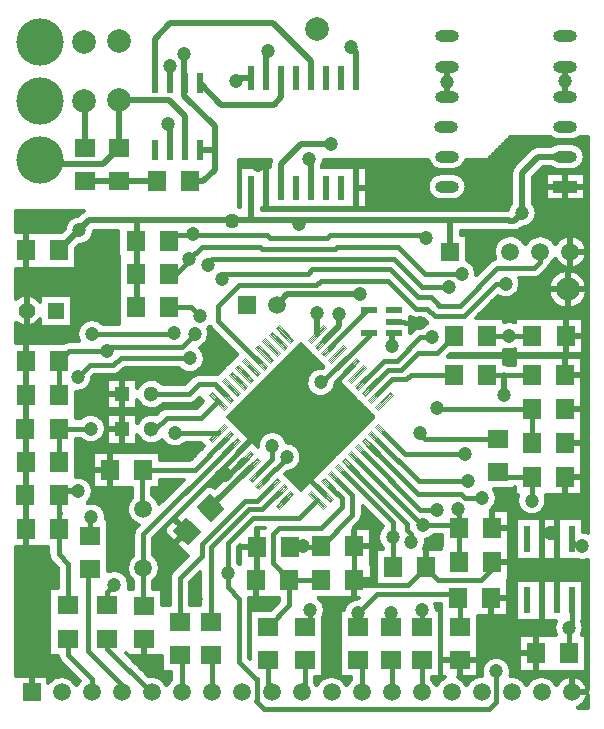
<source format=gtl>
%FSLAX43Y43*%
%MOMM*%
G71*
G01*
G75*
G04 Layer_Physical_Order=1*
%ADD10C,0.300*%
%ADD11C,0.125*%
%ADD12O,2.000X1.000*%
%ADD13R,2.000X1.000*%
%ADD14R,1.800X1.600*%
%ADD15R,1.600X1.800*%
%ADD16R,0.600X2.150*%
%ADD17R,0.600X2.150*%
%ADD18R,1.450X0.550*%
%ADD19R,1.450X0.550*%
%ADD20R,0.600X2.200*%
%ADD21R,0.600X2.200*%
%ADD22R,0.600X1.700*%
%ADD23R,0.600X1.700*%
%ADD24C,0.400*%
%ADD25C,0.500*%
%ADD26R,1.400X1.400*%
%ADD27C,1.400*%
%ADD28C,4.000*%
%ADD29C,2.000*%
%ADD30C,1.500*%
%ADD31R,1.500X1.500*%
%ADD32R,1.300X1.300*%
%ADD33C,1.300*%
%ADD34C,1.200*%
%ADD35C,1.270*%
D10*
X5910Y7689D02*
G03*
X3500Y7913I-1270J-589D01*
G01*
X3538Y18787D02*
G03*
X3787Y18186I850J0D01*
G01*
X3538Y18787D02*
G03*
X3787Y18186I850J0D01*
G01*
X6174Y8074D02*
G03*
X5910Y7689I1006J-974D01*
G01*
X4321Y10212D02*
G03*
X4567Y9681I847J69D01*
G01*
X4321Y10212D02*
G03*
X4567Y9681I847J69D01*
G01*
X10329Y15888D02*
G03*
X10375Y16225I-1204J337D01*
G01*
G03*
X8618Y17368I-1250J0D01*
G01*
X10725Y18730D02*
G03*
X10725Y16505I850J-1112D01*
G01*
X12425Y16505D02*
G03*
X12975Y17617I-850J1112D01*
G01*
G03*
X12425Y18730I-1400J0D01*
G01*
X8411Y21762D02*
G03*
X8425Y21950I-1236J188D01*
G01*
G03*
X6836Y23153I-1250J0D01*
G01*
G03*
X7300Y24125I-786J972D01*
G01*
G03*
X5855Y25360I-1250J0D01*
G01*
X6228Y28595D02*
G03*
X8395Y29445I917J850D01*
G01*
X10974Y21095D02*
G03*
X10725Y20494I601J-601D01*
G01*
X10974Y21095D02*
G03*
X10725Y20494I601J-601D01*
G01*
X10643Y23662D02*
G03*
X11159Y21280I932J-1045D01*
G01*
X12912Y23033D02*
G03*
X12343Y23788I-1337J-416D01*
G01*
X11058Y28888D02*
G03*
X13164Y28456I1200J500D01*
G01*
X13530Y7689D02*
G03*
X12044Y8483I-1270J-589D01*
G01*
X13950Y8212D02*
G03*
X13530Y7689I850J-1112D01*
G01*
X14056Y17389D02*
G03*
X13807Y16787I601J-601D01*
G01*
X14056Y17389D02*
G03*
X13807Y16787I601J-601D01*
G01*
X19682Y17974D02*
G03*
X19550Y18117I-982J-774D01*
G01*
X26230Y7689D02*
G03*
X26093Y7922I-1270J-589D01*
G01*
X28770Y7689D02*
G03*
X26230Y7689I-1270J-589D01*
G01*
X26793Y13469D02*
G03*
X26950Y14075I-1093J606D01*
G01*
G03*
X26412Y15103I-1250J0D01*
G01*
X13164Y28456D02*
G03*
X15139Y28196I1086J619D01*
G01*
X23715Y25775D02*
G03*
X24950Y27025I-15J1250D01*
G01*
G03*
X23714Y28275I-1250J0D01*
G01*
G03*
X21251Y27922I-1214J-300D01*
G01*
X5880Y32556D02*
G03*
X7250Y33800I120J1244D01*
G01*
X8395Y29445D02*
G03*
X6228Y30295I-1250J0D01*
G01*
X5273Y36850D02*
G03*
X4776Y36690I0J-850D01*
G01*
X5273Y36850D02*
G03*
X4776Y36690I0J-850D01*
G01*
X12631Y30633D02*
G03*
X11058Y29888I-373J-1245D01*
G01*
X9025Y33975D02*
G03*
X9626Y34224I0J850D01*
G01*
X9025Y33975D02*
G03*
X9626Y34224I0J850D01*
G01*
X800Y38417D02*
G03*
X2839Y38726I889J1016D01*
G01*
Y40140D02*
G03*
X800Y40450I-1150J-707D01*
G01*
X8142Y38300D02*
G03*
X6128Y36850I-917J-850D01*
G01*
X6069Y47472D02*
G03*
X4903Y46306I81J-1247D01*
G01*
X6117Y44975D02*
G03*
X7399Y46175I33J1250D01*
G01*
X6532Y47875D02*
G03*
X6307Y47711I412J-800D01*
G01*
X6532Y47875D02*
G03*
X6308Y47711I412J-800D01*
G01*
X13575Y31225D02*
G03*
X12974Y30976I0J-850D01*
G01*
X13575Y31225D02*
G03*
X12974Y30976I0J-850D01*
G01*
X11058Y31863D02*
G03*
X13242Y31513I1200J500D01*
G01*
X15438D02*
G03*
X16039Y31762I0J850D01*
G01*
X15438Y31513D02*
G03*
X16039Y31762I0J850D01*
G01*
X13242Y33213D02*
G03*
X11058Y32863I-984J-850D01*
G01*
X16275Y34050D02*
G03*
X15674Y33801I0J-850D01*
G01*
X16275Y34050D02*
G03*
X15674Y33801I0J-850D01*
G01*
X17819Y34021D02*
G03*
X17600Y34050I-219J-821D01*
G01*
X17819Y34021D02*
G03*
X17600Y34050I-219J-821D01*
G01*
X26734Y34593D02*
G03*
X27849Y33304I-134J-1243D01*
G01*
X14544Y34600D02*
G03*
X16775Y35375I981J775D01*
G01*
G03*
X16373Y36293I-1250J0D01*
G01*
G03*
X17150Y37450I-473J1157D01*
G01*
G03*
X17053Y37934I-1250J0D01*
G01*
G03*
X17220Y38057I-653J1066D01*
G01*
G03*
X17324Y37930I705J475D01*
G01*
X17220Y38057D02*
G03*
X17324Y37930I705J475D01*
G01*
X22383Y52175D02*
G03*
X22320Y51845I837J-330D01*
G01*
X22383Y52175D02*
G03*
X22320Y51845I837J-330D01*
G01*
X26661Y51575D02*
G03*
X26871Y52175I-1036J700D01*
G01*
X29190Y8212D02*
G03*
X28770Y7689I850J-1112D01*
G01*
X36390D02*
G03*
X35970Y8212I-1270J-589D01*
G01*
X37110Y8388D02*
G03*
X36390Y7689I550J-1288D01*
G01*
X29772Y15036D02*
G03*
X28518Y14112I-47J-1249D01*
G01*
X31237Y16266D02*
G03*
X30893Y16133I126J-841D01*
G01*
X31237Y16266D02*
G03*
X30893Y16133I126J-841D01*
G01*
X36400Y14087D02*
G03*
X36296Y14575I-1250J-12D01*
G01*
X31363Y16275D02*
G03*
X31237Y16266I0J-850D01*
G01*
X31363Y16275D02*
G03*
X31237Y16266I0J-850D01*
G01*
X38930Y7689D02*
G03*
X38210Y8388I-1270J-589D01*
G01*
X39650D02*
G03*
X38930Y7689I550J-1288D01*
G01*
X39907Y8469D02*
G03*
X39650Y8388I293J-1369D01*
G01*
X40258Y8499D02*
G03*
X39907Y8469I-58J-1399D01*
G01*
X42641Y8497D02*
G03*
X42700Y8875I-1191J378D01*
G01*
G03*
X40258Y8499I-1250J0D01*
G01*
X31831Y21161D02*
G03*
X31837Y19333I856J-911D01*
G01*
X29876Y21543D02*
G03*
X30125Y22144I-601J601D01*
G01*
X29876Y21543D02*
G03*
X30125Y22144I-601J601D01*
G01*
X35336Y19232D02*
G03*
X35500Y19850I-1086J618D01*
G01*
G03*
X35485Y20043I-1250J0D01*
G01*
G03*
X36192Y20425I-210J1232D01*
G01*
X41009Y22557D02*
G03*
X41500Y23550I-759J993D01*
G01*
G03*
X41241Y24312I-1250J0D01*
G01*
X42396Y34843D02*
G03*
X42138Y34893I-296J-850D01*
G01*
X44010Y7689D02*
G03*
X42641Y8497I-1270J-589D01*
G01*
X46550Y7689D02*
G03*
X44010Y7689I-1270J-589D01*
G01*
X49200Y7336D02*
G03*
X46550Y7689I-1380J-236D01*
G01*
X46490Y13150D02*
G03*
X46507Y11968I1110J-575D01*
G01*
X48340Y5800D02*
G03*
X49200Y6864I-520J1300D01*
G01*
X48693Y11968D02*
G03*
X48850Y12575I-1093J607D01*
G01*
G03*
X48710Y13150I-1250J0D01*
G01*
X48180Y18350D02*
G03*
X49200Y18319I545J1125D01*
G01*
X43277Y23782D02*
G03*
X45700Y23350I1173J-432D01*
G01*
G03*
X45623Y23782I-1250J0D01*
G01*
X49200Y20631D02*
G03*
X48805Y20722I-475J-1156D01*
G01*
X35025Y38025D02*
G03*
X34424Y37776I0J-850D01*
G01*
X35025Y38025D02*
G03*
X34424Y37776I0J-850D01*
G01*
X35643Y38380D02*
G03*
X35058Y38025I332J-1205D01*
G01*
X34175Y38879D02*
G03*
X34625Y38750I450J721D01*
G01*
X34175Y38879D02*
G03*
X34625Y38750I450J721D01*
G01*
X39775Y42550D02*
G03*
X38967Y43719I-1250J0D01*
G01*
X39768Y42420D02*
G03*
X39775Y42550I-1243J130D01*
G01*
X42138Y36113D02*
G03*
X43062Y36153I412J1180D01*
G01*
Y38434D02*
G03*
X42138Y38473I-512J-1140D01*
G01*
X41375Y43832D02*
G03*
X40949Y43601I175J-832D01*
G01*
X41375Y43832D02*
G03*
X40949Y43601I175J-832D01*
G01*
X41575Y40648D02*
G03*
X43500Y41700I675J1052D01*
G01*
X43917Y45005D02*
G03*
X41375Y43832I-1270J-589D01*
G01*
X43500Y41700D02*
G03*
X43416Y42150I-1250J0D01*
G01*
X42289Y46175D02*
G03*
X42500Y46150I211J875D01*
G01*
X42975D02*
G03*
X43611Y46414I0J900D01*
G01*
X42975Y46150D02*
G03*
X43612Y46414I0J900D01*
G01*
X36785Y51065D02*
G03*
X36785Y48765I0J-1150D01*
G01*
X35672Y52175D02*
G03*
X36785Y51315I1113J290D01*
G01*
X37785Y48765D02*
G03*
X38935Y49915I0J1150D01*
G01*
X42725Y48567D02*
G03*
X42406Y47975I900J-867D01*
G01*
X38935Y49915D02*
G03*
X37785Y51065I-1150J0D01*
G01*
Y51315D02*
G03*
X38898Y52175I0J1150D01*
G01*
X42989Y51711D02*
G03*
X42725Y51075I636J-636D01*
G01*
X42989Y51712D02*
G03*
X42725Y51075I636J-637D01*
G01*
X44625Y42150D02*
G03*
X45226Y42399I0J850D01*
G01*
X44625Y42150D02*
G03*
X45226Y42399I0J850D01*
G01*
X45763Y42936D02*
G03*
X45962Y43250I-601J601D01*
G01*
X45763Y42936D02*
G03*
X45962Y43250I-601J601D01*
G01*
X49150Y41225D02*
G03*
X49150Y41225I-1650J0D01*
G01*
X45962Y43250D02*
G03*
X46457Y43826I-775J1166D01*
G01*
G03*
X49127Y44416I1270J589D01*
G01*
X43648Y46450D02*
G03*
X44875Y47700I-23J1250D01*
G01*
G03*
X44525Y48567I-1250J0D01*
G01*
X46457Y45005D02*
G03*
X43917Y45005I-1270J-589D01*
G01*
X45015Y53365D02*
G03*
X44378Y53101I0J-900D01*
G01*
X45015Y53365D02*
G03*
X44379Y53101I0J-900D01*
G01*
X46069Y51565D02*
G03*
X46785Y51315I716J900D01*
G01*
Y53615D02*
G03*
X46069Y53365I0J-1150D01*
G01*
X46027Y54125D02*
G03*
X46785Y53840I758J865D01*
G01*
X49127Y44416D02*
G03*
X46457Y45005I-1400J0D01*
G01*
X47785Y53840D02*
G03*
X48543Y54125I0J1150D01*
G01*
X47785Y51315D02*
G03*
X48935Y52465I0J1150D01*
G01*
G03*
X47785Y53615I-1150J0D01*
G01*
X15337Y19748D02*
X14277Y20809D01*
X15196Y21728D01*
X16257Y20667D01*
X15337Y19748D01*
Y20102D02*
X14630Y20809D01*
X15196Y21374D01*
X15903Y20667D01*
X15337Y20102D01*
Y20455D02*
X14984Y20809D01*
X15196Y21021D01*
X15550Y20667D01*
X15337Y20455D01*
X15267Y20720D02*
Y20756D01*
X17317Y21728D02*
X16257Y22789D01*
X17176Y23708D01*
X18237Y22647D01*
X17317Y21728D01*
Y22082D02*
X16610Y22789D01*
X17176Y23354D01*
X17883Y22647D01*
X17317Y22082D01*
Y22435D02*
X16964Y22789D01*
X17176Y23001D01*
X17529Y22647D01*
X17317Y22435D01*
X17247Y22700D02*
Y22736D01*
X800Y8500D02*
X3500D01*
X800Y10300D02*
X3618D01*
X800Y10400D02*
X3618D01*
X800Y10500D02*
X3618D01*
X800Y10600D02*
X3618D01*
X800Y10700D02*
X3618D01*
X800Y10800D02*
X3618D01*
X800Y10900D02*
X3618D01*
X800Y11000D02*
X3618D01*
X3500Y7913D02*
Y8500D01*
X800Y11100D02*
X3618D01*
X800Y11200D02*
X3618D01*
X800Y11300D02*
X3618D01*
X800Y11400D02*
X3618D01*
X800Y11500D02*
X3618D01*
X800Y11600D02*
X3618D01*
X800Y11700D02*
X3618D01*
X800Y8500D02*
Y19394D01*
X900Y8500D02*
Y19394D01*
X1000Y8500D02*
Y19394D01*
X1100Y8500D02*
Y19394D01*
X1200Y8500D02*
Y19394D01*
X1300Y8500D02*
Y19394D01*
X1400Y8500D02*
Y19394D01*
X1500Y8500D02*
Y19394D01*
X1600Y8500D02*
Y19394D01*
X1700Y8500D02*
Y19394D01*
X1800Y8500D02*
Y19394D01*
X3600Y8037D02*
Y18468D01*
X1900Y8500D02*
Y19394D01*
X2000Y8500D02*
Y19394D01*
X2100Y8500D02*
Y19394D01*
X3618Y10212D02*
Y13112D01*
X2200Y8500D02*
Y19394D01*
X2300Y8500D02*
Y19394D01*
X800Y8800D02*
X5448D01*
X800Y8900D02*
X5348D01*
X800Y8600D02*
X5648D01*
X800Y8700D02*
X5548D01*
X800Y9300D02*
X4948D01*
X800Y9400D02*
X4848D01*
X800Y9000D02*
X5248D01*
X800Y9100D02*
X5148D01*
X800Y9200D02*
X5048D01*
X3500Y8100D02*
X3660D01*
X3500Y8200D02*
X3774D01*
X3500Y8300D02*
X3919D01*
X3500Y8400D02*
X4120D01*
X800Y9700D02*
X4549D01*
X3500Y8500D02*
X4625D01*
X800Y9500D02*
X4748D01*
X800Y9600D02*
X4648D01*
X800Y10000D02*
X4366D01*
X800Y10100D02*
X4338D01*
X800Y9800D02*
X4468D01*
X800Y9900D02*
X4409D01*
X800Y11800D02*
X3618D01*
X800Y11900D02*
X3618D01*
X800Y10200D02*
X4322D01*
X800Y12000D02*
X3618D01*
X800Y12100D02*
X3618D01*
X3700Y8137D02*
Y10212D01*
X800Y12200D02*
X3618D01*
X3800Y8220D02*
Y10212D01*
X3618D02*
X4321D01*
X3900Y8288D02*
Y10212D01*
X800Y12300D02*
X3618D01*
X800Y12400D02*
X3618D01*
X800Y12500D02*
X3618D01*
X800Y12600D02*
X3618D01*
X800Y12700D02*
X3618D01*
X800Y12800D02*
X3618D01*
X800Y12900D02*
X3618D01*
X800Y13000D02*
X3618D01*
X800Y13100D02*
X3618D01*
X800Y13200D02*
X3618D01*
X800Y13300D02*
X3618D01*
X800Y13400D02*
X3618D01*
X800Y13500D02*
X3618D01*
X800Y13600D02*
X3618D01*
X800Y13700D02*
X3618D01*
X800Y13800D02*
X3618D01*
X800Y13900D02*
X3618D01*
X800Y14000D02*
X3618D01*
X800Y14100D02*
X3618D01*
X800Y14200D02*
X3618D01*
X800Y14300D02*
X3618D01*
X800Y14400D02*
X3618D01*
X800Y14500D02*
X3618D01*
X800Y14600D02*
X3618D01*
X800Y14700D02*
X3618D01*
X800Y14800D02*
X3618D01*
X800Y14900D02*
X3618D01*
X800Y15000D02*
X3618D01*
X800Y15100D02*
X3618D01*
X800Y15200D02*
X3618D01*
X800Y15300D02*
X3618D01*
X800Y15400D02*
X3618D01*
X800Y18700D02*
X3542D01*
X800Y18800D02*
X3538D01*
X800Y15500D02*
X3618D01*
Y13112D02*
Y15912D01*
X800Y18900D02*
X3538D01*
X800Y19000D02*
X3538D01*
X800Y19100D02*
X3538D01*
X800Y19200D02*
X3538D01*
X800Y19300D02*
X3538D01*
X800Y15600D02*
X3618D01*
X800Y15700D02*
X3618D01*
X800Y15800D02*
X3618D01*
X800Y15900D02*
X3618D01*
X800Y16000D02*
X4318D01*
X800Y16100D02*
X4318D01*
X800Y16200D02*
X4318D01*
X800Y16300D02*
X4318D01*
X800Y16400D02*
X4318D01*
X3618Y15912D02*
X4318D01*
X800Y16500D02*
X4318D01*
X800Y16600D02*
X4318D01*
X800Y16700D02*
X4318D01*
X800Y16800D02*
X4318D01*
X800Y16900D02*
X4318D01*
X800Y17000D02*
X4318D01*
X800Y17100D02*
X4318D01*
X800Y17200D02*
X4318D01*
X800Y17300D02*
X4318D01*
X800Y17400D02*
X4318D01*
X800Y17500D02*
X4318D01*
X800Y17600D02*
X4318D01*
X800Y18000D02*
X3973D01*
X800Y18100D02*
X3873D01*
X800Y17700D02*
X4273D01*
X800Y17800D02*
X4173D01*
X800Y17900D02*
X4073D01*
X3800Y15912D02*
Y18173D01*
X3700Y15912D02*
Y18288D01*
X800Y18200D02*
X3773D01*
X3787Y18186D02*
X4318Y17655D01*
X800Y18400D02*
X3631D01*
X800Y18500D02*
X3588D01*
X800Y18300D02*
X3691D01*
X800Y18600D02*
X3559D01*
X5600Y8119D02*
Y8648D01*
X5500Y8205D02*
Y8748D01*
X5620Y8100D02*
X6148D01*
X5506Y8200D02*
X6048D01*
X5400Y8276D02*
Y8848D01*
X5300Y8335D02*
Y8948D01*
X5361Y8300D02*
X5948D01*
X4655Y8500D02*
X5748D01*
X5160Y8400D02*
X5848D01*
X5852Y7800D02*
X5968D01*
X5900Y7710D02*
Y8348D01*
X6000Y7853D02*
Y8248D01*
X5800Y7884D02*
Y8448D01*
X5700Y8015D02*
Y8548D01*
X5789Y7900D02*
X6031D01*
X5712Y8000D02*
X6108D01*
X6100Y7991D02*
Y8148D01*
X4000Y8345D02*
Y10212D01*
X4100Y8392D02*
Y10212D01*
X4200Y8429D02*
Y10212D01*
X4300Y8458D02*
Y10212D01*
X4500Y8493D02*
Y9757D01*
X4400Y8479D02*
Y9918D01*
X4600Y8499D02*
Y9648D01*
X5100Y8422D02*
Y9148D01*
X4700Y8499D02*
Y9548D01*
X5200Y8383D02*
Y9048D01*
X4567Y9681D02*
X6174Y8074D01*
X4900Y8476D02*
Y9348D01*
X4800Y8491D02*
Y9448D01*
X5000Y8453D02*
Y9248D01*
X10800Y9727D02*
Y10188D01*
X10900Y9627D02*
Y10188D01*
X11327Y9200D02*
X13107D01*
X11200Y9327D02*
Y10188D01*
X11227Y9300D02*
X13107D01*
X11127Y9400D02*
X13107D01*
X11000Y9527D02*
Y10188D01*
X11100Y9427D02*
Y10188D01*
X11027Y9500D02*
X13107D01*
X10827Y9700D02*
X13107D01*
X10927Y9600D02*
X13107D01*
X12027Y8500D02*
X12245D01*
X13200Y8138D02*
Y8838D01*
X13300Y8037D02*
Y8838D01*
X13400Y7913D02*
Y8838D01*
X11300Y9227D02*
Y10188D01*
X11400Y9127D02*
Y10188D01*
X11627Y8900D02*
X13107D01*
X11427Y9100D02*
X13107D01*
X11527Y9000D02*
X13107D01*
X12000Y8527D02*
Y10188D01*
X10339D02*
X12044Y8483D01*
X12100Y8491D02*
Y10188D01*
X12200Y8499D02*
Y10188D01*
X11500Y9027D02*
Y10188D01*
X11600Y8927D02*
Y10188D01*
X11700Y8827D02*
Y10188D01*
X11800Y8727D02*
Y10188D01*
X11900Y8627D02*
Y10188D01*
X12700Y8429D02*
Y10188D01*
X12800Y8392D02*
Y10188D01*
X12900Y8345D02*
Y10188D01*
X13000Y8289D02*
Y10188D01*
X13100Y8220D02*
Y10188D01*
X12300Y8499D02*
Y10188D01*
X12400Y8493D02*
Y10188D01*
X12500Y8479D02*
Y10188D01*
X12600Y8458D02*
Y10188D01*
X13107Y8838D02*
Y10188D01*
X10068Y10459D02*
X10339Y10188D01*
X10177Y16900D02*
X10373D01*
X10235Y16800D02*
X10439D01*
X10106Y17000D02*
X10319D01*
X9552Y17400D02*
X10192D01*
X8618Y17500D02*
X10180D01*
X10018Y17100D02*
X10274D01*
X9763Y17300D02*
X10212D01*
X9907Y17200D02*
X10239D01*
X10400Y15888D02*
Y16856D01*
X10500Y10027D02*
Y10188D01*
X10600Y9927D02*
Y10188D01*
X10300Y16652D02*
Y17040D01*
X10200Y16863D02*
Y17355D01*
X10600Y15888D02*
Y16613D01*
X10281Y16700D02*
X10518D01*
X10500Y15888D02*
Y16721D01*
X4000Y15912D02*
Y17973D01*
X3900Y15912D02*
Y18073D01*
X4200Y15912D02*
Y17773D01*
X4100Y15912D02*
Y17873D01*
X4300Y15912D02*
Y17673D01*
X4318Y15912D02*
Y17655D01*
X8618Y17600D02*
X10175D01*
X8618Y17700D02*
X10178D01*
X8618Y17800D02*
X10187D01*
X8618Y17368D02*
Y18862D01*
Y17900D02*
X10204D01*
X8618Y18000D02*
X10229D01*
X8618Y18100D02*
X10261D01*
X8618Y18200D02*
X10302D01*
X8618Y18300D02*
X10353D01*
X8618Y18400D02*
X10414D01*
X8618Y18500D02*
X10489D01*
X10329Y15888D02*
X10725D01*
X10332Y15900D02*
X10725D01*
X10427Y10100D02*
X13107D01*
X10339Y10188D02*
X13107D01*
X10355Y16000D02*
X10725D01*
X10369Y16100D02*
X10725D01*
X10375Y16200D02*
X10725D01*
X10373Y16300D02*
X10725D01*
X10363Y16400D02*
X10725D01*
X10727Y9800D02*
X13107D01*
X10700Y9827D02*
Y10188D01*
X10627Y9900D02*
X13107D01*
X10527Y10000D02*
X13107D01*
X10700Y15888D02*
Y16525D01*
X10725Y15888D02*
Y16505D01*
X12425Y15888D02*
X13132D01*
Y14538D02*
Y15888D01*
X8618Y18600D02*
X10578D01*
X8618Y18700D02*
X10688D01*
X8618Y18800D02*
X10725D01*
X8618Y18900D02*
X10725D01*
X8618Y19000D02*
X10725D01*
X8618Y19100D02*
X10725D01*
X8618Y19200D02*
X10725D01*
X8618Y19300D02*
X10725D01*
X12425Y15888D02*
Y16505D01*
X12500Y15888D02*
Y16566D01*
X12600Y15888D02*
Y16663D01*
X12700Y15888D02*
Y16784D01*
X12800Y15888D02*
Y16939D01*
X10344Y16500D02*
X10725D01*
X10317Y16600D02*
X10613D01*
X12900Y15888D02*
Y17164D01*
X2400Y8500D02*
Y19394D01*
X2500Y8500D02*
Y19394D01*
X2600Y8500D02*
Y19394D01*
X2700Y8500D02*
Y19394D01*
X2800Y8500D02*
Y19394D01*
X2900Y8500D02*
Y19394D01*
X800D02*
X2955D01*
X3100Y8500D02*
Y19394D01*
X3200Y8500D02*
Y19394D01*
X3300Y8500D02*
Y19394D01*
X3400Y8500D02*
Y19394D01*
X3500Y8500D02*
Y19394D01*
X3538Y18787D02*
Y19394D01*
X3055D02*
X3538D01*
X6891Y23200D02*
X7159D01*
X7000Y23188D02*
Y23312D01*
X7500Y23157D02*
Y24393D01*
X7600Y23126D02*
Y24393D01*
X7100Y23198D02*
Y23447D01*
X7200Y23200D02*
Y23635D01*
X7300Y23194D02*
Y24110D01*
X7400Y23180D02*
Y24393D01*
X8200Y22666D02*
Y24393D01*
X8300Y22495D02*
Y24393D01*
X8400Y22199D02*
Y24393D01*
X8500Y21762D02*
Y24393D01*
X7700Y23084D02*
Y24393D01*
X7800Y23033D02*
Y24393D01*
X7900Y22968D02*
Y24393D01*
X8000Y22889D02*
Y24393D01*
X8100Y22791D02*
Y24393D01*
X8618Y19400D02*
X10725D01*
X8411Y21762D02*
X8618D01*
Y19500D02*
X10725D01*
X8618Y19600D02*
X10725D01*
X8416Y22100D02*
X10274D01*
X8400Y22200D02*
X10239D01*
X8416Y21800D02*
X10439D01*
X8424Y21900D02*
X10373D01*
X8424Y22000D02*
X10319D01*
X8618Y19700D02*
X10725D01*
X8618Y19800D02*
X10725D01*
X8618Y19900D02*
X10725D01*
X8618Y20000D02*
X10725D01*
X8618Y20100D02*
X10725D01*
X8618Y20200D02*
X10725D01*
X8618Y20300D02*
X10725D01*
X8618Y20400D02*
X10725D01*
X8618Y20500D02*
X10725D01*
X7191Y23200D02*
X10302D01*
X6989Y23300D02*
X10353D01*
X7068Y23400D02*
X10414D01*
X7132Y23500D02*
X10489D01*
X7184Y23600D02*
X10578D01*
X7225Y23700D02*
X10643D01*
X7257Y23800D02*
X10643D01*
X7280Y23900D02*
X10643D01*
X7294Y24000D02*
X10643D01*
X8341Y22400D02*
X10192D01*
X8298Y22500D02*
X10180D01*
X8375Y22300D02*
X10212D01*
X8175Y22700D02*
X10178D01*
X8243Y22600D02*
X10175D01*
X8092Y22800D02*
X10187D01*
X7988Y22900D02*
X10204D01*
X7853Y23000D02*
X10229D01*
X7300Y24100D02*
X10643D01*
X7665Y23100D02*
X10261D01*
X5855Y25400D02*
X7313D01*
X5855Y25360D02*
Y28164D01*
Y25500D02*
X7313D01*
X5855Y25600D02*
X7313D01*
X5855Y25700D02*
X7313D01*
X5838Y27895D02*
Y28164D01*
X5855Y25800D02*
X7313D01*
X5855Y25900D02*
X7313D01*
X5855Y26000D02*
X7313D01*
X7206Y24600D02*
X7313D01*
Y24393D02*
Y27493D01*
X7160Y24700D02*
X7313D01*
X7102Y24800D02*
X7313D01*
X7031Y24900D02*
X7313D01*
X6943Y25000D02*
X7313D01*
X6832Y25100D02*
X7313D01*
X6477Y25300D02*
X7313D01*
X6688Y25200D02*
X7313D01*
X5900Y25366D02*
Y28595D01*
X6000Y25374D02*
Y28595D01*
X6400Y25325D02*
Y28441D01*
X6100Y25374D02*
Y28595D01*
X5838Y28164D02*
Y28595D01*
X6200Y25366D02*
Y28595D01*
X5838Y28200D02*
X7035D01*
X5838Y28300D02*
X6644D01*
X6300Y25350D02*
Y28524D01*
X7000Y24938D02*
Y28203D01*
X7100Y24803D02*
Y28196D01*
X7200Y24615D02*
Y28196D01*
X7300Y24140D02*
Y28205D01*
X6600Y25248D02*
Y28320D01*
X6500Y25291D02*
Y28374D01*
X6700Y25193D02*
Y28277D01*
X6800Y25125D02*
Y28244D01*
X6900Y25042D02*
Y28219D01*
X5855Y26100D02*
X7313D01*
X5855Y26200D02*
X7313D01*
X5855Y26300D02*
X7313D01*
X5855Y26400D02*
X7313D01*
X5855Y26500D02*
X7313D01*
X5855Y26600D02*
X7313D01*
X5855Y26700D02*
X7313D01*
X5855Y26800D02*
X7313D01*
X5855Y26900D02*
X7313D01*
Y24393D02*
X10113D01*
X7298Y24200D02*
X10643D01*
X7288Y24300D02*
X10643D01*
X5855Y27000D02*
X7313D01*
X5855Y27100D02*
X7313D01*
X5855Y27200D02*
X7313D01*
X5855Y27300D02*
X7313D01*
X5855Y27400D02*
X7313D01*
X7400Y27493D02*
Y28221D01*
X7500Y27493D02*
Y28246D01*
X7313Y27493D02*
X10213D01*
X7600D02*
Y28281D01*
X5855Y28100D02*
X8458D01*
X7700Y27493D02*
Y28325D01*
X7255Y28200D02*
X8458D01*
X7646Y28300D02*
X8458D01*
X7800Y27493D02*
Y28380D01*
X7900Y27493D02*
Y28449D01*
X8000Y27493D02*
Y28533D01*
X8100Y27493D02*
Y28638D01*
X8200Y27493D02*
Y28774D01*
X8300Y27493D02*
Y28967D01*
X8400Y27493D02*
Y33975D01*
X8500Y27493D02*
Y28088D01*
X8458D02*
X11058D01*
X8458D02*
Y30688D01*
X8618Y20600D02*
X10732D01*
X8618Y18862D02*
Y21762D01*
Y20700D02*
X10750D01*
X8618Y20800D02*
X10782D01*
X8618Y21600D02*
X10613D01*
X8618Y21700D02*
X10518D01*
X8618Y20900D02*
X10828D01*
X8618Y21000D02*
X10892D01*
X8618Y21500D02*
X10732D01*
X10300Y18195D02*
Y22040D01*
X10200Y17879D02*
Y22355D01*
X10500Y18514D02*
Y21721D01*
X10400Y18378D02*
Y21856D01*
X10600Y18622D02*
Y21613D01*
X8600Y21762D02*
Y24393D01*
X10725Y18730D02*
Y20494D01*
X10700Y18710D02*
Y21525D01*
X10800Y20843D02*
Y21451D01*
X8700Y17400D02*
Y24393D01*
X8800Y17432D02*
Y24393D01*
X8900Y17455D02*
Y24393D01*
X9500Y17417D02*
Y24393D01*
X9000Y17469D02*
Y24393D01*
X9100Y17475D02*
Y24393D01*
X9200Y17473D02*
Y24393D01*
X9300Y17463D02*
Y24393D01*
X9400Y17444D02*
Y24393D01*
X9700Y17335D02*
Y24393D01*
X9900Y17206D02*
Y24393D01*
X10000Y17118D02*
Y24393D01*
X10100Y17007D02*
Y24393D01*
X9600Y17381D02*
Y24393D01*
X9800Y17277D02*
Y24393D01*
X10200Y22879D02*
Y24393D01*
X10300Y23195D02*
Y24393D01*
X10400Y23378D02*
Y24393D01*
X12600Y18571D02*
Y20317D01*
X12700Y18451D02*
Y20417D01*
X12800Y18296D02*
Y20517D01*
X12900Y18070D02*
Y20617D01*
X12425Y18730D02*
Y20142D01*
X12500Y18668D02*
Y20217D01*
X12783Y20500D02*
X13454D01*
X13000Y15888D02*
Y20717D01*
X13200Y14538D02*
Y20754D01*
X13400Y14538D02*
Y20554D01*
X13300Y14538D02*
Y20654D01*
X13100Y15888D02*
Y20817D01*
X13200Y20754D02*
Y20863D01*
X12883Y20600D02*
X13354D01*
X12983Y20700D02*
X13254D01*
X13300Y20654D02*
Y20963D01*
X8618Y21100D02*
X10979D01*
X10900Y21011D02*
Y21391D01*
X10974Y21095D02*
X11159Y21280D01*
X11000Y21121D02*
Y21341D01*
X8618Y21200D02*
X11079D01*
X8618Y21400D02*
X10884D01*
X8618Y21300D02*
X11101D01*
X12900Y23070D02*
Y24393D01*
X13000Y23121D02*
Y24393D01*
X13400Y20554D02*
Y21063D01*
X12848Y23200D02*
X13079D01*
X13100Y23221D02*
Y25112D01*
X12797Y23300D02*
X13179D01*
X12800Y23296D02*
Y24393D01*
X12736Y23400D02*
X13279D01*
X12662Y23500D02*
X13379D01*
X13200Y23321D02*
Y25112D01*
X8600Y27493D02*
Y28088D01*
X8700Y27493D02*
Y28088D01*
X8800Y27493D02*
Y28088D01*
X8900Y27493D02*
Y28088D01*
X9000Y27493D02*
Y28088D01*
X9100Y27493D02*
Y28088D01*
X9200Y27493D02*
Y28088D01*
X10500Y23514D02*
Y24393D01*
X10600Y23622D02*
Y24393D01*
X10643Y23662D02*
Y24393D01*
X10113D02*
X10643D01*
X9300Y27493D02*
Y28088D01*
X9400Y27493D02*
Y28088D01*
X9500Y27493D02*
Y28088D01*
X9600Y27493D02*
Y28088D01*
X9700Y27493D02*
Y28088D01*
X9800Y27493D02*
Y28088D01*
X9900Y27493D02*
Y28088D01*
X10000Y27493D02*
Y28088D01*
X10100Y27493D02*
Y28088D01*
X10200Y27493D02*
Y28088D01*
X10300Y27493D02*
Y28088D01*
X10400Y27493D02*
Y28088D01*
X10500Y27493D02*
Y28088D01*
X10600Y27493D02*
Y28088D01*
X10700Y27493D02*
Y28088D01*
X10800Y27493D02*
Y28088D01*
X10900Y27493D02*
Y28088D01*
X11000Y27493D02*
Y28088D01*
X11100Y27493D02*
Y28798D01*
X11058Y28088D02*
Y28888D01*
X11400Y27493D02*
Y28412D01*
X11200Y27493D02*
Y28633D01*
X11300Y27493D02*
Y28510D01*
X12343Y23788D02*
Y24393D01*
X12400Y23749D02*
Y24393D01*
X12343D02*
X13013D01*
X10213Y27493D02*
X13013D01*
X12100D02*
Y28098D01*
X11800Y27493D02*
Y28172D01*
X11058Y28100D02*
X12084D01*
X12200Y27493D02*
Y28090D01*
X12300Y27493D02*
Y28089D01*
X12600Y23571D02*
Y24393D01*
X12700Y23451D02*
Y24393D01*
X13300Y23421D02*
Y25112D01*
X13400Y23521D02*
Y25112D01*
X12500Y23668D02*
Y24393D01*
X12400Y27493D02*
Y28096D01*
X13013Y24393D02*
Y25112D01*
X12500Y27493D02*
Y28111D01*
X13013Y26812D02*
Y27493D01*
X11600D02*
Y28267D01*
X11500Y27493D02*
Y28332D01*
X11900Y27493D02*
Y28138D01*
X11700Y27493D02*
Y28214D01*
X11058Y28200D02*
X11731D01*
X11058Y28300D02*
X11547D01*
X12000Y27493D02*
Y28114D01*
X12600Y27493D02*
Y28134D01*
X12700Y27493D02*
Y28166D01*
X13100Y26812D02*
Y28398D01*
X13400Y26812D02*
Y28159D01*
X13200Y26812D02*
Y28397D01*
X13300Y26812D02*
Y28263D01*
X12800Y27493D02*
Y28207D01*
X12900Y27493D02*
Y28258D01*
X12785Y28200D02*
X13357D01*
X13000Y27493D02*
Y28321D01*
X12969Y28300D02*
X13269D01*
X13240Y8100D02*
X13820D01*
X13126Y8200D02*
X13934D01*
X12981Y8300D02*
X13950D01*
X12780Y8400D02*
X13950D01*
X12275Y8500D02*
X13950D01*
X11927Y8600D02*
X13950D01*
X11727Y8800D02*
X13950D01*
X11827Y8700D02*
X13950D01*
X13472Y7800D02*
X13588D01*
X13500Y7750D02*
Y8838D01*
X13600Y7821D02*
Y8838D01*
X13409Y7900D02*
X13651D01*
X13700Y7966D02*
Y8838D01*
X13332Y8000D02*
X13728D01*
X13800Y8080D02*
Y8838D01*
X13900Y8172D02*
Y8838D01*
X13132Y14538D02*
X13807D01*
X13132Y14600D02*
X13807D01*
X13132Y14700D02*
X13807D01*
X13132Y14800D02*
X13807D01*
X13132Y14900D02*
X13807D01*
X13132Y15000D02*
X13807D01*
X13132Y15100D02*
X13807D01*
X12425Y15900D02*
X13807D01*
X12425Y16000D02*
X13807D01*
X13132Y15200D02*
X13807D01*
Y14538D02*
Y16787D01*
X13950Y8212D02*
Y8838D01*
X13132Y15300D02*
X13807D01*
X13132Y15400D02*
X13807D01*
X13132Y15500D02*
X13807D01*
X13132Y15600D02*
X13807D01*
X13132Y15700D02*
X13807D01*
X13132Y15800D02*
X13807D01*
X13107Y8838D02*
X13950D01*
X15507Y14538D02*
X15707D01*
X15507Y14600D02*
X16407D01*
X15507Y14700D02*
X16407D01*
X15507Y14800D02*
X16407D01*
X15507Y14900D02*
X16407D01*
X15507Y15000D02*
X16407D01*
X15507Y15100D02*
X16407D01*
X15507Y15200D02*
X16407D01*
X20500Y10002D02*
X20572Y9930D01*
Y11218D01*
Y11318D02*
Y14118D01*
X22370D01*
X15707Y14538D02*
X16207D01*
X15707D02*
X16207D01*
X20500Y14200D02*
X22452D01*
X16207Y14538D02*
X16407D01*
X20500Y14300D02*
X22552D01*
X15507Y15300D02*
X16407D01*
X15507Y14538D02*
Y16435D01*
Y15400D02*
X16407D01*
X15507Y15500D02*
X16407D01*
X15507Y15600D02*
X16407D01*
X15507Y15700D02*
X16407D01*
X15507Y15800D02*
X16407D01*
X15507Y15900D02*
X16407D01*
X15507Y16000D02*
X16407D01*
X15600Y14538D02*
Y16529D01*
X15700Y14538D02*
Y16629D01*
X15800Y14538D02*
Y16729D01*
X15900Y14538D02*
Y16829D01*
X16000Y14538D02*
Y16929D01*
X16100Y14538D02*
Y17029D01*
X16200Y14538D02*
Y17129D01*
X16300Y14538D02*
Y17229D01*
X16407Y14538D02*
Y17335D01*
X16400Y14538D02*
Y17329D01*
X12425Y16100D02*
X13807D01*
X12425Y16200D02*
X13807D01*
X12425Y16300D02*
X13807D01*
X12425Y16400D02*
X13807D01*
X12425Y16500D02*
X13807D01*
X12537Y16600D02*
X13807D01*
X12633Y16700D02*
X13807D01*
X12712Y16800D02*
X13807D01*
X12777Y16900D02*
X13814D01*
X12832Y17000D02*
X13834D01*
X12876Y17100D02*
X13866D01*
X12912Y17200D02*
X13913D01*
X12939Y17300D02*
X13978D01*
X12958Y17400D02*
X14067D01*
X12970Y17500D02*
X14167D01*
X12975Y17600D02*
X14267D01*
X12922Y18000D02*
X14667D01*
X12889Y18100D02*
X14767D01*
X12848Y18200D02*
X14867D01*
X12797Y18300D02*
X14967D01*
X12425Y19200D02*
X14754D01*
X12425Y19300D02*
X14654D01*
X12736Y18400D02*
X15067D01*
X12425Y19000D02*
X14954D01*
X12425Y19100D02*
X14854D01*
X12973Y17700D02*
X14367D01*
X12963Y17800D02*
X14467D01*
X12946Y17900D02*
X14567D01*
X14500Y17833D02*
Y19454D01*
X14700Y18033D02*
Y19254D01*
X14600Y17933D02*
Y19354D01*
X15000Y18333D02*
Y18954D01*
X14800Y18133D02*
Y19154D01*
X14900Y18233D02*
Y19054D01*
X15507Y16100D02*
X16407D01*
X15507Y16200D02*
X16407D01*
X15507Y16300D02*
X16407D01*
X15507Y16400D02*
X16407D01*
X15571Y16500D02*
X16407D01*
X15507Y16435D02*
X16407Y17335D01*
X15671Y16600D02*
X16407D01*
X15771Y16700D02*
X16407D01*
X15871Y16800D02*
X16407D01*
X15971Y16900D02*
X16407D01*
X16071Y17000D02*
X16407D01*
X16171Y17100D02*
X16407D01*
X16271Y17200D02*
X16407D01*
X19682Y17974D02*
Y18172D01*
X19568Y18100D02*
X19682D01*
X19550Y18200D02*
X19713D01*
Y17933D02*
Y18172D01*
X12662Y18500D02*
X15167D01*
X15100Y18433D02*
Y18854D01*
X19550Y18300D02*
X19713D01*
X14056Y17389D02*
X15311Y18644D01*
X15200Y18533D02*
Y18754D01*
X12425Y18900D02*
X15054D01*
X12572Y18600D02*
X15267D01*
X12463Y18700D02*
X15254D01*
X12425Y18800D02*
X15154D01*
X19550Y18400D02*
X19713D01*
X19550Y18500D02*
X19713D01*
X19550Y18600D02*
X19713D01*
X19550Y18700D02*
X19713D01*
X19550Y18800D02*
X19713D01*
X19550Y18900D02*
X19713D01*
X19550Y19000D02*
X19713D01*
X19550Y19100D02*
X19713D01*
X19550Y19200D02*
X19713D01*
X19550Y19300D02*
X19713D01*
X26093Y7922D02*
Y8387D01*
X26100Y7913D02*
Y8387D01*
X26109Y7900D02*
X26351D01*
X26093Y8000D02*
X26428D01*
X26093Y8100D02*
X26520D01*
X26093Y8200D02*
X26634D01*
X26093Y8300D02*
X26779D01*
X26093Y8387D02*
X26793D01*
X26172Y7800D02*
X26288D01*
X26200Y7750D02*
Y8387D01*
X26300Y7821D02*
Y8387D01*
X26400Y7966D02*
Y8387D01*
X26500Y8080D02*
Y8387D01*
X26600Y8172D02*
Y8387D01*
X26700Y8249D02*
Y8387D01*
X26793Y8400D02*
X26980D01*
X26793Y8500D02*
X27485D01*
X26793Y8387D02*
Y11187D01*
X26800Y8312D02*
Y13481D01*
X26900Y8365D02*
Y13725D01*
X27000Y8408D02*
Y15103D01*
X26793Y11187D02*
Y13469D01*
X20500Y10002D02*
Y15050D01*
X26793Y8600D02*
X28193D01*
X27100Y8442D02*
Y15103D01*
X27200Y8467D02*
Y15103D01*
X27300Y8486D02*
Y15103D01*
X27400Y8496D02*
Y15103D01*
X27515Y8500D02*
X28193D01*
X28100Y8365D02*
Y15103D01*
X27500Y8500D02*
Y15103D01*
X27600Y8496D02*
Y15103D01*
X27700Y8486D02*
Y15103D01*
X27800Y8468D02*
Y15103D01*
X27900Y8442D02*
Y15103D01*
X26793Y8700D02*
X28193D01*
X26793Y8800D02*
X28193D01*
X26793Y8900D02*
X28193D01*
X26793Y9000D02*
X28193D01*
X26793Y9100D02*
X28193D01*
X26793Y9200D02*
X28193D01*
X26793Y9300D02*
X28193D01*
X26793Y9400D02*
X28193D01*
X26793Y9500D02*
X28193D01*
X26793Y9600D02*
X28193D01*
X28020Y8400D02*
X29190D01*
X26793Y9700D02*
X28193D01*
X26793Y9800D02*
X28193D01*
X26793Y9900D02*
X28193D01*
X26793Y10000D02*
X28193D01*
X26793Y10100D02*
X28193D01*
X26793Y10200D02*
X28193D01*
X26793Y10300D02*
X28193D01*
X26793Y10400D02*
X28193D01*
X26793Y10500D02*
X28193D01*
X26793Y10600D02*
X28193D01*
X26793Y10700D02*
X28193D01*
X26793Y10800D02*
X28193D01*
X26793Y10900D02*
X28193D01*
X26793Y11000D02*
X28193D01*
X26793Y11100D02*
X28193D01*
X26793Y11200D02*
X28193D01*
X26793Y11300D02*
X28193D01*
X26793Y11400D02*
X28193D01*
X26793Y11500D02*
X28193D01*
X26793Y11600D02*
X28193D01*
X26793Y11700D02*
X28193D01*
X26793Y11800D02*
X28193D01*
X26793Y11900D02*
X28193D01*
X26793Y12000D02*
X28193D01*
X26793Y12100D02*
X28193D01*
X20600Y14118D02*
Y15072D01*
X20700Y14118D02*
Y15072D01*
X20500Y14400D02*
X22652D01*
X20500Y14500D02*
X22752D01*
X20500Y14600D02*
X22852D01*
X20500Y14700D02*
X22952D01*
X20500Y14800D02*
X23052D01*
X20500Y14900D02*
X23082D01*
X20500Y15000D02*
X23082D01*
X20800Y14118D02*
Y15072D01*
X20900Y14118D02*
Y15072D01*
X21000Y14118D02*
Y15072D01*
X21100Y14118D02*
Y15072D01*
X21200Y14118D02*
Y15072D01*
X21300Y14118D02*
Y15072D01*
X22370Y14118D02*
X23082Y14830D01*
X21400Y14118D02*
Y15072D01*
X21500Y14118D02*
Y15072D01*
X21600Y14118D02*
Y15072D01*
X21700Y14118D02*
Y15072D01*
X21800Y14118D02*
Y15072D01*
X21900Y14118D02*
Y15072D01*
X22000Y14118D02*
Y15072D01*
X22100Y14118D02*
Y15072D01*
X20500D02*
X22482D01*
X22200Y14118D02*
Y15072D01*
X22300Y14118D02*
Y15072D01*
X22400Y14148D02*
Y15072D01*
X22600Y14348D02*
Y15072D01*
X22700Y14448D02*
Y15072D01*
X22800Y14548D02*
Y15072D01*
X22900Y14648D02*
Y15072D01*
X23000Y14748D02*
Y15072D01*
X22582D02*
X23082D01*
Y14830D02*
Y15072D01*
X26793Y12200D02*
X28193D01*
X26793Y12300D02*
X28193D01*
X26793Y12400D02*
X28193D01*
X26793Y12500D02*
X28193D01*
X26793Y12600D02*
X28193D01*
X26793Y12700D02*
X28193D01*
X26793Y12800D02*
X28193D01*
X26793Y12900D02*
X28193D01*
X26793Y13000D02*
X28193D01*
X26793Y13100D02*
X28193D01*
X26793Y13200D02*
X28193D01*
X26793Y13300D02*
X28193D01*
X26793Y13400D02*
X28193D01*
X26810Y13500D02*
X28193D01*
X26856Y13600D02*
X28193D01*
X26892Y13700D02*
X28193D01*
X26919Y13800D02*
X28193D01*
X26938Y13900D02*
X28193D01*
X26783Y14700D02*
X28871D01*
X26718Y14800D02*
X28993D01*
X26600Y14943D02*
Y15103D01*
X26700Y14825D02*
Y15103D01*
X26639Y14900D02*
X29156D01*
X26412Y15103D02*
X27993D01*
X26541Y15000D02*
X29424D01*
X26948Y14000D02*
X28193D01*
X26950Y14100D02*
X28193D01*
X26944Y14200D02*
X28545D01*
X26907Y14400D02*
X28636D01*
X26930Y14300D02*
X28585D01*
X26800Y14669D02*
Y15103D01*
X26900Y14425D02*
Y15103D01*
X26876Y14500D02*
X28698D01*
X26834Y14600D02*
X28776D01*
X28093Y15103D02*
X29839D01*
X12425Y19800D02*
X14154D01*
X12425Y19900D02*
X14054D01*
X12425Y19600D02*
X14354D01*
X12425Y19700D02*
X14254D01*
X12583Y20300D02*
X13654D01*
X12683Y20400D02*
X13554D01*
X12425Y20000D02*
X13954D01*
X12425Y20100D02*
X13854D01*
X12483Y20200D02*
X13754D01*
X13600Y14538D02*
Y20354D01*
X13500Y14538D02*
Y20454D01*
X13800Y14538D02*
Y20154D01*
X13700Y14538D02*
Y20254D01*
X14000Y17327D02*
Y19954D01*
X13900Y17175D02*
Y20054D01*
X14300Y17633D02*
Y19654D01*
X14100Y17433D02*
Y19854D01*
X14200Y17533D02*
Y19754D01*
X12572Y23600D02*
X13479D01*
X12463Y23700D02*
X13579D01*
X12343Y23800D02*
X13679D01*
X12343Y23900D02*
X13779D01*
X12343Y24000D02*
X13879D01*
X12343Y24100D02*
X13979D01*
X12343Y24200D02*
X14079D01*
X12343Y24300D02*
X14179D01*
X13013Y24400D02*
X14279D01*
X13500Y23621D02*
Y25112D01*
X13600Y23721D02*
Y25112D01*
X13700Y23821D02*
Y25112D01*
X13800Y23921D02*
Y25112D01*
X13900Y24021D02*
Y25112D01*
X14000Y24121D02*
Y25112D01*
X14100Y24221D02*
Y25112D01*
X14200Y24321D02*
Y25112D01*
X14300Y24421D02*
Y25112D01*
X12425Y19400D02*
X14554D01*
X12425Y19500D02*
X14454D01*
X13145Y20809D02*
X15311Y18644D01*
X13013Y24500D02*
X14379D01*
X13013Y24600D02*
X14479D01*
X13145Y20809D02*
X15125Y22789D01*
X13013Y24700D02*
X14579D01*
X13013Y24800D02*
X14679D01*
X14400Y17733D02*
Y19554D01*
X15196Y22859D02*
X17176Y24839D01*
X17609Y24406D01*
X16937Y24600D02*
X17415D01*
X17037Y24700D02*
X17315D01*
X17515Y24500D02*
X17702D01*
X17315Y24700D02*
X17902D01*
X17415Y24600D02*
X17802D01*
X14400Y24521D02*
Y25112D01*
X14500Y24621D02*
Y25112D01*
X12912Y23033D02*
X14991Y25112D01*
X12425Y20142D02*
X18465Y26182D01*
X14600Y24721D02*
Y25112D01*
X14700Y24821D02*
Y25112D01*
X17215Y24800D02*
X18002D01*
X13013Y24900D02*
X14779D01*
X17200Y24815D02*
Y24917D01*
X17400Y24615D02*
Y25117D01*
X17500Y24515D02*
Y25217D01*
X17600Y24415D02*
Y25317D01*
X17609Y24406D02*
X18925Y25723D01*
X17700Y24498D02*
Y25417D01*
X17300Y24715D02*
Y25017D01*
X17800Y24598D02*
Y25517D01*
X17183Y24900D02*
X18102D01*
X17900Y24698D02*
Y25617D01*
X18000Y24798D02*
Y25717D01*
X13013Y25000D02*
X14879D01*
X13013Y25112D02*
X14991D01*
X13013Y25100D02*
X14979D01*
X13013Y26812D02*
X15560D01*
X13800D02*
Y27909D01*
X5855Y27900D02*
X13824D01*
X13013Y26900D02*
X15647D01*
X13013Y27000D02*
X15747D01*
X13013Y27100D02*
X15847D01*
X14000Y26812D02*
Y27850D01*
X13900Y26812D02*
Y27875D01*
X14800Y24921D02*
Y25112D01*
X14100Y26812D02*
Y27834D01*
X14200Y26812D02*
Y27826D01*
X14300Y26812D02*
Y27826D01*
X14400Y26812D02*
Y27834D01*
X14500Y26812D02*
Y27850D01*
X14600Y26812D02*
Y27875D01*
X13600Y26812D02*
Y28007D01*
X13500Y26812D02*
Y28075D01*
X14700Y26812D02*
Y27909D01*
X13700Y26812D02*
Y27953D01*
X5855Y28000D02*
X13612D01*
X12432Y28100D02*
X13468D01*
X14800Y26812D02*
Y27952D01*
X14900Y26812D02*
Y28007D01*
X15000Y26812D02*
Y28075D01*
X15100Y26812D02*
Y28158D01*
X15200Y26812D02*
Y28196D01*
X15300Y26812D02*
Y28196D01*
X15400Y26812D02*
Y28196D01*
X15500Y26812D02*
Y28196D01*
X15600Y26852D02*
Y28196D01*
X15700Y26952D02*
Y28196D01*
X15800Y27052D02*
Y28196D01*
X17283Y25000D02*
X18202D01*
X17383Y25100D02*
X18302D01*
X17483Y25200D02*
X18402D01*
X17583Y25300D02*
X18502D01*
X13013Y27200D02*
X15947D01*
X13013Y27300D02*
X16047D01*
X17683Y25400D02*
X18602D01*
X17783Y25500D02*
X18702D01*
X17883Y25600D02*
X18802D01*
X18100Y24898D02*
Y25817D01*
X18200Y24998D02*
Y25917D01*
X18300Y25098D02*
Y26017D01*
X18400Y25198D02*
Y26117D01*
X18283Y26000D02*
X18648D01*
X18383Y26100D02*
X18548D01*
X17983Y25700D02*
X18902D01*
X18083Y25800D02*
X18848D01*
X18183Y25900D02*
X18748D01*
X13013Y27400D02*
X16147D01*
X5855Y27500D02*
X16247D01*
X5855Y27600D02*
X16347D01*
X5855Y27700D02*
X16447D01*
X5855Y27800D02*
X16547D01*
X15139Y28196D02*
X16452D01*
X14676Y27900D02*
X16647D01*
X14888Y28000D02*
X16648D01*
X15032Y28100D02*
X16548D01*
X15900Y27152D02*
Y28196D01*
X16000Y27252D02*
Y28196D01*
X15560Y26812D02*
X16698Y27950D01*
X16100Y27352D02*
Y28196D01*
X16200Y27452D02*
Y28196D01*
X16300Y27552D02*
Y28196D01*
X16400Y27652D02*
Y28196D01*
X16600Y27852D02*
Y28048D01*
X16500Y27752D02*
Y28148D01*
X16452Y28196D02*
X16662Y27985D01*
X19600Y18068D02*
Y19448D01*
X19550Y18117D02*
Y19398D01*
X19552Y19400D02*
X19713D01*
Y18172D02*
Y19561D01*
X19550Y19398D02*
X19713Y19561D01*
X21145Y20993D02*
X21816D01*
X21177Y21025D02*
X21838D01*
X24158Y25016D02*
X24723Y24450D01*
X23557Y25617D02*
X24158Y25016D01*
X24723Y24450D02*
X24900Y24273D01*
X24158Y25016D02*
X24723Y24450D01*
X23700Y25473D02*
Y25760D01*
X23557Y25617D02*
X23715Y25775D01*
X24016Y25157D02*
X24158Y25016D01*
X23557Y25617D02*
X24158Y25016D01*
X23800Y25373D02*
Y25779D01*
X23900Y25273D02*
Y25791D01*
X18500Y25298D02*
Y26148D01*
X24000Y25173D02*
Y25811D01*
X24100Y25073D02*
Y25841D01*
X18700Y25498D02*
Y25948D01*
X18600Y25398D02*
Y26048D01*
X18800Y25598D02*
Y25848D01*
X18465Y26182D02*
X18925Y25723D01*
X24700Y24473D02*
Y26275D01*
X24800Y24373D02*
Y26431D01*
X24900Y24273D02*
Y26674D01*
X25000Y24373D02*
Y36477D01*
X24200Y24973D02*
Y25879D01*
X24300Y24873D02*
Y25928D01*
X24400Y24773D02*
Y25989D01*
X24500Y24673D02*
Y26064D01*
X24600Y24573D02*
Y26157D01*
X24273Y24900D02*
X25527D01*
X24173Y25000D02*
X25627D01*
X24073Y25100D02*
X25727D01*
X23973Y25200D02*
X25827D01*
X23873Y25300D02*
X25927D01*
X23773Y25400D02*
X26027D01*
X23673Y25500D02*
X26127D01*
X23573Y25600D02*
X26227D01*
X23640Y25700D02*
X26327D01*
X24773Y24400D02*
X25027D01*
X24673Y24500D02*
X25127D01*
X24900Y24273D02*
X25642Y25016D01*
X25077Y24450D02*
X25642Y25016D01*
X24573Y24600D02*
X25227D01*
X24473Y24700D02*
X25327D01*
X24373Y24800D02*
X25427D01*
X25642Y25016D02*
X25784Y25157D01*
X25642Y25016D02*
X25784Y25157D01*
X25200Y24573D02*
Y36277D01*
X25100Y24473D02*
Y36377D01*
X25400Y24773D02*
Y33001D01*
X25300Y24673D02*
Y36177D01*
X25600Y24973D02*
Y32600D01*
X25500Y24873D02*
Y32757D01*
X23949Y25800D02*
X26427D01*
X24245Y25900D02*
X26527D01*
X25642Y25016D02*
X26915Y26288D01*
X25800Y25173D02*
Y32390D01*
X25700Y25073D02*
Y32483D01*
X26000Y25373D02*
Y32254D01*
X25900Y25273D02*
Y32315D01*
X26100Y25473D02*
Y32204D01*
X26200Y25573D02*
Y32166D01*
X26300Y25673D02*
Y32137D01*
X26500Y25873D02*
Y32104D01*
X26400Y25773D02*
Y32116D01*
X26600Y25973D02*
Y32100D01*
X24415Y26000D02*
X26627D01*
X24541Y26100D02*
X26727D01*
X24639Y26200D02*
X26827D01*
X21073Y28100D02*
X21256D01*
X20056Y29117D02*
X21251Y27922D01*
X20973Y28200D02*
X21270D01*
X20873Y28300D02*
X21293D01*
X26700Y26073D02*
Y32104D01*
X26800Y26173D02*
Y32116D01*
X26774Y26147D02*
X26915Y26288D01*
X26774Y26147D02*
X26915Y26288D01*
X24718Y26300D02*
X26927D01*
X26900Y26273D02*
Y32136D01*
X24783Y26400D02*
X27027D01*
X24834Y26500D02*
X27127D01*
X27000Y26373D02*
Y32166D01*
X21000Y28173D02*
Y32677D01*
X21100Y28073D02*
Y32777D01*
X21200Y27973D02*
Y32877D01*
X24000Y28238D02*
Y35677D01*
X20900Y28273D02*
Y32577D01*
X21300Y28325D02*
Y32977D01*
X23700Y28325D02*
Y35377D01*
X23800Y28271D02*
Y35477D01*
X24100Y28209D02*
Y35777D01*
X24700Y27775D02*
Y36377D01*
X24800Y27619D02*
Y36477D01*
X27100Y26473D02*
Y32204D01*
X24900Y27375D02*
Y36577D01*
X27200Y26573D02*
Y32253D01*
X24200Y28171D02*
Y35877D01*
X24300Y28122D02*
Y35977D01*
X24400Y28061D02*
Y36077D01*
X24500Y27985D02*
Y36177D01*
X24600Y27892D02*
Y36277D01*
X24876Y26600D02*
X27227D01*
X24907Y26700D02*
X27327D01*
X24930Y26800D02*
X27427D01*
X24944Y26900D02*
X27527D01*
X24950Y27000D02*
X27627D01*
X24948Y27100D02*
X27727D01*
X24892Y27400D02*
X28027D01*
X24810Y27600D02*
X28227D01*
X24856Y27500D02*
X28127D01*
X26915Y26288D02*
X27340Y26713D01*
X27481Y26854D01*
X26915Y26288D02*
X27905Y27278D01*
X27340Y26713D02*
X27905Y27278D01*
X24938Y27200D02*
X27827D01*
X24919Y27300D02*
X27927D01*
X27905Y27278D02*
X28047Y27420D01*
X27905Y27278D02*
X28047Y27420D01*
X27905Y27278D02*
X28047Y27420D01*
X27300Y26673D02*
Y32314D01*
X27400Y26773D02*
Y32389D01*
X24752Y27700D02*
X28327D01*
X24681Y27800D02*
X28427D01*
X24593Y27900D02*
X28527D01*
X24482Y28000D02*
X28627D01*
X24338Y28100D02*
X28727D01*
X23707Y28300D02*
X28927D01*
X24127Y28200D02*
X28827D01*
X27500Y26873D02*
Y32482D01*
X27600Y26973D02*
Y32600D01*
X27700Y27073D02*
Y32756D01*
X27800Y27173D02*
Y32999D01*
X27900Y27273D02*
Y33354D01*
X28100Y27473D02*
Y33377D01*
X28000Y27373D02*
Y33454D01*
X28047Y27420D02*
X28612Y27985D01*
X28047Y27420D02*
X29037Y28410D01*
X28200Y27573D02*
Y33277D01*
X5838Y28595D02*
X6228D01*
X5838Y30295D02*
X6228D01*
X5838Y28400D02*
X6459D01*
X5838Y28500D02*
X6327D01*
X5838Y30300D02*
X6233D01*
X5838Y30295D02*
Y30759D01*
Y30400D02*
X6338D01*
X5838Y30500D02*
X6474D01*
X5838Y30600D02*
X6667D01*
X5900Y30295D02*
Y32554D01*
X6000Y30295D02*
Y32550D01*
X7831Y28400D02*
X8458D01*
X7963Y28500D02*
X8458D01*
X5838Y30759D02*
Y30995D01*
X5880Y30759D02*
Y32556D01*
X6100Y30295D02*
Y32554D01*
X6200Y30295D02*
Y32566D01*
X6300Y30366D02*
Y32587D01*
X6400Y30449D02*
Y32616D01*
X6500Y30516D02*
Y32654D01*
X6600Y30570D02*
Y32703D01*
X6700Y30613D02*
Y32764D01*
X6800Y30646D02*
Y32839D01*
X6900Y30671D02*
Y32932D01*
X7000Y30687D02*
Y33050D01*
X7100Y30694D02*
Y33206D01*
X7700Y30565D02*
Y33975D01*
X7800Y30510D02*
Y33975D01*
X7900Y30441D02*
Y33975D01*
X8000Y30357D02*
Y33975D01*
X7200Y30694D02*
Y33450D01*
X7300Y30685D02*
Y33873D01*
X7400Y30669D02*
Y33973D01*
X7500Y30644D02*
Y33975D01*
X7600Y30609D02*
Y33975D01*
X5838Y30700D02*
X12698D01*
X5880Y30800D02*
X12798D01*
X5880Y30900D02*
X12898D01*
X5880Y31000D02*
X12999D01*
X5880Y31100D02*
X8458D01*
X5880Y31200D02*
X8458D01*
X5880Y31300D02*
X8458D01*
X5880Y31400D02*
X8458D01*
X5880Y31500D02*
X8458D01*
X8066Y28600D02*
X8458D01*
X8149Y28700D02*
X8458D01*
X8057Y30300D02*
X8458D01*
X7952Y30400D02*
X8458D01*
X7816Y30500D02*
X8458D01*
X7623Y30600D02*
X8458D01*
X5880Y31600D02*
X8458D01*
X5880Y31700D02*
X8458D01*
X5880Y31800D02*
X8458D01*
X5880Y31900D02*
X8458D01*
X5880Y32000D02*
X8458D01*
X5880Y32100D02*
X8458D01*
X5880Y32200D02*
X8458D01*
X5880Y32300D02*
X8458D01*
X5880Y32400D02*
X8458D01*
X5880Y32500D02*
X8458D01*
X6350Y32600D02*
X8458D01*
X6593Y32700D02*
X8458D01*
X6750Y32800D02*
X8458D01*
X6867Y32900D02*
X8458D01*
X6960Y33000D02*
X8458D01*
X7036Y33100D02*
X8458D01*
X7097Y33200D02*
X8458D01*
X7146Y33300D02*
X8458D01*
X7184Y33400D02*
X8458D01*
X7213Y33500D02*
X8458D01*
X7234Y33600D02*
X8458D01*
X1500Y36690D02*
Y38096D01*
X1600Y36690D02*
Y38086D01*
X800Y36690D02*
X2963D01*
X1700D02*
Y38083D01*
X1800Y36690D02*
Y38088D01*
X2963Y36690D02*
X3063D01*
X2900D02*
Y38083D01*
X2963Y36690D02*
X3063D01*
X3000D02*
Y38083D01*
X3100Y36690D02*
Y38083D01*
X3200Y36690D02*
Y38083D01*
X3300Y36690D02*
Y38083D01*
X3400Y36690D02*
Y38083D01*
X3500Y36690D02*
Y38083D01*
X3600Y36690D02*
Y38083D01*
X3700Y36690D02*
Y38083D01*
X3800Y36690D02*
Y38083D01*
X1100Y36690D02*
Y38218D01*
X900Y36690D02*
Y38338D01*
X1200Y36690D02*
Y38175D01*
X1300Y36690D02*
Y38140D01*
X1400Y36690D02*
Y38114D01*
X800Y38200D02*
X1140D01*
X800Y38100D02*
X1477D01*
X1900Y36690D02*
Y38100D01*
X1900Y38100D02*
X2839D01*
X2000Y36690D02*
Y38120D01*
X2100Y36690D02*
Y38147D01*
X2200Y36690D02*
Y38184D01*
X2300Y36690D02*
Y38230D01*
X3900Y36690D02*
Y38083D01*
X2238Y38200D02*
X2839D01*
X4000Y36690D02*
Y38083D01*
X4100Y36690D02*
Y38083D01*
X4200Y36690D02*
Y38083D01*
X800Y36700D02*
X4790D01*
X800Y36800D02*
X4985D01*
X800Y36900D02*
X6103D01*
X800Y37000D02*
X6059D01*
X800Y37100D02*
X6025D01*
X800Y37200D02*
X6000D01*
X800Y37300D02*
X5984D01*
X800Y37400D02*
X5976D01*
X800Y37500D02*
X5976D01*
X3063Y36690D02*
X4776D01*
X7250Y33823D02*
X7402Y33975D01*
X9025D01*
X6000Y36850D02*
Y37202D01*
X5273Y36850D02*
X6128D01*
X800Y37600D02*
X5984D01*
X800Y37700D02*
X6000D01*
X4300Y36690D02*
Y38083D01*
X4400Y36690D02*
Y38083D01*
X4500Y36690D02*
Y38083D01*
X4600Y36690D02*
Y38083D01*
X4700Y36690D02*
Y38083D01*
X2839D02*
X5539D01*
X800Y37800D02*
X6025D01*
X800Y37900D02*
X6059D01*
X800Y38000D02*
X6102D01*
X4800Y36706D02*
Y38083D01*
X4900Y36764D02*
Y38083D01*
X5000Y36805D02*
Y38083D01*
X5100Y36832D02*
Y38083D01*
X5200Y36847D02*
Y38083D01*
X5300Y36850D02*
Y38083D01*
X5400Y36850D02*
Y38083D01*
X5500Y36850D02*
Y38083D01*
X5539Y38100D02*
X6157D01*
X5539Y38200D02*
X6225D01*
X8216Y28800D02*
X8458D01*
X8270Y28900D02*
X8458D01*
X8313Y29000D02*
X8458D01*
X8346Y29100D02*
X8458D01*
X8344Y29800D02*
X8458D01*
X8309Y29900D02*
X8458D01*
X8265Y30000D02*
X8458D01*
X8141Y30200D02*
X8458D01*
X8210Y30100D02*
X8458D01*
X8500Y30688D02*
Y31063D01*
X8600Y30688D02*
Y31063D01*
X8700Y30688D02*
Y31063D01*
X8800Y30688D02*
Y31063D01*
X8900Y30688D02*
Y31063D01*
X9000Y30688D02*
Y31063D01*
X9100Y30688D02*
Y31063D01*
X8100Y30252D02*
Y33975D01*
X8200Y30116D02*
Y33975D01*
X9200Y30688D02*
Y31063D01*
X8300Y29923D02*
Y33975D01*
X9300Y30688D02*
Y31063D01*
X9400Y30688D02*
Y31063D01*
X9500Y30688D02*
Y31063D01*
X9600Y30688D02*
Y31063D01*
X9700Y30688D02*
Y31063D01*
X9800Y30688D02*
Y31063D01*
X9900Y30688D02*
Y31063D01*
X10000Y30688D02*
Y31063D01*
X10100Y30688D02*
Y31063D01*
X10200Y30688D02*
Y31063D01*
X10300Y30688D02*
Y31063D01*
X10400Y30688D02*
Y31063D01*
X10500Y30688D02*
Y31063D01*
X10600Y30688D02*
Y31063D01*
X11058Y28600D02*
X11224D01*
X8458Y30688D02*
X11058D01*
Y28400D02*
X11413D01*
X11058Y28500D02*
X11309D01*
X10700Y30688D02*
Y31063D01*
X10800Y30688D02*
Y31063D01*
X10900Y30688D02*
Y31063D01*
X8458D02*
X11058D01*
X11000Y30688D02*
Y31063D01*
X11058Y30100D02*
X11170D01*
X11058Y29888D02*
Y30688D01*
Y30200D02*
X11243D01*
X11058Y30300D02*
X11331D01*
X11058Y30400D02*
X11442D01*
X11058Y30500D02*
X11584D01*
X11058Y30600D02*
X11787D01*
X12631Y30633D02*
X12974Y30976D01*
X11200Y30143D02*
Y31608D01*
X11100Y29979D02*
Y31773D01*
X11400Y30365D02*
Y31387D01*
X11300Y30267D02*
Y31485D01*
X11600Y30509D02*
Y31242D01*
X11500Y30444D02*
Y31307D01*
X11700Y30562D02*
Y31189D01*
X11800Y30605D02*
Y31147D01*
X11900Y30638D02*
Y31113D01*
X12000Y30662D02*
Y31089D01*
X12100Y30679D02*
Y31073D01*
X12200Y30687D02*
Y31065D01*
X12300Y30688D02*
Y31064D01*
X12600Y30642D02*
Y31109D01*
X12400Y30680D02*
Y31071D01*
X12500Y30666D02*
Y31086D01*
X12700Y30702D02*
Y31141D01*
X12800Y30802D02*
Y31182D01*
X12900Y30902D02*
Y31233D01*
X8458Y31063D02*
Y33663D01*
X8500D02*
Y33975D01*
X8600Y33663D02*
Y33975D01*
X8700Y33663D02*
Y33975D01*
X8800Y33663D02*
Y33975D01*
X8900Y33663D02*
Y33975D01*
X9000Y33663D02*
Y33975D01*
X9100Y33663D02*
Y33978D01*
X11058Y31063D02*
Y31863D01*
Y32863D02*
Y33663D01*
X9200D02*
Y33993D01*
X9300Y33663D02*
Y34021D01*
X9400Y33663D02*
Y34062D01*
X9500Y33663D02*
Y34120D01*
X9600Y33663D02*
Y34199D01*
X9700Y33663D02*
Y34298D01*
X9800Y33663D02*
Y34398D01*
X9900Y33663D02*
Y34498D01*
X10000Y33663D02*
Y34598D01*
X9626Y34224D02*
X10002Y34600D01*
X10100Y33663D02*
Y34600D01*
X10200Y33663D02*
Y34600D01*
X10300Y33663D02*
Y34600D01*
X10400Y33663D02*
Y34600D01*
X10500Y33663D02*
Y34600D01*
X11100Y32954D02*
Y34600D01*
X10600Y33663D02*
Y34600D01*
X10700Y33663D02*
Y34600D01*
X10800Y33663D02*
Y34600D01*
X10900Y33663D02*
Y34600D01*
X11000Y33663D02*
Y34600D01*
X11058Y31300D02*
X11510D01*
X11058Y31400D02*
X11385D01*
X11058Y31100D02*
X11951D01*
X11058Y31200D02*
X11678D01*
X11058Y31600D02*
X11206D01*
X8458Y33663D02*
X11058D01*
Y31500D02*
X11286D01*
X11058Y33100D02*
X11187D01*
X11058Y33200D02*
X11263D01*
X13000Y31001D02*
Y31296D01*
X13100Y31080D02*
Y31373D01*
X12565Y31100D02*
X13131D01*
X13200Y31138D02*
Y31467D01*
X11058Y33300D02*
X11357D01*
X11200Y33118D02*
Y34600D01*
X11058Y33400D02*
X11474D01*
X11058Y33500D02*
X11627D01*
X11058Y33600D02*
X11857D01*
X11300Y33242D02*
Y34600D01*
X11400Y33340D02*
Y34600D01*
X11500Y33419D02*
Y34600D01*
X11600Y33484D02*
Y34600D01*
X11700Y33537D02*
Y34600D01*
X11800Y33580D02*
Y34600D01*
X11900Y33613D02*
Y34600D01*
X12000Y33637D02*
Y34600D01*
X12100Y33654D02*
Y34600D01*
X12500Y33640D02*
Y34600D01*
X12800Y33545D02*
Y34600D01*
X12900Y33494D02*
Y34600D01*
X13000Y33431D02*
Y34600D01*
X13100Y33354D02*
Y34600D01*
X12200Y33662D02*
Y34600D01*
X12300Y33663D02*
Y34600D01*
X12400Y33655D02*
Y34600D01*
X12600Y33617D02*
Y34600D01*
X12700Y33586D02*
Y34600D01*
X800Y38300D02*
X955D01*
X800Y36690D02*
Y38417D01*
X1000Y36690D02*
Y38272D01*
X800Y40450D02*
Y42993D01*
X900Y40529D02*
Y42993D01*
X800Y40600D02*
X1009D01*
X800Y40700D02*
X1222D01*
X1000Y40594D02*
Y42993D01*
X2400Y36690D02*
Y38286D01*
X2500Y36690D02*
Y38354D01*
X2600Y36690D02*
Y38437D01*
X2700Y36690D02*
Y38539D01*
X2422Y38300D02*
X2839D01*
X2800Y36690D02*
Y38667D01*
X2839Y38083D02*
Y38726D01*
X1100Y40648D02*
Y42993D01*
X1200Y40692D02*
Y42993D01*
X1300Y40726D02*
Y42993D01*
X1400Y40752D02*
Y42993D01*
X1500Y40770D02*
Y42993D01*
X1600Y40780D02*
Y42993D01*
X1700Y40783D02*
Y42993D01*
X1800Y40779D02*
Y42993D01*
X1900Y40767D02*
Y42993D01*
X2500Y40512D02*
Y42993D01*
X2600Y40429D02*
Y42993D01*
X2700Y40327D02*
Y42993D01*
X2800Y40200D02*
Y42993D01*
X2000Y40747D02*
Y42993D01*
X2100Y40719D02*
Y42993D01*
X2200Y40683D02*
Y42993D01*
X2300Y40637D02*
Y42993D01*
X2400Y40581D02*
Y42993D01*
X800Y40800D02*
X9513D01*
X800Y40900D02*
X9513D01*
X800Y41000D02*
X9488D01*
X800Y41100D02*
X9488D01*
X800Y41200D02*
X9488D01*
X800Y41300D02*
X9488D01*
X800Y41400D02*
X9488D01*
X800Y41500D02*
X9488D01*
X2557Y38400D02*
X2839D01*
X2664Y38500D02*
X2839D01*
X2724Y40300D02*
X2839D01*
Y40140D02*
Y40783D01*
X2631Y40400D02*
X2839D01*
X2516Y40500D02*
X2839D01*
X2368Y40600D02*
X2839D01*
X2156Y40700D02*
X2839D01*
Y40783D02*
X5539D01*
X2900D02*
Y42993D01*
X3000Y40783D02*
Y42993D01*
X3100Y40783D02*
Y42993D01*
X3200Y40783D02*
Y42993D01*
X3300Y40783D02*
Y42993D01*
X3400Y40783D02*
Y42993D01*
X800Y41600D02*
X9488D01*
X800Y41700D02*
X9488D01*
X800Y41800D02*
X9488D01*
X3500Y40783D02*
Y42993D01*
X3600Y40783D02*
Y42993D01*
X3700Y40783D02*
Y42993D01*
X3800Y40783D02*
Y42993D01*
X3900Y40783D02*
Y42993D01*
X4000Y40783D02*
Y42993D01*
X4100Y40783D02*
Y42993D01*
X4200Y40783D02*
Y42993D01*
X4300Y40783D02*
Y42993D01*
X4400Y40783D02*
Y42993D01*
X800Y46093D02*
Y47875D01*
X900Y46093D02*
Y47875D01*
X800Y42993D02*
X2963D01*
X800Y46093D02*
X3063D01*
X1000D02*
Y47875D01*
X1100Y46093D02*
Y47875D01*
X1200Y46093D02*
Y47875D01*
X1300Y46093D02*
Y47875D01*
X1400Y46093D02*
Y47875D01*
X1500Y46093D02*
Y47875D01*
X1600Y46093D02*
Y47875D01*
X1700Y46093D02*
Y47875D01*
X1800Y46093D02*
Y47875D01*
X1900Y46093D02*
Y47875D01*
X2000Y46093D02*
Y47875D01*
X2100Y46093D02*
Y47875D01*
X2200Y46093D02*
Y47875D01*
X2300Y46093D02*
Y47875D01*
X2400Y46093D02*
Y47875D01*
X2500Y46093D02*
Y47875D01*
X2600Y46093D02*
Y47875D01*
X2700Y46093D02*
Y47875D01*
X2800Y46093D02*
Y47875D01*
X2900Y46093D02*
Y47875D01*
X3000Y46093D02*
Y47875D01*
X3100Y46093D02*
Y47875D01*
X3200Y46093D02*
Y47875D01*
X3300Y46093D02*
Y47875D01*
X3400Y46093D02*
Y47875D01*
X3500Y46093D02*
Y47875D01*
X3600Y46093D02*
Y47875D01*
X3700Y46093D02*
Y47875D01*
X3800Y46093D02*
Y47875D01*
X3900Y46093D02*
Y47875D01*
X800Y41900D02*
X9488D01*
X800Y42000D02*
X9488D01*
X800Y42100D02*
X9488D01*
X800Y42200D02*
X9488D01*
X800Y42300D02*
X9488D01*
X800Y42400D02*
X9488D01*
X800Y42500D02*
X9488D01*
X800Y42600D02*
X9488D01*
X800Y42700D02*
X9488D01*
X2963Y42993D02*
X5863D01*
X800Y46100D02*
X4696D01*
X800Y42800D02*
X9488D01*
X800Y42900D02*
X9488D01*
X3063Y46093D02*
X4690D01*
X800Y46200D02*
X4796D01*
X800Y46300D02*
X4896D01*
X800Y46400D02*
X4912D01*
X800Y46500D02*
X4931D01*
X800Y46600D02*
X4958D01*
X800Y46700D02*
X4994D01*
X800Y46800D02*
X5040D01*
X800Y46900D02*
X5098D01*
X800Y47000D02*
X5169D01*
X800Y47100D02*
X5257D01*
X800Y47200D02*
X5368D01*
X800Y47300D02*
X5512D01*
X800Y47400D02*
X5723D01*
X4000Y46093D02*
Y47875D01*
X4100Y46093D02*
Y47875D01*
X4200Y46093D02*
Y47875D01*
X4300Y46093D02*
Y47875D01*
X4400Y46093D02*
Y47875D01*
X800Y47500D02*
X6096D01*
X800Y47600D02*
X6196D01*
X800Y47700D02*
X6296D01*
X800Y47800D02*
X6411D01*
X800Y47875D02*
X6532D01*
X5539Y38083D02*
Y40783D01*
X5600Y36850D02*
Y42993D01*
X5539Y38300D02*
X6308D01*
X5700Y36850D02*
Y42993D01*
X5539Y38400D02*
X6412D01*
X4500Y40783D02*
Y42993D01*
X5539Y38500D02*
X6547D01*
X5539Y38600D02*
X6735D01*
X5539Y38700D02*
X7206D01*
X5800Y36850D02*
Y42993D01*
X5900Y36850D02*
Y44758D01*
X6000Y37698D02*
Y44858D01*
X6100Y37995D02*
Y44958D01*
X6200Y38165D02*
Y44976D01*
X6300Y38291D02*
Y44984D01*
X6400Y38389D02*
Y45000D01*
X6500Y38468D02*
Y45025D01*
X6600Y38532D02*
Y45059D01*
X6700Y38584D02*
Y45102D01*
X6800Y38625D02*
Y45157D01*
X6900Y38657D02*
Y45225D01*
X7000Y38680D02*
Y45308D01*
X7100Y38694D02*
Y45412D01*
X7200Y38700D02*
Y45547D01*
X7300Y38698D02*
Y45735D01*
X7400Y38688D02*
Y46175D01*
X8000Y38431D02*
Y46175D01*
X8100Y38343D02*
Y46175D01*
X8200Y38300D02*
Y46175D01*
X8300Y38300D02*
Y46175D01*
X7500Y38669D02*
Y46175D01*
X7600Y38642D02*
Y46175D01*
X7700Y38606D02*
Y46175D01*
X7800Y38560D02*
Y46175D01*
X7900Y38502D02*
Y46175D01*
X5539Y38800D02*
X9513D01*
X5539Y38900D02*
X9513D01*
X5539Y39000D02*
X9513D01*
X5539Y39100D02*
X9513D01*
X5539Y39200D02*
X9513D01*
X5539Y39300D02*
X9513D01*
X5539Y39400D02*
X9513D01*
X5539Y39500D02*
X9513D01*
X5539Y39600D02*
X9513D01*
X8142Y38300D02*
X9513D01*
X8038Y38400D02*
X9513D01*
X7903Y38500D02*
X9513D01*
X7715Y38600D02*
X9513D01*
X7244Y38700D02*
X9513D01*
X5539Y39700D02*
X9513D01*
X5539Y39800D02*
X9513D01*
X5539Y39900D02*
X9513D01*
X5539Y40000D02*
X9513D01*
X8400Y38300D02*
Y46175D01*
X8500Y38300D02*
Y46175D01*
X5539Y40100D02*
X9513D01*
X5539Y40200D02*
X9513D01*
X5539Y40300D02*
X9513D01*
X5539Y40400D02*
X9513D01*
X5539Y40500D02*
X9513D01*
X5539Y40600D02*
X9513D01*
X5539Y40700D02*
X9513D01*
X8600Y38300D02*
Y46175D01*
X8700Y38300D02*
Y46175D01*
X8800Y38300D02*
Y46175D01*
X8900Y38300D02*
Y46175D01*
X9000Y38300D02*
Y46175D01*
X9100Y38300D02*
Y46175D01*
X9200Y38300D02*
Y46175D01*
X9513Y38300D02*
Y40968D01*
X9300Y38300D02*
Y46175D01*
X9400Y38300D02*
Y46175D01*
X4600Y40783D02*
Y42993D01*
X4700Y40783D02*
Y42993D01*
X4800Y40783D02*
Y42993D01*
X4900Y40783D02*
Y42993D01*
X4500Y46093D02*
Y47875D01*
X4600Y46093D02*
Y47875D01*
X5000Y40783D02*
Y42993D01*
X4690Y46093D02*
X4903Y46306D01*
X5100Y40783D02*
Y42993D01*
X5200Y40783D02*
Y42993D01*
X5300Y40783D02*
Y42993D01*
X5400Y40783D02*
Y42993D01*
X5500Y40783D02*
Y42993D01*
X5863D02*
Y44721D01*
X6117Y44975D01*
X6069Y47472D02*
X6307Y47711D01*
X4700Y46104D02*
Y47875D01*
X4800Y46204D02*
Y47875D01*
X4900Y46304D02*
Y47875D01*
X5000Y46715D02*
Y47875D01*
X5100Y46903D02*
Y47875D01*
X5200Y47037D02*
Y47875D01*
X5300Y47141D02*
Y47875D01*
X5400Y47225D02*
Y47875D01*
X5500Y47293D02*
Y47875D01*
X5600Y47347D02*
Y47875D01*
X5700Y47391D02*
Y47875D01*
X5800Y47425D02*
Y47875D01*
X5900Y47450D02*
Y47875D01*
X6000Y47466D02*
Y47875D01*
X6100Y47504D02*
Y47875D01*
X6200Y47604D02*
Y47875D01*
X6300Y47704D02*
Y47875D01*
X5863Y43000D02*
X9488D01*
X5863Y43100D02*
X9488D01*
X5863Y43200D02*
X9488D01*
X5863Y43300D02*
X9488D01*
X5863Y43400D02*
X9488D01*
X5863Y43500D02*
X9488D01*
X5863Y43600D02*
X9488D01*
X5863Y43700D02*
X9488D01*
X5863Y43800D02*
X9463D01*
X9513Y40968D02*
Y41318D01*
X9488Y40968D02*
Y43768D01*
X5863Y43900D02*
X9463D01*
X9488Y43768D02*
Y44068D01*
X5863Y44000D02*
X9463D01*
X5863Y44100D02*
X9463D01*
X5863Y44200D02*
X9463D01*
X5863Y44300D02*
X9463D01*
X5863Y44400D02*
X9463D01*
X5863Y44500D02*
X9463D01*
X5863Y44600D02*
X9463D01*
X5863Y44700D02*
X9463D01*
X5942Y44800D02*
X9463D01*
X6042Y44900D02*
X9463D01*
X6398Y45000D02*
X9463D01*
X6695Y45100D02*
X9463D01*
X6865Y45200D02*
X9463D01*
X6991Y45300D02*
X9463D01*
X7089Y45400D02*
X9463D01*
Y43768D02*
Y46175D01*
X7168Y45500D02*
X9463D01*
X7232Y45600D02*
X9463D01*
X7284Y45700D02*
X9463D01*
X7325Y45800D02*
X9463D01*
X7357Y45900D02*
X9463D01*
X7380Y46000D02*
X9463D01*
X7394Y46100D02*
X9463D01*
X7399Y46175D02*
X9463D01*
X12838Y31200D02*
X13370D01*
X13300Y31179D02*
Y31513D01*
X13400Y31207D02*
Y31513D01*
X13500Y31222D02*
Y31513D01*
X13575Y31225D02*
X16083D01*
X13600D02*
Y31513D01*
X13700Y31225D02*
Y31513D01*
X13800Y31225D02*
Y31513D01*
X13900Y31225D02*
Y31513D01*
X14000Y31225D02*
Y31513D01*
X14100Y31225D02*
Y31513D01*
X14200Y31225D02*
Y31513D01*
X14300Y31225D02*
Y31513D01*
X14400Y31225D02*
Y31513D01*
X14500Y31225D02*
Y31513D01*
X14600Y31225D02*
Y31513D01*
X14700Y31225D02*
Y31513D01*
X14800Y31225D02*
Y31513D01*
X14900Y31225D02*
Y31513D01*
X15000Y31225D02*
Y31513D01*
X15100Y31225D02*
Y31513D01*
X15200Y31225D02*
Y31513D01*
X13242D02*
X15438D01*
X15300Y31225D02*
Y31513D01*
X15400Y31225D02*
Y31513D01*
X15500Y31225D02*
Y31515D01*
X15600Y31225D02*
Y31529D01*
X15700Y31225D02*
Y31554D01*
X15800Y31225D02*
Y31594D01*
X15900Y31225D02*
Y31650D01*
X16000Y31225D02*
Y31725D01*
X16100Y31242D02*
Y31823D01*
X18925Y30248D02*
X19491Y29683D01*
X18748Y30425D02*
X18925Y30248D01*
X19491Y29683D01*
X18873Y30300D02*
X30927D01*
X18800Y30373D02*
Y30477D01*
X18900Y30273D02*
Y30577D01*
X18773Y30400D02*
X31027D01*
X18748Y30425D02*
X18925Y30602D01*
X18823Y30500D02*
X30977D01*
X19273Y29900D02*
X30527D01*
X19100Y30073D02*
Y30777D01*
X19173Y30000D02*
X30627D01*
X19073Y30100D02*
X30727D01*
X19000Y30173D02*
Y30677D01*
X19123Y30800D02*
X30677D01*
X18973Y30200D02*
X30827D01*
X18923Y30600D02*
X30877D01*
X19023Y30700D02*
X30777D01*
X13006Y31300D02*
X16158D01*
X13131Y31400D02*
X16258D01*
X13230Y31500D02*
X16358D01*
X16083Y31225D02*
X16627Y31769D01*
X16039Y31762D02*
X16336Y32059D01*
X15812Y31600D02*
X16458D01*
X15970Y31700D02*
X16558D01*
X16077Y31800D02*
X16596D01*
X19200Y29973D02*
Y30877D01*
X16200Y31342D02*
Y31923D01*
X19223Y30900D02*
X30577D01*
X18925Y30602D02*
X19491Y31167D01*
X18925Y30602D02*
X20056Y31733D01*
X16300Y31442D02*
Y32023D01*
X16400Y31542D02*
Y31996D01*
X16500Y31642D02*
Y31896D01*
X16177Y31900D02*
X16496D01*
X16336Y32059D02*
X16627Y31769D01*
X13242Y33213D02*
X15086D01*
X13159Y33300D02*
X15173D01*
X13042Y33400D02*
X15273D01*
X9702Y34300D02*
X14887D01*
X9802Y34400D02*
X14743D01*
X12889Y33500D02*
X15373D01*
X9601Y34200D02*
X15099D01*
X12659Y33600D02*
X15473D01*
X14700Y33213D02*
Y34436D01*
X14800Y33213D02*
Y34357D01*
X15000Y33213D02*
Y34241D01*
X14900Y33213D02*
Y34293D01*
X15200Y33327D02*
Y34168D01*
X15100Y33227D02*
Y34200D01*
X15300Y33427D02*
Y34145D01*
X15400Y33527D02*
Y34131D01*
X15500Y33627D02*
Y34125D01*
X13300Y33213D02*
Y34600D01*
X13400Y33213D02*
Y34600D01*
X13500Y33213D02*
Y34600D01*
X13600Y33213D02*
Y34600D01*
X13200Y33259D02*
Y34600D01*
X13700Y33213D02*
Y34600D01*
X9902Y34500D02*
X14632D01*
X10002Y34600D02*
X14544D01*
X10002Y34600D02*
X14544D01*
X13800Y33213D02*
Y34600D01*
X13900Y33213D02*
Y34600D01*
X14000Y33213D02*
Y34600D01*
X14100Y33213D02*
Y34600D01*
X14200Y33213D02*
Y34600D01*
X14300Y33213D02*
Y34600D01*
X14400Y33213D02*
Y34600D01*
X14500Y33213D02*
Y34600D01*
X14600Y33213D02*
Y34534D01*
X7246Y33700D02*
X15573D01*
X15600Y33727D02*
Y34127D01*
X15086Y33213D02*
X15674Y33801D01*
X7250Y33800D02*
X15673D01*
X7327Y33900D02*
X15793D01*
X9229Y34000D02*
X15987D01*
X9468Y34100D02*
X17898D01*
X15700Y33826D02*
Y34137D01*
X15800Y33905D02*
Y34156D01*
X16277Y32000D02*
X16396D01*
X15900Y33963D02*
Y34183D01*
X16275Y34050D02*
X17600D01*
X17819Y34021D02*
X17935Y34137D01*
X17819Y34021D02*
X17935Y34137D01*
X16000Y34004D02*
Y34219D01*
X16100Y34032D02*
Y34265D01*
X16200Y34047D02*
Y34323D01*
X16300Y34050D02*
Y34394D01*
X15951Y34200D02*
X17998D01*
X16400Y34050D02*
Y34482D01*
X16163Y34300D02*
X18098D01*
X16307Y34400D02*
X18198D01*
X16418Y34500D02*
X18298D01*
X16500Y34050D02*
Y34593D01*
X16600Y34050D02*
Y34737D01*
X17935Y34137D02*
X18359Y34562D01*
X17819Y34021D02*
X18501Y34703D01*
X18359Y34562D02*
X18501Y34703D01*
X16506Y34600D02*
X18398D01*
X18359Y34562D02*
X18501Y34703D01*
X16577Y34700D02*
X18498D01*
X16635Y34800D02*
X18598D01*
X16681Y34900D02*
X18698D01*
X19491Y29683D02*
X19632Y29541D01*
X19491Y29683D02*
X19632Y29541D01*
X20056Y29117D01*
X19632Y29541D02*
X20056Y29117D01*
X19300Y29873D02*
Y30977D01*
X19400Y29773D02*
Y31077D01*
X19491Y29683D02*
X19632Y29541D01*
X19500Y29673D02*
Y31177D01*
X19600Y29573D02*
Y31277D01*
X20773Y28400D02*
X21324D01*
X20673Y28500D02*
X21366D01*
X20573Y28600D02*
X21417D01*
X20473Y28700D02*
X21482D01*
X20056Y29117D02*
X20198Y28975D01*
X20056Y29117D02*
X20198Y28975D01*
X20373Y28800D02*
X21561D01*
X20173Y29000D02*
X21784D01*
X20273Y28900D02*
X21659D01*
X20000Y29173D02*
Y31677D01*
X20100Y29073D02*
Y31777D01*
X20200Y28973D02*
Y31877D01*
X20300Y28873D02*
Y31977D01*
X19491Y31167D02*
X19632Y31309D01*
X19700Y29473D02*
Y31377D01*
X19800Y29373D02*
Y31477D01*
X19491Y31167D02*
X20056Y31733D01*
X19900Y29273D02*
Y31577D01*
X20600Y28573D02*
Y32277D01*
X20700Y28473D02*
Y32377D01*
X20800Y28373D02*
Y32477D01*
X21400Y28569D02*
Y33077D01*
X20400Y28773D02*
Y32077D01*
X20500Y28673D02*
Y32177D01*
X21500Y28725D02*
Y33177D01*
X21600Y28842D02*
Y33277D01*
X21700Y28935D02*
Y33377D01*
X20073Y29100D02*
X21955D01*
X19973Y29200D02*
X22251D01*
X19873Y29300D02*
X29927D01*
X19773Y29400D02*
X30027D01*
X19673Y29500D02*
X30127D01*
X19573Y29600D02*
X30227D01*
X19473Y29700D02*
X30327D01*
X19323Y31000D02*
X30477D01*
X19373Y29800D02*
X30427D01*
X23676Y28400D02*
X29027D01*
X23634Y28500D02*
X29127D01*
X23583Y28600D02*
X29227D01*
X23518Y28700D02*
X29327D01*
X23439Y28800D02*
X29427D01*
X23341Y28900D02*
X29527D01*
X23216Y29000D02*
X29627D01*
X22749Y29200D02*
X29827D01*
X23045Y29100D02*
X29727D01*
X21800Y29011D02*
Y33477D01*
X21900Y29072D02*
Y33577D01*
X22000Y29121D02*
Y33677D01*
X22100Y29159D02*
Y33777D01*
X19723Y31400D02*
X30077D01*
X19823Y31500D02*
X29977D01*
X19423Y31100D02*
X30377D01*
X19523Y31200D02*
X30277D01*
X19623Y31300D02*
X30177D01*
X22200Y29188D02*
Y33877D01*
X22300Y29209D02*
Y33977D01*
X22900Y29159D02*
Y34577D01*
X23000Y29121D02*
Y34677D01*
X23100Y29072D02*
Y34777D01*
X22400Y29221D02*
Y34077D01*
X22500Y29225D02*
Y34177D01*
X22600Y29221D02*
Y34277D01*
X22700Y29209D02*
Y34377D01*
X22800Y29188D02*
Y34477D01*
X20056Y31733D02*
X20198Y31875D01*
X20056Y31733D02*
X20198Y31875D01*
X20056Y31733D02*
X20198Y31875D01*
X20198D02*
X20622Y32299D01*
X20198Y31875D02*
X20622Y32299D01*
X20622D02*
X20763Y32440D01*
X20923Y32600D02*
X25600D01*
X20622Y32299D02*
X21329Y33006D01*
X20622Y32299D02*
X21329Y33006D01*
X21223Y32900D02*
X25434D01*
X21188Y32865D02*
X21329Y33006D01*
X21023Y32700D02*
X25532D01*
X21123Y32800D02*
X25478D01*
X21623Y33300D02*
X25351D01*
X21329Y33006D02*
X21753Y33430D01*
X21323Y33000D02*
X25400D01*
X21423Y33100D02*
X25375D01*
X21523Y33200D02*
X25359D01*
X21329Y33006D02*
X21753Y33430D01*
X21753D02*
X21895Y33572D01*
X21723Y33400D02*
X25351D01*
X21753Y33430D02*
X21895Y33572D01*
X21753Y33430D02*
X21895Y33572D01*
X21895D02*
X22319Y33996D01*
X21823Y33500D02*
X25359D01*
X21895Y33572D02*
X22319Y33996D01*
X21923Y33600D02*
X25375D01*
X22023Y33700D02*
X25400D01*
X22123Y33800D02*
X25434D01*
X22223Y33900D02*
X25478D01*
X22323Y34000D02*
X25532D01*
X22319Y33996D02*
X22460Y34137D01*
X22319Y33996D02*
X23026Y34703D01*
X22423Y34100D02*
X25600D01*
X22319Y33996D02*
X23026Y34703D01*
X22885Y34562D02*
X23026Y34703D01*
X20123Y31800D02*
X29677D01*
X20223Y31900D02*
X29577D01*
X19923Y31600D02*
X29877D01*
X20023Y31700D02*
X29777D01*
X20623Y32300D02*
X25922D01*
X20723Y32400D02*
X25788D01*
X20323Y32000D02*
X29477D01*
X20423Y32100D02*
X29377D01*
X20523Y32200D02*
X26111D01*
X27412Y32400D02*
X29077D01*
X20823Y32500D02*
X25684D01*
X27090Y32200D02*
X29277D01*
X27278Y32300D02*
X29177D01*
X27723Y32800D02*
X28677D01*
X27766Y32900D02*
X28577D01*
X27517Y32500D02*
X28977D01*
X27600Y32600D02*
X28877D01*
X27668Y32700D02*
X28777D01*
X22523Y34200D02*
X25683D01*
X22623Y34300D02*
X25788D01*
X22723Y34400D02*
X25922D01*
X22823Y34500D02*
X26110D01*
X22923Y34600D02*
X26582D01*
X26618D02*
X26741D01*
X23023Y34700D02*
X26777D01*
X23123Y34800D02*
X26677D01*
X27825Y33100D02*
X28377D01*
X27841Y33200D02*
X28277D01*
X27800Y33000D02*
X28477D01*
X28047Y33430D02*
X28471Y33006D01*
X28011Y33466D02*
X28471Y33006D01*
X26734Y34593D02*
X26809Y34668D01*
X26700Y34596D02*
Y34777D01*
X27849Y33300D02*
X28177D01*
X27849Y33304D02*
X28011Y33466D01*
X27946Y33400D02*
X28077D01*
X16700Y34050D02*
Y34948D01*
X16800Y34050D02*
Y36582D01*
X16900Y34050D02*
Y36700D01*
X16500Y36157D02*
Y36353D01*
X16600Y36013D02*
Y36414D01*
X16700Y35802D02*
Y36489D01*
X16968Y36800D02*
X18454D01*
X17000Y34050D02*
Y36856D01*
X17100Y34050D02*
Y37100D01*
X18300Y34502D02*
Y36954D01*
X18200Y34402D02*
Y37054D01*
X17066Y37000D02*
X18254D01*
X17100Y37100D02*
X18154D01*
X18500Y34702D02*
Y36754D01*
X17022Y36900D02*
X18354D01*
X18400Y34602D02*
Y36854D01*
X17200Y34050D02*
Y38039D01*
X17125Y37200D02*
X18054D01*
X17141Y37300D02*
X17954D01*
X17125Y37700D02*
X17554D01*
X17149Y37400D02*
X17854D01*
X17149Y37500D02*
X17754D01*
X17141Y37600D02*
X17654D01*
X17400Y34050D02*
Y37854D01*
X17300Y34050D02*
Y37955D01*
X17600Y34050D02*
Y37654D01*
X17500Y34050D02*
Y37754D01*
X17800Y34026D02*
Y37454D01*
X17700Y34044D02*
Y37554D01*
X18100Y34302D02*
Y37154D01*
X17900Y34102D02*
Y37354D01*
X18000Y34202D02*
Y37254D01*
X16717Y35000D02*
X18798D01*
X16744Y35100D02*
X18898D01*
X16763Y35200D02*
X18998D01*
X16773Y35300D02*
X19098D01*
X16775Y35400D02*
X19198D01*
X16769Y35500D02*
X19298D01*
X16755Y35600D02*
X19398D01*
X16732Y35700D02*
X19498D01*
X16701Y35800D02*
X19454D01*
X18501Y34703D02*
X18925Y35127D01*
X18501Y34703D02*
X18925Y35127D01*
X23200Y29011D02*
Y34877D01*
X23026Y34703D02*
X23450Y35127D01*
X18925D02*
X19066Y35269D01*
X18925Y35127D02*
X19066Y35269D01*
X23026Y34703D02*
X23450Y35127D01*
X18925Y35127D02*
X19526Y35728D01*
X19066Y35269D02*
X19491Y35693D01*
X16543Y36100D02*
X19154D01*
X16464Y36200D02*
X19054D01*
X16659Y35900D02*
X19354D01*
X16608Y36000D02*
X19254D01*
X16816Y36600D02*
X18654D01*
X16900Y36700D02*
X18554D01*
X16390Y36300D02*
X18954D01*
X16578Y36400D02*
X18854D01*
X16712Y36500D02*
X18754D01*
X18700Y34902D02*
Y36554D01*
X18600Y34802D02*
Y36654D01*
X19000Y35202D02*
Y36254D01*
X18800Y35002D02*
Y36454D01*
X18900Y35102D02*
Y36354D01*
X19200Y35402D02*
Y36054D01*
X19100Y35302D02*
Y36154D01*
X19400Y35602D02*
Y35854D01*
X17324Y37930D02*
X19526Y35728D01*
X19300Y35502D02*
Y35954D01*
X17100Y37800D02*
Y37964D01*
X17100Y37800D02*
X17454D01*
X17066Y37900D02*
X17354D01*
X17150Y38000D02*
X17262D01*
X19730Y48170D02*
Y51575D01*
X21000D01*
X21580Y47975D02*
Y48125D01*
X19700Y48186D02*
Y52175D01*
X21700Y47975D02*
Y48125D01*
X21800Y47975D02*
Y48125D01*
X19800Y51575D02*
Y52175D01*
X19900Y51575D02*
Y52175D01*
X21000Y51575D02*
X21630D01*
X20000D02*
Y52175D01*
X21000Y51575D02*
X21630D01*
X20100D02*
Y52175D01*
X20200Y51575D02*
Y52175D01*
X20300Y51575D02*
Y52175D01*
X20400Y51575D02*
Y52175D01*
X20500Y51575D02*
Y52175D01*
X20600Y51575D02*
Y52175D01*
X20700Y51575D02*
Y52175D01*
X20800Y51575D02*
Y52175D01*
X20900Y51575D02*
Y52175D01*
X21000Y51575D02*
Y52175D01*
X21100Y51575D02*
Y52175D01*
X21200Y51575D02*
Y52175D01*
X21300Y51575D02*
Y52175D01*
X21400Y51575D02*
Y52175D01*
X21500Y51575D02*
Y52175D01*
X21600Y51575D02*
Y52175D01*
X21700Y51575D02*
Y52175D01*
X21800Y51575D02*
Y52175D01*
X21900Y47975D02*
Y48125D01*
X22000Y47975D02*
Y48125D01*
X21580Y47975D02*
X24750D01*
X21580Y48000D02*
X42411D01*
X22100Y47975D02*
Y48125D01*
X22200Y47975D02*
Y48125D01*
X21630D02*
X22270D01*
X22300Y47975D02*
Y48125D01*
X22270D02*
X22900D01*
X22400Y47975D02*
Y48125D01*
X22500Y47975D02*
Y48125D01*
X22600Y47975D02*
Y48125D01*
X22700Y47975D02*
Y48125D01*
X22800Y47975D02*
Y48125D01*
X22900Y47975D02*
Y48125D01*
X22270D02*
X22900D01*
X23000Y47975D02*
Y48125D01*
X23100Y47975D02*
Y48125D01*
X21630Y51575D02*
X22270D01*
X19700Y51600D02*
X22320D01*
X21580Y48100D02*
X42441D01*
X19700Y51700D02*
X22320D01*
X19700Y51800D02*
X22320D01*
X19700Y51900D02*
X22322D01*
X19700Y52000D02*
X22333D01*
X19700Y52100D02*
X22357D01*
X19700Y52175D02*
X22383D01*
X21900Y51575D02*
Y52175D01*
X22000Y51575D02*
Y52175D01*
X22900Y48125D02*
X23540D01*
X22100Y51575D02*
Y52175D01*
X22200Y51575D02*
Y52175D01*
X22320Y51575D02*
Y51845D01*
X23300Y28936D02*
Y34977D01*
X23400Y28843D02*
Y35077D01*
X23500Y28725D02*
Y35177D01*
X23600Y28569D02*
Y35277D01*
X23450Y35127D02*
X23592Y35269D01*
X23450Y35127D02*
X23592Y35269D01*
X23450Y35127D02*
X23592Y35269D01*
X23592D02*
X24158Y35834D01*
X23592Y35269D02*
X24723Y36400D01*
X23900Y28259D02*
Y35577D01*
X24016Y35693D02*
X24158Y35834D01*
X25400Y33699D02*
Y36077D01*
X24158Y35834D02*
X24723Y36400D01*
X24723Y36400D02*
X25077D01*
X24823Y36500D02*
X24977D01*
X24423Y36100D02*
X25377D01*
X24523Y36200D02*
X25277D01*
X24623Y36300D02*
X25177D01*
X23200Y47975D02*
Y48125D01*
X23300Y47975D02*
Y48125D01*
X23400Y47975D02*
Y48125D01*
X23500Y47975D02*
Y48125D01*
X23600Y47975D02*
Y48125D01*
X23700Y47975D02*
Y48125D01*
X23800Y47975D02*
Y48125D01*
X23900Y47975D02*
Y48125D01*
X24000Y47975D02*
Y48125D01*
X24100Y47975D02*
Y48125D01*
X24200Y47975D02*
Y48125D01*
X24723Y36400D02*
X24900Y36577D01*
X25077Y36400D01*
X24300Y47975D02*
Y48125D01*
X24400Y47975D02*
Y48125D01*
X24500Y47975D02*
Y48125D01*
X24600Y47975D02*
Y48125D01*
X24700Y47975D02*
Y48125D01*
X26100Y34496D02*
Y35377D01*
X26000Y34446D02*
Y35477D01*
X23223Y34900D02*
X26577D01*
X23323Y35000D02*
X26477D01*
X23623Y35300D02*
X26177D01*
X23723Y35400D02*
X26077D01*
X23423Y35100D02*
X26377D01*
X23523Y35200D02*
X26277D01*
X26208Y35269D02*
X26350Y35127D01*
X26300Y34563D02*
Y35177D01*
X26200Y34534D02*
Y35277D01*
X26500Y34596D02*
Y34977D01*
X26400Y34584D02*
Y35077D01*
X26208Y35269D02*
X26350Y35127D01*
X26208Y35269D02*
X26350Y35127D01*
X26600Y34600D02*
Y34877D01*
X26350Y35127D02*
X26809Y34668D01*
X26350Y35127D02*
X26809Y34668D01*
X24023Y35700D02*
X25777D01*
X24123Y35800D02*
X25677D01*
X23823Y35500D02*
X25977D01*
X23923Y35600D02*
X25877D01*
X24223Y35900D02*
X25577D01*
X24323Y36000D02*
X25477D01*
X25077Y36400D02*
X25642Y35834D01*
X24750Y47975D02*
X42406D01*
X25077Y36400D02*
X25642Y35834D01*
X25600Y34100D02*
Y35877D01*
X25500Y33943D02*
Y35977D01*
X25900Y34385D02*
Y35577D01*
X25700Y34217D02*
Y35777D01*
X25800Y34310D02*
Y35677D01*
X25642Y35834D02*
X25784Y35693D01*
X25642Y35834D02*
X25784Y35693D01*
X26208Y35269D01*
X25642Y35834D02*
X25784Y35693D01*
X26208Y35269D01*
X24800Y47975D02*
Y48125D01*
X24900Y47975D02*
Y48125D01*
X25000Y47975D02*
Y48125D01*
X25100Y47975D02*
Y48125D01*
X23540D02*
X24170D01*
X23540D02*
X24170D01*
X24810D01*
X25440D01*
X24810D02*
X25440D01*
X25200Y47975D02*
Y48125D01*
X25300Y47975D02*
Y48125D01*
X25400Y47975D02*
Y48125D01*
X25500Y47975D02*
Y48125D01*
X25600Y47975D02*
Y48125D01*
X25700Y47975D02*
Y48125D01*
X25800Y47975D02*
Y48125D01*
X25900Y47975D02*
Y48125D01*
X26000Y47975D02*
Y48125D01*
X26100Y47975D02*
Y48125D01*
X26200Y47975D02*
Y48125D01*
X26300Y47975D02*
Y48125D01*
X26400Y47975D02*
Y48125D01*
X25440D02*
X26080D01*
X26500Y47975D02*
Y48125D01*
X26600Y47975D02*
Y48125D01*
X26080D02*
X26710D01*
X26080D02*
X26710D01*
X26700Y47975D02*
Y48125D01*
X26800Y47975D02*
Y48125D01*
X26900Y47975D02*
Y48125D01*
X27000Y47975D02*
Y48125D01*
X27100Y47975D02*
Y48125D01*
X26800Y51575D02*
Y51848D01*
X26900Y51575D02*
Y52175D01*
X27000Y51575D02*
Y52175D01*
X27100Y51575D02*
Y52175D01*
X27200Y47975D02*
Y48125D01*
X27300Y47975D02*
Y48125D01*
X26710D02*
X27350D01*
X27400Y47975D02*
Y48125D01*
X27350D02*
X27980D01*
X26710Y51575D02*
X27350D01*
Y48125D02*
X27980D01*
X27350Y51575D02*
X27980D01*
X27350D02*
X27980D01*
X27500Y47975D02*
Y48125D01*
X27600Y47975D02*
Y48125D01*
X27700Y47975D02*
Y48125D01*
X27800Y47975D02*
Y48125D01*
X27900Y47975D02*
Y48125D01*
X28000Y47975D02*
Y48125D01*
X28100Y47975D02*
Y48125D01*
X27980D02*
X28620D01*
X28200Y47975D02*
Y48125D01*
X27200Y51575D02*
Y52175D01*
X27300Y51575D02*
Y52175D01*
X26677Y51600D02*
X36027D01*
X26735Y51700D02*
X35927D01*
X26844Y52000D02*
X35733D01*
X26871Y52175D02*
X35672D01*
X26781Y51800D02*
X35847D01*
X26817Y51900D02*
X35784D01*
X26863Y52100D02*
X35695D01*
X27400Y51575D02*
Y52175D01*
X27500Y51575D02*
Y52175D01*
X27600Y51575D02*
Y52175D01*
X27700Y51575D02*
Y52175D01*
X27800Y51575D02*
Y52175D01*
X27900Y51575D02*
Y52175D01*
X28000Y51575D02*
Y52175D01*
X27980Y51575D02*
X28620D01*
X28100D02*
Y52175D01*
X28200Y51575D02*
Y52175D01*
X28649Y7900D02*
X28891D01*
X28600Y7966D02*
Y8412D01*
X28572Y8000D02*
X28968D01*
X28480Y8100D02*
X29060D01*
X28300Y8249D02*
Y8412D01*
X28400Y8172D02*
Y8412D01*
X28366Y8200D02*
X29174D01*
X28221Y8300D02*
X29190D01*
X28500Y8080D02*
Y8412D01*
X28712Y7800D02*
X28828D01*
X28800Y7750D02*
Y8412D01*
X36332Y7800D02*
X36448D01*
X28700Y7821D02*
Y8412D01*
X36269Y7900D02*
X36511D01*
X36100Y8100D02*
X36680D01*
X36192Y8000D02*
X36588D01*
X28900Y7912D02*
Y8412D01*
X29000Y8037D02*
Y8412D01*
X29100Y8137D02*
Y8412D01*
X29190Y8212D02*
Y8412D01*
X28193D02*
Y11312D01*
X28193D02*
Y14112D01*
X28193Y8412D02*
X29190D01*
X35970Y8212D02*
Y8387D01*
X36693D01*
X36200Y7991D02*
Y8387D01*
X36300Y7854D02*
Y8387D01*
X36400Y7710D02*
Y8387D01*
X36500Y7884D02*
Y8387D01*
X36000Y8189D02*
Y8387D01*
X36100Y8100D02*
Y8387D01*
X36600Y8014D02*
Y8387D01*
X36693D02*
Y11187D01*
X36700Y8119D02*
Y14575D01*
X35986Y8200D02*
X36794D01*
X36693Y8400D02*
X36807D01*
X35970Y8300D02*
X36939D01*
X36693Y8500D02*
X36807D01*
X36693Y8600D02*
X36807D01*
X36693Y8700D02*
X36807D01*
X36693Y8800D02*
X36807D01*
X36693Y8900D02*
X36807D01*
X36693Y9000D02*
X36807D01*
X36693Y9100D02*
X36807D01*
X36900Y8276D02*
Y8388D01*
X36807D02*
X37110D01*
X36693Y9200D02*
X36807D01*
X36693Y9300D02*
X36807D01*
X36693Y9400D02*
X36807D01*
X36693Y9500D02*
X36807D01*
X36693Y9600D02*
X36807D01*
X36693Y9700D02*
X36807D01*
X36693Y9800D02*
X36807D01*
X36693Y9900D02*
X36807D01*
X36693Y10000D02*
X36807D01*
X36693Y10100D02*
X36807D01*
X36693Y10200D02*
X36807D01*
X36693Y10300D02*
X36807D01*
X36693Y10400D02*
X36807D01*
X36693Y10500D02*
X36807D01*
X36693Y10600D02*
X36807D01*
Y8388D02*
Y11188D01*
X36693Y10700D02*
X36807D01*
X36693Y10800D02*
X36807D01*
X36693Y10900D02*
X36807D01*
X36693Y11187D02*
Y14087D01*
X36693Y11000D02*
X36807D01*
X36693Y11100D02*
X36807D01*
X36693Y11300D02*
X36807D01*
X28200Y14112D02*
Y15103D01*
X28300Y14112D02*
Y15103D01*
X28193Y14112D02*
X28518D01*
X28400D02*
Y15103D01*
X28500Y14112D02*
Y15103D01*
X28600Y14331D02*
Y15103D01*
X28700Y14502D02*
Y15103D01*
X28800Y14627D02*
Y15103D01*
X28900Y14726D02*
Y15103D01*
X29000Y14805D02*
Y15103D01*
X29100Y14869D02*
Y15103D01*
X29200Y14921D02*
Y15103D01*
X29300Y14962D02*
Y15103D01*
X29400Y14994D02*
Y15103D01*
X30893Y16200D02*
X31014D01*
X30893Y16300D02*
X31237D01*
X30893Y16400D02*
X31237D01*
X30893Y16500D02*
X31237D01*
X30893Y16600D02*
X31237D01*
X30893Y16700D02*
X31237D01*
X30893Y16800D02*
X31237D01*
X30893Y16900D02*
X31237D01*
X30893Y17000D02*
X31237D01*
X30893Y17100D02*
X31237D01*
X30893Y17200D02*
X31237D01*
X30893Y17300D02*
X31237D01*
X30893Y17400D02*
X31237D01*
X30893Y17500D02*
X31237D01*
X30893Y17600D02*
X31237D01*
X30893Y17700D02*
X31237D01*
X30893Y17800D02*
X31237D01*
X36693Y11400D02*
X36807D01*
X36693Y11500D02*
X36807D01*
X36693Y11600D02*
X36807D01*
X36693Y11700D02*
X36807D01*
X36693Y11800D02*
X36807D01*
X36693Y11900D02*
X36807D01*
X36693Y12000D02*
X36807D01*
X36693Y12100D02*
X36807D01*
X36693Y12200D02*
X36807D01*
X36693Y12300D02*
X36807D01*
X36693Y12400D02*
X36807D01*
X36693Y12500D02*
X36807D01*
X36693Y12600D02*
X36807D01*
X36693Y12700D02*
X36807D01*
X36693Y12800D02*
X36807D01*
X36693Y12900D02*
X36807D01*
X36693Y13000D02*
X36807D01*
X36693Y13100D02*
X36807D01*
X36400Y14087D02*
X36693D01*
X36394Y14200D02*
X36762D01*
X36380Y14300D02*
X36762D01*
X36357Y14400D02*
X36762D01*
X36296Y14575D02*
X36762D01*
X36326Y14500D02*
X36762D01*
X36693Y13200D02*
X36807D01*
Y11288D02*
Y13557D01*
X36693Y13300D02*
X36807D01*
X36693Y13400D02*
X36807D01*
X36693Y13500D02*
X36807D01*
X36400Y14094D02*
Y14575D01*
X36500Y14087D02*
Y14575D01*
X36400Y14100D02*
X36762D01*
X36600Y14087D02*
Y14575D01*
X36762Y13557D02*
Y14575D01*
X38809Y7900D02*
X39051D01*
X38732Y8000D02*
X39128D01*
X38640Y8100D02*
X39220D01*
X38500Y8220D02*
Y8388D01*
X38600Y8138D02*
Y8388D01*
X38526Y8200D02*
X39334D01*
X38381Y8300D02*
X39479D01*
X38700Y8037D02*
Y8388D01*
X38872Y7800D02*
X38988D01*
X38900Y7750D02*
Y8388D01*
X39000Y7821D02*
Y8388D01*
X38800Y7913D02*
Y8388D01*
X39100Y7966D02*
Y8388D01*
X39200Y8080D02*
Y8388D01*
X39300Y8172D02*
Y8388D01*
X39400Y8249D02*
Y8388D01*
X38210D02*
X39650D01*
X39907Y8500D02*
X40185D01*
X39907Y8600D02*
X40231D01*
X39907Y8700D02*
X40212D01*
X39907Y8800D02*
X40202D01*
X39907Y8469D02*
Y11188D01*
X40000Y8486D02*
Y13557D01*
X40100Y8496D02*
Y13557D01*
X40200Y8500D02*
Y13557D01*
X39907Y8900D02*
X40200D01*
X39907Y9000D02*
X40206D01*
X39907Y9100D02*
X40220D01*
X39907Y9200D02*
X40243D01*
X39907Y9300D02*
X40274D01*
X39907Y9400D02*
X40316D01*
X39907Y9500D02*
X40367D01*
X42533D02*
X43363D01*
X39907Y9600D02*
X40432D01*
X39907Y9700D02*
X40511D01*
X39907Y9800D02*
X40609D01*
X42468Y9600D02*
X43363D01*
X42291Y9800D02*
X43363D01*
X42389Y9700D02*
X43363D01*
X42700Y8499D02*
Y8855D01*
X43400Y8335D02*
Y8868D01*
X42700Y8900D02*
X43363D01*
X42694Y9000D02*
X43363D01*
X42680Y9100D02*
X43363D01*
X42657Y9200D02*
X43363D01*
X42626Y9300D02*
X43363D01*
X42584Y9400D02*
X43363D01*
X40300Y9365D02*
Y13557D01*
X40400Y9553D02*
Y13557D01*
X40500Y9687D02*
Y13557D01*
X39907Y9900D02*
X40734D01*
X40600Y9791D02*
Y13557D01*
X39907Y10000D02*
X40905D01*
X40700Y9875D02*
Y13557D01*
X40800Y9943D02*
Y13557D01*
X43100Y8453D02*
Y13150D01*
X42400Y9688D02*
Y13557D01*
X43363Y8868D02*
Y11968D01*
X43200Y8422D02*
Y13150D01*
X43300Y8383D02*
Y13150D01*
X40900Y9997D02*
Y13557D01*
X42200Y9875D02*
Y13557D01*
X42166Y9900D02*
X43363D01*
X41995Y10000D02*
X43363D01*
X42300Y9792D02*
Y13557D01*
X41000Y10041D02*
Y13557D01*
X41100Y10075D02*
Y13557D01*
X39907Y10100D02*
X41201D01*
X41200Y10100D02*
Y13557D01*
X39907Y13200D02*
X43095D01*
X39907Y11288D02*
Y13557D01*
Y13300D02*
X43095D01*
X39907Y13400D02*
X43095D01*
X39907Y13500D02*
X43095D01*
X41700Y10100D02*
Y13557D01*
X41800Y10075D02*
Y13557D01*
X42000Y9998D02*
Y13557D01*
X42100Y9943D02*
Y13557D01*
X41300Y10116D02*
Y13557D01*
X41400Y10124D02*
Y13557D01*
X41500Y10124D02*
Y13557D01*
X41600Y10116D02*
Y13557D01*
X41900Y10041D02*
Y13557D01*
X39907D02*
X42462D01*
Y13600D02*
X43095D01*
X42462Y13700D02*
X43095D01*
X42462Y13800D02*
X43095D01*
X42462Y13900D02*
X43095D01*
X42462Y14000D02*
X43095D01*
X42462Y14100D02*
X43095D01*
X42462Y13557D02*
Y16632D01*
X43095Y13150D02*
Y16650D01*
X42462Y14200D02*
X43095D01*
X42462Y14300D02*
X43095D01*
X42462Y14400D02*
X43095D01*
X42462Y14500D02*
X43095D01*
X42462Y14600D02*
X43095D01*
X42462Y14700D02*
X43095D01*
X42462Y14800D02*
X43095D01*
X39907Y10200D02*
X43363D01*
X39907Y10300D02*
X43363D01*
X39907Y10400D02*
X43363D01*
X39907Y10500D02*
X43363D01*
X39907Y10600D02*
X43363D01*
X39907Y10700D02*
X43363D01*
X39907Y10800D02*
X43363D01*
X39907Y10900D02*
X43363D01*
X39907Y11000D02*
X43363D01*
X41699Y10100D02*
X43363D01*
X39907Y11100D02*
X43363D01*
X39907Y11300D02*
X43363D01*
X39907Y11400D02*
X43363D01*
X39907Y11500D02*
X43363D01*
X39907Y11600D02*
X43363D01*
X39907Y11700D02*
X43363D01*
X39907Y11800D02*
X43363D01*
X39907Y11900D02*
X43363D01*
X42462Y14900D02*
X43095D01*
X42462Y15000D02*
X43095D01*
X42462Y15100D02*
X43095D01*
X42462Y15200D02*
X43095D01*
X42462Y15300D02*
X43095D01*
X42462Y15400D02*
X43095D01*
X42462Y15500D02*
X43095D01*
X42462Y15600D02*
X43095D01*
X42462Y15700D02*
X43095D01*
X42462Y15800D02*
X43095D01*
X42462Y15900D02*
X43095D01*
X43400Y11968D02*
Y13150D01*
X42462Y16000D02*
X43095D01*
X42462Y16100D02*
X43095D01*
X42462Y16200D02*
X43095D01*
X42462Y16300D02*
X43095D01*
X42462Y16400D02*
X43095D01*
X42462Y16500D02*
X43095D01*
X42462Y16600D02*
X43095D01*
X30893Y16133D02*
Y18203D01*
X30862Y17932D02*
Y18203D01*
X30893Y17900D02*
X31237D01*
X30893Y18000D02*
X31237D01*
X29500Y21032D02*
Y21167D01*
X30893Y18100D02*
X31237D01*
X29364Y21032D02*
X30862D01*
X31237Y16266D02*
Y19232D01*
X30862Y18203D02*
Y21032D01*
X30893Y18200D02*
X31237D01*
X30862Y18300D02*
X31237D01*
X30862Y18400D02*
X31237D01*
X30862Y18500D02*
X31237D01*
X30862Y18600D02*
X31237D01*
X30862Y18700D02*
X31237D01*
X30862Y18800D02*
X31237D01*
X29600Y21032D02*
Y21267D01*
X29700Y21032D02*
Y21367D01*
X29800Y21032D02*
Y21467D01*
X29364Y21032D02*
X29876Y21543D01*
X29900Y21032D02*
Y21568D01*
X30000Y21032D02*
Y21700D01*
X30100Y21032D02*
Y21939D01*
X30200Y21032D02*
Y22792D01*
X30300Y21032D02*
Y22692D01*
X31000Y16193D02*
Y21992D01*
X30900Y16138D02*
Y22092D01*
X31200Y16259D02*
Y21792D01*
X31100Y16233D02*
Y21892D01*
X30500Y21032D02*
Y22492D01*
X30400Y21032D02*
Y22592D01*
X30800Y21032D02*
Y22192D01*
X30600Y21032D02*
Y22392D01*
X30700Y21032D02*
Y22292D01*
X30862Y18900D02*
X31237D01*
X30862Y19000D02*
X31237D01*
X30862Y19100D02*
X31237D01*
X30862Y19200D02*
X31237D01*
X30862Y19600D02*
X31620D01*
X30862Y19700D02*
X31565D01*
X30862Y19300D02*
X31837D01*
X30862Y19400D02*
X31771D01*
X30862Y19500D02*
X31687D01*
X31600Y19232D02*
Y19634D01*
X31500Y19232D02*
Y19860D01*
X31237Y19232D02*
X31837D01*
X31700D02*
Y19484D01*
X30862Y19900D02*
X31487D01*
X30862Y20000D02*
X31463D01*
X31800Y19232D02*
Y19370D01*
X30862Y19800D02*
X31521D01*
X30862Y20100D02*
X31446D01*
X30862Y20200D02*
X31438D01*
X30862Y20300D02*
X31438D01*
X30862Y20400D02*
X31446D01*
X30862Y20500D02*
X31463D01*
X30862Y20600D02*
X31487D01*
X29633Y21300D02*
X31692D01*
X29433Y21100D02*
X31771D01*
X29533Y21200D02*
X31792D01*
X30125Y22867D02*
X31831Y21161D01*
X31400Y19232D02*
Y21592D01*
X31300Y19232D02*
Y21692D01*
X30862Y20700D02*
X31521D01*
X31500Y20640D02*
Y21492D01*
X30862Y20800D02*
X31565D01*
X31600Y20866D02*
Y21392D01*
X30862Y20900D02*
X31620D01*
X30862Y21000D02*
X31687D01*
X31700Y21016D02*
Y21292D01*
X28471Y27844D02*
X28612Y27985D01*
X29037Y28410D01*
X29037Y28410D02*
X29178Y28551D01*
X29037Y28410D02*
X29178Y28551D01*
X29400Y28773D02*
Y32077D01*
X29300Y28673D02*
Y32177D01*
X29600Y28973D02*
Y31877D01*
X29500Y28873D02*
Y31977D01*
X29602Y31875D02*
X29744Y31733D01*
X29800Y29173D02*
Y31677D01*
X29700Y29073D02*
Y31777D01*
X29602Y31875D02*
X29744Y31733D01*
X29602Y31875D02*
X29744Y31733D01*
X30100Y29473D02*
Y31377D01*
X29900Y29273D02*
Y31577D01*
X30000Y29373D02*
Y31477D01*
X28400Y27773D02*
Y33077D01*
X28300Y27673D02*
Y33177D01*
X28600Y27973D02*
Y32877D01*
X28500Y27873D02*
Y32977D01*
X28700Y28073D02*
Y32777D01*
X28471Y33006D02*
X28612Y32865D01*
X28800Y28173D02*
Y32677D01*
X28471Y33006D02*
X29037Y32440D01*
X28471Y33006D02*
X29037Y32440D01*
X29000Y28373D02*
Y32477D01*
X28900Y28273D02*
Y32577D01*
X29200Y28573D02*
Y32277D01*
X29100Y28473D02*
Y32377D01*
X29037Y32440D02*
X29178Y32299D01*
X29037Y32440D02*
X29178Y32299D01*
X29602Y31875D01*
X29037Y32440D02*
X29178Y32299D01*
X29602Y31875D01*
X29928Y21600D02*
X31392D01*
X30000Y21700D02*
X31292D01*
X29733Y21400D02*
X31592D01*
X29833Y21500D02*
X31492D01*
X30124Y22100D02*
X30892D01*
X29037Y28410D02*
X30309Y29683D01*
X30052Y21800D02*
X31192D01*
X30089Y21900D02*
X31092D01*
X30113Y22000D02*
X30992D01*
X30125Y22400D02*
X30592D01*
X30125Y22144D02*
Y22867D01*
Y22200D02*
X30792D01*
X30125Y22300D02*
X30692D01*
X30125Y22700D02*
X30292D01*
X30168Y29541D02*
X30309Y29683D01*
X30125Y22500D02*
X30492D01*
X30125Y22600D02*
X30392D01*
X30168Y29541D02*
X30309Y29683D01*
X30300Y29673D02*
Y31177D01*
X30200Y29573D02*
Y31277D01*
X30309Y29683D02*
X30875Y30248D01*
X30309Y29683D02*
X31052Y30425D01*
X29744Y31733D02*
X30168Y31309D01*
X29744Y31733D02*
X30168Y31309D01*
X30309Y31167D01*
X30168Y31309D02*
X30309Y31167D01*
X30168Y31309D02*
X30309Y31167D01*
X30500Y29873D02*
Y30977D01*
X30400Y29773D02*
Y31077D01*
X30800Y30173D02*
Y30677D01*
X30600Y29973D02*
Y30877D01*
X30700Y30073D02*
Y30777D01*
X30900Y30273D02*
Y30577D01*
X30309Y31167D02*
X30875Y30602D01*
X31000Y30373D02*
Y30477D01*
X30309Y31167D02*
X30875Y30602D01*
X31052Y30425D01*
X31837Y19232D02*
Y19333D01*
X35336Y19232D02*
X36812D01*
X35400D02*
Y19360D01*
X35372Y19300D02*
X36812D01*
X35416Y19400D02*
X36812D01*
X35450Y19500D02*
X36812D01*
X35475Y19600D02*
X36812D01*
Y19232D02*
Y19732D01*
X35500Y19232D02*
Y19831D01*
X35491Y19700D02*
X36812D01*
X36837Y19457D02*
Y19732D01*
X35500Y19869D02*
Y20045D01*
X35499Y19800D02*
X36837D01*
X35499Y19900D02*
X36837D01*
X35491Y20000D02*
X36837D01*
X35600Y19232D02*
Y20068D01*
X35700Y19232D02*
Y20099D01*
X35800Y19232D02*
Y20141D01*
X35900Y19232D02*
Y20192D01*
X36000Y19232D02*
Y20257D01*
X35701Y20100D02*
X36837D01*
X35913Y20200D02*
X36837D01*
X36057Y20300D02*
X36837D01*
X36100Y19232D02*
Y20336D01*
X36200Y19232D02*
Y20425D01*
X36300Y19232D02*
Y20425D01*
X36400Y19232D02*
Y20425D01*
X36500Y19232D02*
Y20425D01*
X36600Y19232D02*
Y20425D01*
X36700Y19232D02*
Y20425D01*
X36800Y19232D02*
Y20425D01*
X36837Y19732D02*
Y20425D01*
X42512Y18400D02*
X43095D01*
X42512Y18500D02*
X43095D01*
X42512Y18600D02*
X43095D01*
X42512Y18700D02*
X43095D01*
X42512Y18800D02*
X43095D01*
X42512Y18900D02*
X43095D01*
X42512Y19000D02*
X43095D01*
X42512Y19100D02*
X43095D01*
X43100Y16650D02*
Y18350D01*
X42512Y16632D02*
Y19457D01*
X43200Y16650D02*
Y18350D01*
X43300Y16650D02*
Y18350D01*
X42512Y19200D02*
X43095D01*
X42512Y19300D02*
X43095D01*
X43400Y16650D02*
Y18350D01*
X42512Y19400D02*
X43095D01*
X42537Y19500D02*
X43095D01*
X42537Y19600D02*
X43095D01*
X42512Y19457D02*
Y19732D01*
X42537Y19700D02*
X43095D01*
X42537Y19800D02*
X43095D01*
X36168Y20400D02*
X36837D01*
X36192Y20425D02*
X36837D01*
X42537Y19900D02*
X43095D01*
X42537Y20000D02*
X43095D01*
X42537Y20100D02*
X43095D01*
X42600Y9365D02*
Y24312D01*
X42700Y8895D02*
Y24312D01*
X42800Y8499D02*
Y24312D01*
X42900Y8491D02*
Y24312D01*
X43000Y8476D02*
Y24312D01*
X43095Y18350D02*
Y21850D01*
X42537Y19457D02*
Y22557D01*
Y20200D02*
X43095D01*
X42537Y20300D02*
X43095D01*
X42537Y20400D02*
X43095D01*
X41009Y22557D02*
X42537D01*
X41200D02*
Y22737D01*
X41300Y22557D02*
Y22872D01*
X41400Y22557D02*
Y23060D01*
X41373Y24100D02*
X43012D01*
X41500Y22557D02*
Y23530D01*
X41600Y22557D02*
Y24312D01*
X41700Y22557D02*
Y24312D01*
X41800Y22557D02*
Y24312D01*
X41400Y24040D02*
Y24312D01*
X41500Y23570D02*
Y24312D01*
X41475Y23800D02*
X43012D01*
X41450Y23900D02*
X43012D01*
X41416Y24000D02*
X43012D01*
X41900Y22557D02*
Y24312D01*
X42000Y22557D02*
Y24312D01*
X42100Y22557D02*
Y24312D01*
X42200Y22557D02*
Y24312D01*
X42138Y34893D02*
Y35543D01*
X42200Y34888D02*
Y36093D01*
X42300Y22557D02*
Y24312D01*
Y34871D02*
Y36069D01*
X42400Y22557D02*
Y24312D01*
Y34843D02*
Y36052D01*
X42500Y22557D02*
Y24312D01*
Y34843D02*
Y36044D01*
X43012Y23782D02*
Y24312D01*
X42600Y34843D02*
Y36044D01*
X42700Y34843D02*
Y36052D01*
X42800Y34843D02*
Y36069D01*
X42900Y34843D02*
Y36093D01*
X43000Y34843D02*
Y36127D01*
X42537Y20500D02*
X43095D01*
X42537Y20600D02*
X43095D01*
X42537Y20700D02*
X43095D01*
X42537Y20800D02*
X43095D01*
X42537Y20900D02*
X43095D01*
X42537Y21000D02*
X43095D01*
X42537Y21100D02*
X43095D01*
X41166Y22700D02*
X43382D01*
X41250Y22800D02*
X43328D01*
X42537Y21200D02*
X43095D01*
X42537Y21300D02*
X43095D01*
X42537Y21400D02*
X43095D01*
X42537Y21500D02*
X43095D01*
X42537Y21600D02*
X43095D01*
X42537Y21700D02*
X43095D01*
X42537Y21800D02*
X43095D01*
X43300Y21850D02*
Y22860D01*
X43400Y21850D02*
Y22672D01*
X41372Y23000D02*
X43250D01*
X41416Y23100D02*
X43225D01*
X41318Y22900D02*
X43284D01*
X41450Y23200D02*
X43209D01*
X41318Y24200D02*
X43012D01*
X41241Y24312D02*
X43012D01*
X41475Y23300D02*
X43201D01*
X41250Y24300D02*
X43012D01*
X41491Y23400D02*
X43201D01*
X43100Y21850D02*
Y23782D01*
X43200Y21850D02*
Y23782D01*
X41499Y23500D02*
X43209D01*
X41499Y23600D02*
X43225D01*
X41491Y23700D02*
X43250D01*
X43012Y24312D02*
Y24482D01*
X42138Y34900D02*
X43012D01*
X43012Y23782D02*
X43277D01*
X42396Y34843D02*
X43012D01*
Y35532D01*
X43700Y8119D02*
Y8868D01*
X43800Y8015D02*
Y8868D01*
X43720Y8100D02*
X44300D01*
X43500Y8276D02*
Y8868D01*
X43600Y8205D02*
Y8868D01*
X43606Y8200D02*
X44414D01*
X43260Y8400D02*
X44760D01*
X43461Y8300D02*
X44559D01*
X43952Y7800D02*
X44068D01*
X44000Y7711D02*
Y8868D01*
X43889Y7900D02*
X44131D01*
X44100Y7853D02*
Y8868D01*
X43812Y8000D02*
X44208D01*
X43900Y7884D02*
Y8868D01*
X44200Y7991D02*
Y8868D01*
X44300Y8100D02*
Y8868D01*
X44400Y8189D02*
Y8868D01*
X43500Y11968D02*
Y13150D01*
X43600Y11968D02*
Y13150D01*
X43700Y11968D02*
Y13150D01*
X43800Y11968D02*
Y13150D01*
X43900Y11968D02*
Y13150D01*
X44000Y11968D02*
Y13150D01*
X44100Y11968D02*
Y13150D01*
X44200Y11968D02*
Y13150D01*
X44300Y11968D02*
Y13150D01*
X44500Y8262D02*
Y8868D01*
X44600Y8324D02*
Y8868D01*
X44700Y8374D02*
Y8868D01*
X44800Y8415D02*
Y8868D01*
X44400Y11968D02*
Y13150D01*
X44500Y11968D02*
Y13150D01*
X44900Y8447D02*
Y8868D01*
X44600Y11968D02*
Y13150D01*
X45000Y8472D02*
Y8868D01*
X45100Y8488D02*
Y8868D01*
X42755Y8500D02*
X45265D01*
X45295D02*
X47805D01*
X45200Y8498D02*
Y8868D01*
X42669Y8600D02*
X49200D01*
X42688Y8700D02*
X49200D01*
X42698Y8800D02*
X49200D01*
X46492Y7800D02*
X46608D01*
X46429Y7900D02*
X46671D01*
X46352Y8000D02*
X46748D01*
X46260Y8100D02*
X46840D01*
X45300Y8500D02*
Y8868D01*
X46146Y8200D02*
X46954D01*
X45800Y8400D02*
X47300D01*
X46001Y8300D02*
X47099D01*
X45400Y8495D02*
Y8868D01*
X45500Y8483D02*
Y8868D01*
X45600Y8463D02*
Y8868D01*
X45700Y8436D02*
Y8868D01*
X43363D02*
X46163D01*
X39907Y12000D02*
X46490D01*
X43363Y11968D02*
X46163D01*
X46300Y8059D02*
Y8868D01*
X46400Y7940D02*
Y8868D01*
X46500Y7787D02*
Y8868D01*
X46600Y7786D02*
Y8868D01*
X46700Y7940D02*
Y8868D01*
X45800Y8400D02*
Y8868D01*
X45900Y8355D02*
Y8868D01*
X46000Y8301D02*
Y8868D01*
X46100Y8235D02*
Y8868D01*
X46263D02*
X49063D01*
X44700Y11968D02*
Y13150D01*
X44800Y11968D02*
Y13150D01*
X44900Y11968D02*
Y13150D01*
X45000Y11968D02*
Y13150D01*
X43095D02*
X44365D01*
X44995D01*
X44365D02*
X44995D01*
X45635D01*
X45100Y11968D02*
Y13150D01*
X45200Y11968D02*
Y13150D01*
X45300Y11968D02*
Y13150D01*
X45400Y11968D02*
Y13150D01*
X45500Y11968D02*
Y13150D01*
X45600Y11968D02*
Y13150D01*
X45700Y11968D02*
Y13150D01*
X45800Y11968D02*
Y13150D01*
X45900Y11968D02*
Y13150D01*
X46000Y11968D02*
Y13150D01*
X43500Y16650D02*
Y18350D01*
X43600Y16650D02*
Y18350D01*
X43095Y16650D02*
X44365D01*
X43700D02*
Y18350D01*
X43800Y16650D02*
Y18350D01*
X43900Y16650D02*
Y18350D01*
X44000Y16650D02*
Y18350D01*
X44100Y16650D02*
Y18350D01*
X44200Y16650D02*
Y18350D01*
X46100Y11968D02*
Y13150D01*
X46300Y11968D02*
Y13150D01*
X45635D02*
X46265D01*
X44365Y16650D02*
X44995D01*
X44300D02*
Y18350D01*
X44365Y16650D02*
X44995D01*
X45635D01*
X39907Y12200D02*
X46408D01*
X39907Y12300D02*
X46381D01*
X39907Y12100D02*
X46444D01*
X39907Y12400D02*
X46362D01*
X39907Y12500D02*
X46352D01*
X39907Y12600D02*
X46350D01*
X39907Y12700D02*
X46356D01*
X39907Y12800D02*
X46370D01*
X39907Y12900D02*
X46393D01*
X46400Y11968D02*
Y12226D01*
Y12924D02*
Y13150D01*
X46263Y11968D02*
X46507D01*
X39907Y13000D02*
X46424D01*
X45635Y13150D02*
X46265D01*
X39907Y13100D02*
X46466D01*
X46265Y13150D02*
X46490D01*
X42512Y16700D02*
X49200D01*
X42512Y16800D02*
X49200D01*
X42512Y16900D02*
X49200D01*
X42512Y17000D02*
X49200D01*
X42512Y17100D02*
X49200D01*
X42512Y17200D02*
X49200D01*
X42512Y17300D02*
X49200D01*
X42512Y17400D02*
X49200D01*
X42512Y17500D02*
X49200D01*
X45635Y16650D02*
X46265D01*
X45635D02*
X46265D01*
X46905D01*
X42512Y17600D02*
X49200D01*
X42512Y17700D02*
X49200D01*
X42512Y17800D02*
X49200D01*
X42512Y17900D02*
X49200D01*
X42512Y18000D02*
X49200D01*
X42512Y18100D02*
X49200D01*
X42512Y18200D02*
X49200D01*
X46800Y8059D02*
Y8868D01*
X46900Y8155D02*
Y8868D01*
X48340Y5800D02*
X49200D01*
X47000Y8235D02*
Y8868D01*
X47100Y8301D02*
Y8868D01*
X47200Y8355D02*
Y8868D01*
X47300Y8400D02*
Y8868D01*
X47400Y8435D02*
Y8868D01*
X48600Y5800D02*
Y5937D01*
X48700Y5800D02*
Y6011D01*
X48800Y5800D02*
Y6100D01*
X48900Y5800D02*
Y6209D01*
X49000Y5800D02*
Y6346D01*
X49100Y5800D02*
Y6533D01*
X49200Y5800D02*
Y6864D01*
X49200Y5800D02*
Y6863D01*
X47500Y8463D02*
Y8868D01*
X47600Y8483D02*
Y8868D01*
X47700Y8495D02*
Y8868D01*
X48300Y8415D02*
Y8868D01*
X47800Y8500D02*
Y8868D01*
X47900Y8498D02*
Y8868D01*
X48000Y8488D02*
Y8868D01*
X48100Y8472D02*
Y8868D01*
X48200Y8447D02*
Y8868D01*
X48800Y8100D02*
Y8868D01*
X48900Y7991D02*
Y8868D01*
X49000Y7854D02*
Y8868D01*
X49100Y7667D02*
Y18283D01*
X48400Y8374D02*
Y8868D01*
X48500Y8324D02*
Y8868D01*
X48600Y8263D02*
Y8868D01*
X48700Y8189D02*
Y8868D01*
X49063D02*
Y11968D01*
X48541Y5900D02*
X49200D01*
X48686Y6000D02*
X49200D01*
X48800Y6100D02*
X49200D01*
X48800Y8100D02*
X49200D01*
X48686Y8200D02*
X49200D01*
X48541Y8300D02*
X49200D01*
X47835Y8500D02*
X49200D01*
X48340Y8400D02*
X49200D01*
X48892Y6200D02*
X49200D01*
X48969Y6300D02*
X49200D01*
X49032Y6400D02*
X49200D01*
X49085Y6500D02*
X49200D01*
X49085Y7700D02*
X49200D01*
X49032Y7800D02*
X49200D01*
X48969Y7900D02*
X49200D01*
X48892Y8000D02*
X49200D01*
X49063Y8900D02*
X49200D01*
X49063Y9000D02*
X49200D01*
X49063Y9100D02*
X49200D01*
X49063Y9200D02*
X49200D01*
X49063Y9300D02*
X49200D01*
X49063Y9400D02*
X49200D01*
X49063Y9500D02*
X49200D01*
X49063Y9600D02*
X49200D01*
X49063Y9700D02*
X49200D01*
X49063Y9800D02*
X49200D01*
X49063Y9900D02*
X49200D01*
X49063Y10000D02*
X49200D01*
X49063Y10100D02*
X49200D01*
X49063Y10200D02*
X49200D01*
X49063Y10300D02*
X49200D01*
X49063Y10400D02*
X49200D01*
X49063Y10500D02*
X49200D01*
X49063Y10600D02*
X49200D01*
X49063Y10700D02*
X49200D01*
X49063Y10800D02*
X49200D01*
X49063Y10900D02*
X49200D01*
X48693Y11968D02*
X49063D01*
Y11000D02*
X49200D01*
X48710Y12000D02*
X49200D01*
X48756Y12100D02*
X49200D01*
X48800Y11968D02*
Y12224D01*
X48792Y12200D02*
X49200D01*
X48819Y12300D02*
X49200D01*
X48838Y12400D02*
X49200D01*
X49063Y11100D02*
X49200D01*
X49063Y11200D02*
X49200D01*
X49063Y11300D02*
X49200D01*
X49063Y11400D02*
X49200D01*
X49063Y11500D02*
X49200D01*
X49063Y11600D02*
X49200D01*
X49063Y11700D02*
X49200D01*
X49063Y11800D02*
X49200D01*
X49063Y11900D02*
X49200D01*
X46905Y16650D02*
X47535D01*
X46905D02*
X47535D01*
X48400D02*
Y18268D01*
X48500Y16650D02*
Y18245D01*
X47535Y16650D02*
X48805D01*
X48600D02*
Y18231D01*
X48700Y16650D02*
Y18225D01*
X48900Y11968D02*
Y18237D01*
X49000Y11968D02*
Y18256D01*
X48848Y12500D02*
X49200D01*
X48850Y12600D02*
X49200D01*
X48805Y13150D02*
Y16650D01*
X48800D02*
Y18227D01*
X48844Y12700D02*
X49200D01*
X48830Y12800D02*
X49200D01*
X48807Y12900D02*
X49200D01*
X48776Y13000D02*
X49200D01*
X48734Y13100D02*
X49200D01*
X48805Y13200D02*
X49200D01*
X48805Y13300D02*
X49200D01*
X48805Y13400D02*
X49200D01*
X48805Y13500D02*
X49200D01*
X48805Y13600D02*
X49200D01*
X48805Y13700D02*
X49200D01*
X48805Y13800D02*
X49200D01*
X48805Y13900D02*
X49200D01*
X48805Y14000D02*
X49200D01*
X48805Y14100D02*
X49200D01*
X48805Y14200D02*
X49200D01*
X48805Y14300D02*
X49200D01*
X48805Y14400D02*
X49200D01*
X48805Y14500D02*
X49200D01*
X48805Y14600D02*
X49200D01*
X48805Y14700D02*
X49200D01*
X48805Y14800D02*
X49200D01*
X48805Y14900D02*
X49200D01*
X48805Y15000D02*
X49200D01*
X48805Y15100D02*
X49200D01*
X48805Y15200D02*
X49200D01*
X48805Y15300D02*
X49200D01*
X48805Y15400D02*
X49200D01*
X48805Y15500D02*
X49200D01*
X48805Y15600D02*
X49200D01*
X48805Y15700D02*
X49200D01*
X48805Y15800D02*
X49200D01*
X48805Y15900D02*
X49200D01*
X48805Y16000D02*
X49200D01*
X48805Y16100D02*
X49200D01*
X48805Y16200D02*
X49200D01*
X48805Y16300D02*
X49200D01*
X48805Y16400D02*
X49200D01*
X48805Y16500D02*
X49200D01*
X48805Y16600D02*
X49200D01*
X44400Y16650D02*
Y18350D01*
X44500Y16650D02*
Y18350D01*
X44600Y16650D02*
Y18350D01*
X44700Y16650D02*
Y18350D01*
X43095D02*
X44365D01*
X43095Y21850D02*
X44365D01*
X44800Y16650D02*
Y18350D01*
X44365D02*
X44995D01*
X44365D02*
X44995D01*
X44900Y16650D02*
Y18350D01*
X45000Y16650D02*
Y18350D01*
X45100Y16650D02*
Y18350D01*
X45200Y16650D02*
Y18350D01*
X45300Y16650D02*
Y18350D01*
X45400Y16650D02*
Y18350D01*
X45500Y16650D02*
Y18350D01*
X45600Y16650D02*
Y18350D01*
X43600Y21850D02*
Y22434D01*
X43500Y21850D02*
Y22538D01*
X43800Y21850D02*
Y22282D01*
X43700Y21850D02*
Y22350D01*
X44000Y21850D02*
Y22184D01*
X43900Y21850D02*
Y22228D01*
X44300Y21850D02*
Y22109D01*
X44100Y21850D02*
Y22150D01*
X44200Y21850D02*
Y22125D01*
X44365Y21850D02*
X44995D01*
X44400D02*
Y22101D01*
X44365Y21850D02*
X44995D01*
X44500D02*
Y22101D01*
X44600Y21850D02*
Y22109D01*
X44700Y21850D02*
Y22125D01*
X44800Y21850D02*
Y22150D01*
X44900Y21850D02*
Y22184D01*
X45700Y16650D02*
Y18350D01*
X45800Y16650D02*
Y18350D01*
X45900Y16650D02*
Y18350D01*
X46000Y16650D02*
Y18350D01*
X44995D02*
X45635D01*
X46100Y16650D02*
Y18350D01*
X46200Y16650D02*
Y18350D01*
X45635D02*
X46265D01*
X45635D02*
X46265D01*
X46300Y16650D02*
Y18350D01*
X46400Y16650D02*
Y18350D01*
X46500Y16650D02*
Y18350D01*
X46600Y16650D02*
Y18350D01*
X46700Y16650D02*
Y18350D01*
X46800Y16650D02*
Y18350D01*
X46900Y16650D02*
Y18350D01*
X46265D02*
X46905D01*
X47000Y16650D02*
Y18350D01*
X47100Y16650D02*
Y18350D01*
X47200Y16650D02*
Y18350D01*
X47300Y16650D02*
Y18350D01*
X42512Y18300D02*
X48299D01*
X46905Y18350D02*
X47535D01*
X42537Y21900D02*
X49200D01*
X46905Y18350D02*
X48180D01*
X47400Y16650D02*
Y18350D01*
X47500Y16650D02*
Y18350D01*
X47600Y16650D02*
Y18350D01*
X47700Y16650D02*
Y18350D01*
X47800Y16650D02*
Y18350D01*
X47900Y16650D02*
Y18350D01*
X48000Y16650D02*
Y18350D01*
X48100Y16650D02*
Y18350D01*
X48200Y16650D02*
Y18341D01*
X45000Y21850D02*
Y22227D01*
X45100Y21850D02*
Y22282D01*
X44995Y21850D02*
X45635D01*
X42537Y22500D02*
X43534D01*
X41062Y22600D02*
X43450D01*
X42537Y22200D02*
X43960D01*
X42537Y22300D02*
X43772D01*
X42537Y22400D02*
X43638D01*
X45200Y21850D02*
Y22350D01*
X45300Y21850D02*
Y22433D01*
X45400Y21850D02*
Y22537D01*
X45500Y21850D02*
Y22672D01*
X45600Y21850D02*
Y22860D01*
X45700Y21850D02*
Y23330D01*
X45635Y21850D02*
X46265D01*
X45635D02*
X46265D01*
X46905D01*
X45800D02*
Y23782D01*
X45900Y21850D02*
Y23782D01*
X46000Y21850D02*
Y23782D01*
X46100Y21850D02*
Y23782D01*
X45700Y23370D02*
Y23782D01*
X45623D02*
X45812D01*
X46200Y21850D02*
Y23782D01*
X46300Y21850D02*
Y23782D01*
X46400Y21850D02*
Y23782D01*
X46500Y21850D02*
Y23782D01*
X46600Y21850D02*
Y23782D01*
X46700Y21850D02*
Y23782D01*
X46800Y21850D02*
Y23782D01*
X46900Y21850D02*
Y23782D01*
X47000Y21850D02*
Y23782D01*
X47100Y21850D02*
Y23782D01*
X47200Y21850D02*
Y23782D01*
X42537Y22000D02*
X49200D01*
X42537Y22100D02*
X49200D01*
X44940Y22200D02*
X49200D01*
X45128Y22300D02*
X49200D01*
X45262Y22400D02*
X49200D01*
X45366Y22500D02*
X49200D01*
X45450Y22600D02*
X49200D01*
X45518Y22700D02*
X49200D01*
X45572Y22800D02*
X49200D01*
X46905Y21850D02*
X47535D01*
X46905Y21850D02*
X48805D01*
X45616Y22900D02*
X49200D01*
X45650Y23000D02*
X49200D01*
X45675Y23100D02*
X49200D01*
X45691Y23200D02*
X49200D01*
X45699Y23300D02*
X49200D01*
X45699Y23400D02*
X49200D01*
X45691Y23500D02*
X49200D01*
X45812Y23782D02*
X48712D01*
X45675Y23600D02*
X49200D01*
X45650Y23700D02*
X49200D01*
X47300Y21850D02*
Y23782D01*
X47400Y21850D02*
Y23782D01*
X47500Y21850D02*
Y23782D01*
X47600Y21850D02*
Y23782D01*
X47700Y21850D02*
Y23782D01*
X47800Y21850D02*
Y23782D01*
X47900Y21850D02*
Y23782D01*
X48000Y21850D02*
Y23782D01*
X48100Y21850D02*
Y23782D01*
X48200Y21850D02*
Y23782D01*
X48300Y16650D02*
Y18300D01*
X48805Y20800D02*
X49200D01*
X48805Y20900D02*
X49200D01*
X48805Y21000D02*
X49200D01*
X48300Y21850D02*
Y23782D01*
X48805Y21100D02*
X49200D01*
X48805Y21200D02*
X49200D01*
X48805Y21300D02*
X49200D01*
Y7336D02*
Y18319D01*
X48805Y20722D02*
Y21850D01*
X49200Y7337D02*
Y18319D01*
X48974Y20700D02*
X49200D01*
X48805Y21400D02*
X49200D01*
X48805Y21500D02*
X49200D01*
X48805Y21600D02*
X49200D01*
X48805Y21700D02*
X49200D01*
X48805Y21800D02*
X49200D01*
X48400Y21850D02*
Y23782D01*
X48500Y21850D02*
Y23782D01*
X48600Y21850D02*
Y23782D01*
X48700Y21850D02*
Y23782D01*
X48712Y23800D02*
X49200D01*
X48712Y23900D02*
X49200D01*
X48712Y24000D02*
X49200D01*
X48712Y24100D02*
X49200D01*
X48712Y24200D02*
X49200D01*
X48900Y20713D02*
Y40352D01*
X49100Y20667D02*
Y40822D01*
X49200Y20631D02*
Y54125D01*
X49200Y20631D02*
Y54125D01*
X48712Y23782D02*
Y26632D01*
Y26882D01*
X48737Y26632D02*
Y29532D01*
X48800Y21850D02*
Y40209D01*
X49000Y20694D02*
Y40538D01*
X48712Y24300D02*
X49200D01*
X48712Y24400D02*
X49200D01*
X48712Y24500D02*
X49200D01*
X48712Y24600D02*
X49200D01*
X48712Y24700D02*
X49200D01*
X48712Y24800D02*
X49200D01*
X48712Y24900D02*
X49200D01*
X48712Y25000D02*
X49200D01*
X48712Y25100D02*
X49200D01*
X48712Y25200D02*
X49200D01*
X48712Y25300D02*
X49200D01*
X48712Y25400D02*
X49200D01*
X48712Y25500D02*
X49200D01*
X48712Y25600D02*
X49200D01*
X48712Y25700D02*
X49200D01*
X48712Y25800D02*
X49200D01*
X48712Y25900D02*
X49200D01*
X48712Y26000D02*
X49200D01*
X48712Y26100D02*
X49200D01*
X48712Y26200D02*
X49200D01*
X48712Y26300D02*
X49200D01*
X48712Y26400D02*
X49200D01*
X48712Y26500D02*
X49200D01*
X48712Y26600D02*
X49200D01*
X48737Y26700D02*
X49200D01*
X48737Y26800D02*
X49200D01*
X48737Y26900D02*
X49200D01*
X48737Y27000D02*
X49200D01*
X48737Y27100D02*
X49200D01*
X48737Y27200D02*
X49200D01*
X48737Y27300D02*
X49200D01*
X48737Y27400D02*
X49200D01*
X48737Y27500D02*
X49200D01*
X48737Y27600D02*
X49200D01*
X48737Y27700D02*
X49200D01*
X48737Y27800D02*
X49200D01*
X48737Y27900D02*
X49200D01*
X48737Y28000D02*
X49200D01*
X48737Y28100D02*
X49200D01*
X48737Y28200D02*
X49200D01*
X48737Y28300D02*
X49200D01*
X48737Y28400D02*
X49200D01*
X48737Y28500D02*
X49200D01*
X48737Y28600D02*
X49200D01*
X48737Y28700D02*
X49200D01*
X48737Y28800D02*
X49200D01*
X48737Y28900D02*
X49200D01*
X48737Y29000D02*
X49200D01*
X48737Y29100D02*
X49200D01*
X48737Y29200D02*
X49200D01*
X48737Y29300D02*
X49200D01*
X48737Y29532D02*
Y29732D01*
Y29400D02*
X49200D01*
X48737Y29500D02*
X49200D01*
X48737Y29600D02*
X49200D01*
X48737Y29532D02*
Y29732D01*
Y29700D02*
X49200D01*
X48737Y29800D02*
X49200D01*
X48737Y29900D02*
X49200D01*
X48712Y32432D02*
Y32632D01*
Y35532D01*
X48737Y30000D02*
X49200D01*
X48737Y30100D02*
X49200D01*
X48737Y30200D02*
X49200D01*
X48737Y30300D02*
X49200D01*
X48737Y29732D02*
Y32632D01*
Y30400D02*
X49200D01*
X48737Y30500D02*
X49200D01*
X48737Y30600D02*
X49200D01*
X48737Y30700D02*
X49200D01*
X48737Y30800D02*
X49200D01*
X48737Y30900D02*
X49200D01*
X48737Y31000D02*
X49200D01*
X48737Y31100D02*
X49200D01*
X48737Y31200D02*
X49200D01*
X48737Y31300D02*
X49200D01*
X48737Y31400D02*
X49200D01*
X48737Y31500D02*
X49200D01*
X48737Y31600D02*
X49200D01*
X48737Y31700D02*
X49200D01*
X48712Y32700D02*
X49200D01*
X48712Y32800D02*
X49200D01*
X48712Y32900D02*
X49200D01*
X48737Y31800D02*
X49200D01*
X48737Y31900D02*
X49200D01*
X48737Y32000D02*
X49200D01*
X48737Y32100D02*
X49200D01*
X48737Y32200D02*
X49200D01*
X48737Y32300D02*
X49200D01*
X48737Y32400D02*
X49200D01*
X48737Y32500D02*
X49200D01*
X48737Y32600D02*
X49200D01*
X48712Y33000D02*
X49200D01*
X48712Y33100D02*
X49200D01*
X48712Y33200D02*
X49200D01*
X48712Y33300D02*
X49200D01*
X48712Y33400D02*
X49200D01*
X48712Y33500D02*
X49200D01*
X48712Y33600D02*
X49200D01*
X48712Y33700D02*
X49200D01*
X48712Y33800D02*
X49200D01*
X48712Y33900D02*
X49200D01*
X48712Y34000D02*
X49200D01*
X48712Y34100D02*
X49200D01*
X48712Y34200D02*
X49200D01*
X48712Y34300D02*
X49200D01*
X48712Y34400D02*
X49200D01*
X48712Y34500D02*
X49200D01*
X48712Y34600D02*
X49200D01*
X48712Y34700D02*
X49200D01*
X48712Y34800D02*
X49200D01*
X34175Y37527D02*
X34424Y37776D01*
X34175Y37527D02*
Y38475D01*
Y37700D02*
X34348D01*
X34175Y37800D02*
X34449D01*
X34175Y37900D02*
X34581D01*
X34175Y38000D02*
X34820D01*
X34175Y38100D02*
X35134D01*
X34175Y38200D02*
X35259D01*
X34175Y38300D02*
X35430D01*
X34175Y37575D02*
Y38475D01*
X34500Y37843D02*
Y38759D01*
X35400Y38285D02*
Y38623D01*
X34600Y37911D02*
Y38750D01*
X34175Y38600D02*
X35423D01*
X35500Y38331D02*
Y38523D01*
X34175Y38525D02*
Y38879D01*
X34200Y37552D02*
Y38864D01*
X34300Y37652D02*
Y38815D01*
X34400Y37752D02*
Y38780D01*
X34175Y38800D02*
X34338D01*
X34175Y38525D02*
Y38879D01*
Y38700D02*
X35323D01*
X34700Y37960D02*
Y38750D01*
X34800Y37995D02*
Y38750D01*
X34900Y38016D02*
Y38750D01*
X35000Y38025D02*
Y38750D01*
X35100Y38068D02*
Y38750D01*
X35200Y38156D02*
Y38750D01*
X35300Y38227D02*
Y38723D01*
X34625Y38750D02*
X35273D01*
X35624Y38399D01*
X37500Y35543D02*
Y35704D01*
X37340Y35543D02*
X37540Y35743D01*
X37340Y35543D02*
X39238D01*
X37600D02*
Y35743D01*
X37700Y35543D02*
Y35743D01*
X37800Y35543D02*
Y35743D01*
X37900Y35543D02*
Y35743D01*
X38000Y35543D02*
Y35743D01*
X38100Y35543D02*
Y35743D01*
X38200Y35543D02*
Y35743D01*
X38300Y35543D02*
Y35743D01*
X38400Y35543D02*
Y35743D01*
X38500Y35543D02*
Y35743D01*
X38600Y35543D02*
Y35743D01*
X38700Y35543D02*
Y35743D01*
X39338Y35543D02*
X42138D01*
X38800D02*
Y35743D01*
X38900Y35543D02*
Y35743D01*
X39000Y35543D02*
Y35743D01*
X39100Y35543D02*
Y35743D01*
X39200Y35543D02*
Y35743D01*
X39400Y35543D02*
Y35743D01*
X37540D02*
X39238D01*
X34175Y38400D02*
X35623D01*
X39500Y35543D02*
Y35743D01*
X39338D02*
X42138D01*
X39600Y35543D02*
Y35743D01*
X39700Y35543D02*
Y35743D01*
X39800Y35543D02*
Y35743D01*
X39900Y35543D02*
Y35743D01*
X40000Y35543D02*
Y35743D01*
X40100Y35543D02*
Y35743D01*
X39900Y38843D02*
Y38973D01*
X40000Y38843D02*
Y39073D01*
X39770Y38843D02*
X42138D01*
X39770D02*
X41575Y40648D01*
X40100Y38843D02*
Y39173D01*
X38967Y43719D02*
Y45816D01*
X38442D02*
Y46175D01*
Y45816D02*
X38967D01*
X38500D02*
Y46175D01*
X38600Y45816D02*
Y46175D01*
X38700Y45816D02*
Y46175D01*
X38800Y45816D02*
Y46175D01*
X38900Y45816D02*
Y46175D01*
X39500Y43332D02*
Y46175D01*
X39600Y43188D02*
Y46175D01*
X39700Y42977D02*
Y46175D01*
X39000Y43706D02*
Y46175D01*
X39100Y43660D02*
Y46175D01*
X39200Y43602D02*
Y46175D01*
X39300Y43531D02*
Y46175D01*
X39400Y43443D02*
Y46175D01*
X28300Y47975D02*
Y48125D01*
X28400Y47975D02*
Y48125D01*
X28500Y47975D02*
Y48125D01*
X28600Y47975D02*
Y48125D01*
X28700Y47975D02*
Y48125D01*
X28800Y47975D02*
Y48125D01*
X28900Y47975D02*
Y48125D01*
X28620D02*
X29250D01*
X28620D02*
X29250D01*
X29000Y47975D02*
Y48125D01*
X29100Y47975D02*
Y48125D01*
X39800Y42452D02*
Y46175D01*
X29200Y47975D02*
Y48125D01*
X29300Y47975D02*
Y48125D01*
X29400Y47975D02*
Y48125D01*
X29500Y47975D02*
Y48125D01*
X29600Y47975D02*
Y48125D01*
X29700Y47975D02*
Y48125D01*
X39442Y43400D02*
X40748D01*
X39338Y43500D02*
X40848D01*
X39203Y43600D02*
X40948D01*
X39015Y43700D02*
X41068D01*
X38967Y43800D02*
X41262D01*
X38967Y44000D02*
X41310D01*
X38967Y43900D02*
X41346D01*
X38967Y44100D02*
X41283D01*
X38967Y44200D02*
X41264D01*
X39774Y42600D02*
X39948D01*
X39766Y42700D02*
X40048D01*
X39750Y42800D02*
X40148D01*
X39768Y42420D02*
X40949Y43601D01*
X39725Y42900D02*
X40248D01*
X39691Y43000D02*
X40348D01*
X39648Y43100D02*
X40448D01*
X39525Y43300D02*
X40648D01*
X39593Y43200D02*
X40548D01*
X38967Y44300D02*
X41252D01*
X38967Y44400D02*
X41247D01*
X38967Y44500D02*
X41250D01*
X38967Y44600D02*
X41259D01*
X38967Y44700D02*
X41276D01*
X38967Y44800D02*
X41301D01*
X38967Y44900D02*
X41334D01*
X38442Y46175D02*
X42289D01*
X38967Y45000D02*
X41375D01*
X39900Y42552D02*
Y46175D01*
X40000Y42652D02*
Y46175D01*
X38967Y45100D02*
X41426D01*
X38967Y45200D02*
X41487D01*
X38967Y45300D02*
X41562D01*
X38967Y45400D02*
X41652D01*
X38967Y45500D02*
X41762D01*
X38967Y45600D02*
X41901D01*
X38967Y45700D02*
X42090D01*
X38967Y45800D02*
X42438D01*
X40200Y35543D02*
Y35743D01*
X40300Y35543D02*
Y35743D01*
X40400Y35543D02*
Y35743D01*
X40500Y35543D02*
Y35743D01*
X40600Y35543D02*
Y35743D01*
X40700Y35543D02*
Y35743D01*
X40800Y35543D02*
Y35743D01*
X40900Y35543D02*
Y35743D01*
X41000Y35543D02*
Y35743D01*
X41100Y35543D02*
Y35743D01*
X41200Y35543D02*
Y35743D01*
X41300Y35543D02*
Y35743D01*
X41400Y35543D02*
Y35743D01*
X41500Y35543D02*
Y35743D01*
X41600Y35543D02*
Y35743D01*
X41700Y35543D02*
Y35743D01*
X41800Y35543D02*
Y35743D01*
X41900Y35543D02*
Y35743D01*
X40200Y38843D02*
Y39273D01*
X40300Y38843D02*
Y39373D01*
X40400Y38843D02*
Y39473D01*
X40500Y38843D02*
Y39573D01*
X40600Y38843D02*
Y39673D01*
X40700Y38843D02*
Y39773D01*
X40800Y38843D02*
Y39873D01*
X40900Y38843D02*
Y39973D01*
X41000Y38843D02*
Y40073D01*
X42000Y35543D02*
Y35743D01*
X42100Y35543D02*
Y35743D01*
X42138D02*
Y36113D01*
Y38473D02*
Y38843D01*
X41100D02*
Y40173D01*
X41200Y38843D02*
Y40273D01*
X41300Y38843D02*
Y40373D01*
X41400Y38843D02*
Y40473D01*
X42200Y38493D02*
Y40451D01*
X42138Y35000D02*
X43012D01*
X42138Y35100D02*
X43012D01*
X42138Y35200D02*
X43012D01*
X42138Y35300D02*
X43012D01*
X42138Y35400D02*
X43012D01*
X42138Y35500D02*
X43012D01*
X43100Y35532D02*
Y35732D01*
X42138Y35800D02*
X43062D01*
X43200Y35532D02*
Y35732D01*
X43300Y35532D02*
Y35732D01*
X43400Y35532D02*
Y35732D01*
X43500Y35532D02*
Y35732D01*
X43600Y35532D02*
Y35732D01*
X43700Y35532D02*
Y35732D01*
X43800Y35532D02*
Y35732D01*
X43900Y35532D02*
Y35732D01*
X44000Y35532D02*
Y35732D01*
X44100Y35532D02*
Y35732D01*
X42138Y35900D02*
X43062D01*
X42138Y36000D02*
X43062D01*
X42300Y38518D02*
Y40451D01*
X42400Y38534D02*
Y40459D01*
X42138Y38600D02*
X43062D01*
X42138Y38700D02*
X43062D01*
X42138Y38800D02*
X43062D01*
X42500Y38542D02*
Y40475D01*
X43000Y38460D02*
Y40700D01*
X42921Y36100D02*
X43062D01*
Y35732D02*
Y36153D01*
Y38434D02*
Y38832D01*
X42600Y38542D02*
Y40500D01*
X42700Y38534D02*
Y40534D01*
X42877Y38500D02*
X43062D01*
X42800Y38518D02*
Y40577D01*
X42900Y38493D02*
Y40632D01*
X40100Y42752D02*
Y46175D01*
X40200Y42852D02*
Y46175D01*
X41427Y40500D02*
X41900D01*
X41500Y38843D02*
Y40573D01*
X40300Y42952D02*
Y46175D01*
X40400Y43052D02*
Y46175D01*
X41300Y43812D02*
Y44035D01*
X41700Y38843D02*
Y40578D01*
X41600Y38843D02*
Y40632D01*
X41900Y38843D02*
Y40500D01*
X41800Y38843D02*
Y40534D01*
X42000Y38843D02*
Y40475D01*
X41527Y40600D02*
X41657D01*
X42100Y38843D02*
Y40459D01*
X42300Y45772D02*
Y46173D01*
X42400Y45794D02*
Y46156D01*
X40500Y43152D02*
Y46175D01*
X40600Y43252D02*
Y46175D01*
X40700Y43352D02*
Y46175D01*
X40800Y43452D02*
Y46175D01*
X40900Y43552D02*
Y46175D01*
X41000Y43648D02*
Y46175D01*
X41100Y43721D02*
Y46175D01*
X41200Y43775D02*
Y46175D01*
X41300Y44796D02*
Y46175D01*
X41400Y45051D02*
Y46175D01*
X41500Y45218D02*
Y46175D01*
X41600Y45345D02*
Y46175D01*
X41700Y45446D02*
Y46175D01*
X41800Y45530D02*
Y46175D01*
X41900Y45599D02*
Y46175D01*
X42000Y45657D02*
Y46175D01*
X42100Y45704D02*
Y46175D01*
X42200Y45742D02*
Y46175D01*
X43100Y38832D02*
Y40783D01*
X43200Y38832D02*
Y40887D01*
X43300Y38832D02*
Y41022D01*
X43400Y38832D02*
Y41210D01*
X43500Y38832D02*
Y41680D01*
X42500Y45808D02*
Y46150D01*
X43600Y38832D02*
Y42150D01*
X43700Y38832D02*
Y42150D01*
X43800Y38832D02*
Y42150D01*
X43900Y38832D02*
Y42150D01*
X43500Y41720D02*
Y42150D01*
X44000Y38832D02*
Y42150D01*
X44100Y38832D02*
Y42150D01*
X43733Y45300D02*
X44102D01*
X43807Y45200D02*
X44027D01*
X42600Y45815D02*
Y46150D01*
X42700Y45815D02*
Y46150D01*
X42900Y45793D02*
Y46150D01*
X43000Y45770D02*
Y46150D01*
X42800Y45807D02*
Y46150D01*
X42500D02*
X42975D01*
X43600Y45442D02*
Y46402D01*
X43700Y45339D02*
Y46452D01*
X43800Y45210D02*
Y46462D01*
X43900Y45041D02*
Y46481D01*
X44000Y45157D02*
Y46508D01*
X43100Y45740D02*
Y46159D01*
X43200Y45702D02*
Y46179D01*
X43300Y45654D02*
Y46211D01*
X43400Y45596D02*
Y46257D01*
X43500Y45526D02*
Y46319D01*
X29800Y47975D02*
Y48125D01*
X29900Y47975D02*
Y48125D01*
X30000Y47975D02*
Y48125D01*
X30100Y47975D02*
Y48125D01*
X30200Y47975D02*
Y48125D01*
X30300Y47975D02*
Y48125D01*
X29250D02*
X30520D01*
X30400Y47975D02*
Y48125D01*
X30500Y47975D02*
Y48125D01*
X30600Y47975D02*
Y52175D01*
X30700Y47975D02*
Y52175D01*
X30800Y47975D02*
Y52175D01*
X30520Y48125D02*
Y51575D01*
X30900Y47975D02*
Y52175D01*
X31000Y47975D02*
Y52175D01*
X31100Y47975D02*
Y52175D01*
X31200Y47975D02*
Y52175D01*
X31300Y47975D02*
Y52175D01*
X31400Y47975D02*
Y52175D01*
X31500Y47975D02*
Y52175D01*
X31600Y47975D02*
Y52175D01*
X31700Y47975D02*
Y52175D01*
X31800Y47975D02*
Y52175D01*
X31900Y47975D02*
Y52175D01*
X32000Y47975D02*
Y52175D01*
X32100Y47975D02*
Y52175D01*
X32200Y47975D02*
Y52175D01*
X32300Y47975D02*
Y52175D01*
X32400Y47975D02*
Y52175D01*
X32500Y47975D02*
Y52175D01*
X32600Y47975D02*
Y52175D01*
X32700Y47975D02*
Y52175D01*
X32800Y47975D02*
Y52175D01*
X32900Y47975D02*
Y52175D01*
X33000Y47975D02*
Y52175D01*
X33100Y47975D02*
Y52175D01*
X33200Y47975D02*
Y52175D01*
X33300Y47975D02*
Y52175D01*
X33400Y47975D02*
Y52175D01*
X33500Y47975D02*
Y52175D01*
X33600Y47975D02*
Y52175D01*
X30520Y48200D02*
X42479D01*
X33700Y47975D02*
Y52175D01*
X35700Y47975D02*
Y49535D01*
X35900Y47975D02*
Y49181D01*
X35800Y47975D02*
Y49322D01*
X36100Y47975D02*
Y48991D01*
X36000Y47975D02*
Y49075D01*
X36300Y47975D02*
Y48872D01*
X36200Y47975D02*
Y48925D01*
X36400Y47975D02*
Y48831D01*
X36500Y47975D02*
Y48801D01*
X36600Y47975D02*
Y48780D01*
X33800Y47975D02*
Y52175D01*
X33900Y47975D02*
Y52175D01*
X34000Y47975D02*
Y52175D01*
X34100Y47975D02*
Y52175D01*
X34200Y47975D02*
Y52175D01*
X34300Y47975D02*
Y52175D01*
X34400Y47975D02*
Y52175D01*
X34500Y47975D02*
Y52175D01*
X34600Y47975D02*
Y52175D01*
X34700Y47975D02*
Y52175D01*
X34800Y47975D02*
Y52175D01*
X34900Y47975D02*
Y52175D01*
X35000Y47975D02*
Y52175D01*
X35100Y47975D02*
Y52175D01*
X35200Y47975D02*
Y52175D01*
X35300Y47975D02*
Y52175D01*
X35400Y47975D02*
Y52175D01*
X35500Y47975D02*
Y52175D01*
X35600Y47975D02*
Y52175D01*
X28300Y51575D02*
Y52175D01*
X28400Y51575D02*
Y52175D01*
X28500Y51575D02*
Y52175D01*
X28600Y51575D02*
Y52175D01*
X28700Y51575D02*
Y52175D01*
X28620Y51575D02*
X29250D01*
X28620D02*
X29250D01*
X30520D01*
Y49600D02*
X35679D01*
X30520Y49400D02*
X35757D01*
X30520Y49700D02*
X35655D01*
X30520Y49800D02*
X35641D01*
X30520Y49900D02*
X35635D01*
X30520Y50000D02*
X35638D01*
X30520Y50100D02*
X35650D01*
X30520Y50200D02*
X35671D01*
X28800Y51575D02*
Y52175D01*
X28900Y51575D02*
Y52175D01*
X29000Y51575D02*
Y52175D01*
X29100Y51575D02*
Y52175D01*
X29200Y51575D02*
Y52175D01*
X29300Y51575D02*
Y52175D01*
X29400Y51575D02*
Y52175D01*
X29500Y51575D02*
Y52175D01*
X29600Y51575D02*
Y52175D01*
X29700Y51575D02*
Y52175D01*
X29800Y51575D02*
Y52175D01*
X29900Y51575D02*
Y52175D01*
X30000Y51575D02*
Y52175D01*
X30100Y51575D02*
Y52175D01*
X30200Y51575D02*
Y52175D01*
X30300Y51575D02*
Y52175D01*
X30400Y51575D02*
Y52175D01*
X30500Y51575D02*
Y52175D01*
X30520Y48300D02*
X42528D01*
X30520Y48400D02*
X42589D01*
X30520Y48500D02*
X42664D01*
X30520Y48600D02*
X42725D01*
X30520Y49000D02*
X36089D01*
X30520Y49100D02*
X35974D01*
X30520Y48700D02*
X42725D01*
X30520Y48800D02*
X36503D01*
X30520Y48900D02*
X36244D01*
X30520Y49500D02*
X35713D01*
X30520Y50300D02*
X35702D01*
X30520Y49200D02*
X35884D01*
X30520Y49300D02*
X35813D01*
X30520Y50400D02*
X35742D01*
X30520Y50500D02*
X35795D01*
X30520Y50600D02*
X35861D01*
X30520Y50700D02*
X35945D01*
X30520Y50800D02*
X36051D01*
X30520Y50900D02*
X36192D01*
X35700Y50295D02*
Y52085D01*
X30520Y51000D02*
X36404D01*
X30520Y51400D02*
X36351D01*
X30520Y51500D02*
X36160D01*
X30520Y51100D02*
X42725D01*
X30520Y51200D02*
X42734D01*
X30520Y51300D02*
X42754D01*
X35900Y50649D02*
Y51731D01*
X35800Y50508D02*
Y51872D01*
X36200Y50905D02*
Y51475D01*
X36000Y50755D02*
Y51625D01*
X36100Y50838D02*
Y51541D01*
X36400Y50998D02*
Y51381D01*
X36300Y50957D02*
Y51422D01*
X36600Y51050D02*
Y51330D01*
X36500Y51029D02*
Y51351D01*
X36700Y47975D02*
Y48768D01*
X36800Y47975D02*
Y48765D01*
X36900Y47975D02*
Y48765D01*
X37000Y47975D02*
Y48765D01*
X37100Y47975D02*
Y48765D01*
X37200Y47975D02*
Y48765D01*
X37300Y47975D02*
Y48765D01*
X36785D02*
X37785D01*
X37400Y47975D02*
Y48765D01*
X37500Y47975D02*
Y48765D01*
X37600Y47975D02*
Y48765D01*
X37700Y47975D02*
Y48765D01*
X37800Y47975D02*
Y48765D01*
X37900Y47975D02*
Y48771D01*
X38000Y47975D02*
Y48785D01*
X38100Y47975D02*
Y48809D01*
X38200Y47975D02*
Y48842D01*
X38300Y47975D02*
Y48886D01*
X38400Y47975D02*
Y48943D01*
X38500Y47975D02*
Y49014D01*
X38600Y47975D02*
Y49103D01*
X38700Y47975D02*
Y49218D01*
X38800Y47975D02*
Y49374D01*
X38900Y47975D02*
Y49632D01*
X39000Y47975D02*
Y52175D01*
X39100Y47975D02*
Y52175D01*
X39200Y47975D02*
Y52175D01*
X39300Y47975D02*
Y52175D01*
X39400Y47975D02*
Y52175D01*
X39500Y47975D02*
Y52175D01*
X39600Y47975D02*
Y52175D01*
X39700Y47975D02*
Y52175D01*
X39800Y47975D02*
Y52175D01*
X39900Y47975D02*
Y52175D01*
X40000Y47975D02*
Y52175D01*
X38067Y48800D02*
X42725D01*
X40100Y47975D02*
Y52175D01*
X38326Y48900D02*
X42725D01*
X38482Y49000D02*
X42725D01*
X38597Y49100D02*
X42725D01*
X38686Y49200D02*
X42725D01*
X38757Y49300D02*
X42725D01*
X38813Y49400D02*
X42725D01*
X38858Y49500D02*
X42725D01*
X40200Y47975D02*
Y52175D01*
X40300Y47975D02*
Y52175D01*
X40400Y47975D02*
Y52175D01*
X40500Y47975D02*
Y52175D01*
X40600Y47975D02*
Y52175D01*
X40700Y47975D02*
Y52175D01*
X40800Y47975D02*
Y52250D01*
X42725Y48567D02*
Y51075D01*
X40900Y47975D02*
Y52350D01*
X41000Y47975D02*
Y52450D01*
X41100Y47975D02*
Y52550D01*
X41200Y47975D02*
Y52650D01*
X41300Y47975D02*
Y52750D01*
X41400Y47975D02*
Y52850D01*
X41500Y47975D02*
Y52950D01*
X41600Y47975D02*
Y53050D01*
X41700Y47975D02*
Y53150D01*
X41800Y47975D02*
Y53250D01*
X41900Y47975D02*
Y53350D01*
X42000Y47975D02*
Y53450D01*
X42100Y47975D02*
Y53550D01*
X42200Y47975D02*
Y53650D01*
X42300Y47975D02*
Y53750D01*
X42400Y47975D02*
Y53850D01*
X42500Y48245D02*
Y53950D01*
X42600Y48415D02*
Y54050D01*
X42700Y48541D02*
Y54125D01*
X36700Y51062D02*
Y51318D01*
X36800Y51065D02*
Y51315D01*
X36785Y51065D02*
X37785D01*
X36900D02*
Y51315D01*
X37000Y51065D02*
Y51315D01*
X37100Y51065D02*
Y51315D01*
X37200Y51065D02*
Y51315D01*
X37300Y51065D02*
Y51315D01*
X38891Y49600D02*
X42725D01*
X38915Y49700D02*
X42725D01*
X38929Y49800D02*
X42725D01*
X38935Y49900D02*
X42725D01*
X38932Y50000D02*
X42725D01*
X38920Y50100D02*
X42725D01*
X38899Y50200D02*
X42725D01*
X38869Y50300D02*
X42725D01*
X38828Y50400D02*
X42725D01*
X37400Y51065D02*
Y51315D01*
X37500Y51065D02*
Y51315D01*
X37600Y51065D02*
Y51315D01*
X38000Y51045D02*
Y51335D01*
X37700Y51065D02*
Y51315D01*
X37800Y51065D02*
Y51315D01*
X36785Y51315D02*
X37785D01*
X37900Y51059D02*
Y51321D01*
X38500Y50816D02*
Y51564D01*
X38600Y50726D02*
Y51653D01*
X38700Y50612D02*
Y51768D01*
X38800Y50456D02*
Y51924D01*
X38900Y50198D02*
Y52175D01*
X38100Y51021D02*
Y51359D01*
X38200Y50987D02*
Y51392D01*
X38300Y50943D02*
Y51436D01*
X38400Y50887D02*
Y51493D01*
X38898Y52175D02*
X40725D01*
X38709Y50600D02*
X42725D01*
X38626Y50700D02*
X42725D01*
X38520Y50800D02*
X42725D01*
X38379Y50900D02*
X42725D01*
X38166Y51000D02*
X42725D01*
X38219Y51400D02*
X42786D01*
X38411Y51500D02*
X42832D01*
X38543Y51600D02*
X42894D01*
X38644Y51700D02*
X42977D01*
X38775Y50500D02*
X42725D01*
X38723Y51800D02*
X43077D01*
X38787Y51900D02*
X43177D01*
X38837Y52000D02*
X43277D01*
X38876Y52100D02*
X43377D01*
X40750Y52200D02*
X43477D01*
X40850Y52300D02*
X43577D01*
X40725Y52175D02*
X42675Y54125D01*
X42800Y51434D02*
Y54125D01*
X42900Y51608D02*
Y54125D01*
X43000Y51722D02*
Y54125D01*
X40950Y52400D02*
X43677D01*
X41050Y52500D02*
X43777D01*
X41150Y52600D02*
X43877D01*
X41250Y52700D02*
X43977D01*
X41350Y52800D02*
X44077D01*
X43100Y51822D02*
Y54125D01*
X43200Y51922D02*
Y54125D01*
X43300Y52022D02*
Y54125D01*
X43400Y52122D02*
Y54125D01*
X43500Y52222D02*
Y54125D01*
X43600Y52322D02*
Y54125D01*
X43700Y52422D02*
Y54125D01*
X43800Y52522D02*
Y54125D01*
X43900Y52622D02*
Y54125D01*
X44000Y52722D02*
Y54125D01*
X44200Y35532D02*
Y35732D01*
X44300Y35532D02*
Y35732D01*
X43012Y35532D02*
X45912D01*
X44400D02*
Y35732D01*
X44500Y35532D02*
Y35732D01*
X44600Y35532D02*
Y35732D01*
X44700Y35532D02*
Y35732D01*
X44800Y35532D02*
Y35732D01*
X44900Y35532D02*
Y35732D01*
X45000Y35532D02*
Y35732D01*
X45100Y35532D02*
Y35732D01*
X45200Y35532D02*
Y35732D01*
X45300Y35532D02*
Y35732D01*
X45400Y35532D02*
Y35732D01*
X45500Y35532D02*
Y35732D01*
X45600Y35532D02*
Y35732D01*
X45700Y35532D02*
Y35732D01*
X45800Y35532D02*
Y35732D01*
X44200Y38832D02*
Y42150D01*
X44300Y38832D02*
Y42150D01*
X44400Y38832D02*
Y42150D01*
X44500Y38832D02*
Y42150D01*
X44600Y38832D02*
Y42150D01*
X44700Y38832D02*
Y42153D01*
X44800Y38832D02*
Y42168D01*
X44900Y38832D02*
Y42196D01*
X45000Y38832D02*
Y42237D01*
X45100Y38832D02*
Y42295D01*
X45200Y38832D02*
Y42374D01*
X45900Y35532D02*
Y35732D01*
X45300Y38832D02*
Y42473D01*
X45400Y38832D02*
Y42573D01*
X45500Y38832D02*
Y42673D01*
X45600Y38832D02*
Y42773D01*
X45700Y38832D02*
Y42873D01*
X45800Y38832D02*
Y42975D01*
X46000Y35532D02*
Y35732D01*
X46100Y35532D02*
Y35732D01*
X45912Y35532D02*
X48712D01*
X46200D02*
Y35732D01*
X43062Y35732D02*
X45862D01*
X43062Y38832D02*
X45962D01*
X37396Y35600D02*
X49200D01*
X37496Y35700D02*
X49200D01*
X45862Y35732D02*
X48762D01*
X46300Y35532D02*
Y35732D01*
X46400Y35532D02*
Y35732D01*
X46500Y35532D02*
Y35732D01*
X46600Y35532D02*
Y35732D01*
X46700Y35532D02*
Y35732D01*
X46800Y35532D02*
Y35732D01*
X46900Y35532D02*
Y35732D01*
X47000Y35532D02*
Y35732D01*
X47100Y35532D02*
Y35732D01*
X46000Y38832D02*
Y40538D01*
X45900Y38832D02*
Y40822D01*
X45962Y38832D02*
X48762D01*
X39827Y38900D02*
X49200D01*
X39927Y39000D02*
X49200D01*
X40027Y39100D02*
X49200D01*
X40127Y39200D02*
X49200D01*
X40227Y39300D02*
X49200D01*
X40327Y39400D02*
X49200D01*
X46200Y38832D02*
Y40209D01*
X46100Y38832D02*
Y40352D01*
X46500Y38832D02*
Y39913D01*
X46300Y38832D02*
Y40092D01*
X46400Y38832D02*
Y39995D01*
X46600Y38832D02*
Y39842D01*
X46700Y38832D02*
Y39782D01*
X47000Y38832D02*
Y39653D01*
X46800Y38832D02*
Y39731D01*
X46900Y38832D02*
Y39688D01*
X41227Y40300D02*
X46134D01*
X41327Y40400D02*
X46071D01*
X41027Y40100D02*
X46293D01*
X41127Y40200D02*
X46207D01*
X43117Y40800D02*
X45906D01*
X43210Y40900D02*
X45882D01*
X42600Y40500D02*
X46018D01*
X42843Y40600D02*
X45973D01*
X43000Y40700D02*
X45936D01*
X43286Y41000D02*
X45865D01*
X43347Y41100D02*
X45855D01*
X43396Y41200D02*
X45850D01*
X43434Y41300D02*
X45852D01*
X43463Y41400D02*
X45859D01*
X43484Y41500D02*
X45873D01*
X43496Y41600D02*
X45893D01*
X43500Y41700D02*
X45920D01*
X43496Y41800D02*
X45953D01*
X43484Y41900D02*
X45994D01*
X43416Y42150D02*
X44625D01*
X43464Y42000D02*
X46043D01*
X43434Y42100D02*
X46101D01*
X43643Y45400D02*
X44192D01*
X43533Y45500D02*
X44302D01*
X43394Y45600D02*
X44440D01*
X45900Y41628D02*
Y43115D01*
X46000Y41912D02*
Y43276D01*
X44912Y42200D02*
X46169D01*
X46100Y42098D02*
Y43354D01*
X45226Y42399D02*
X45763Y42936D01*
X45107Y42300D02*
X46248D01*
X46200Y42241D02*
Y43449D01*
X40627Y39700D02*
X46870D01*
X40727Y39800D02*
X46668D01*
X40427Y39500D02*
X49200D01*
X40527Y39600D02*
X47214D01*
X40927Y40000D02*
X46395D01*
X45227Y42400D02*
X46341D01*
X40827Y39900D02*
X46517D01*
X45327Y42500D02*
X46452D01*
X45427Y42600D02*
X46588D01*
X45527Y42700D02*
X46760D01*
X45627Y42800D02*
X47008D01*
X47000Y42797D02*
Y43219D01*
X45942Y43200D02*
X47033D01*
X45727Y42900D02*
X49200D01*
X45821Y43000D02*
X49200D01*
X45891Y43100D02*
X47249D01*
X46300Y42358D02*
Y43566D01*
X46033Y43300D02*
X46882D01*
X46151Y43400D02*
X46764D01*
X46246Y43500D02*
X46668D01*
X46273Y45300D02*
X46642D01*
X46183Y45400D02*
X46732D01*
X45934Y45600D02*
X46980D01*
X46073Y45500D02*
X46842D01*
X46400Y42455D02*
Y43716D01*
X46500Y42537D02*
Y43742D01*
X46800Y42719D02*
Y43367D01*
X46600Y42608D02*
Y43586D01*
X46700Y42668D02*
Y43465D01*
X46390Y43700D02*
X46524D01*
X46347Y45200D02*
X46567D01*
X46900Y42762D02*
Y43286D01*
X46325Y43600D02*
X46589D01*
X47200Y35532D02*
Y35732D01*
X47300Y35532D02*
Y35732D01*
X47400Y35532D02*
Y35732D01*
X47500Y35532D02*
Y35732D01*
X47600Y35532D02*
Y35732D01*
X47700Y35532D02*
Y35732D01*
X47800Y35532D02*
Y35732D01*
X47900Y35532D02*
Y35732D01*
X48000Y35532D02*
Y35732D01*
X48100Y35532D02*
Y35732D01*
X48712Y34900D02*
X49200D01*
X48200Y35532D02*
Y35732D01*
X48300Y35532D02*
Y35732D01*
X48400Y35532D02*
Y35732D01*
X48500Y35532D02*
Y35732D01*
X48600Y35532D02*
Y35732D01*
X48700Y35532D02*
Y35732D01*
X47100Y38832D02*
Y39624D01*
X47200Y38832D02*
Y39603D01*
X47300Y38832D02*
Y39587D01*
X47400Y38832D02*
Y39578D01*
X47500Y38832D02*
Y39575D01*
X47600Y38832D02*
Y39578D01*
X47700Y38832D02*
Y39587D01*
X47800Y38832D02*
Y39603D01*
X47900Y38832D02*
Y39624D01*
X48762Y35732D02*
Y38832D01*
X48000D02*
Y39653D01*
X48100Y38832D02*
Y39688D01*
X48200Y38832D02*
Y39731D01*
X48300Y38832D02*
Y39782D01*
X48400Y38832D02*
Y39842D01*
X48500Y38832D02*
Y39913D01*
X48712Y35000D02*
X49200D01*
X48712Y35100D02*
X49200D01*
X48712Y35200D02*
X49200D01*
X48712Y35300D02*
X49200D01*
X48712Y35400D02*
X49200D01*
X48712Y35500D02*
X49200D01*
X48762Y35800D02*
X49200D01*
X48762Y35900D02*
X49200D01*
X48762Y36000D02*
X49200D01*
X48762Y36100D02*
X49200D01*
X48762Y36200D02*
X49200D01*
X48762Y36300D02*
X49200D01*
X48762Y36400D02*
X49200D01*
X48762Y36500D02*
X49200D01*
X48762Y36600D02*
X49200D01*
X48762Y36700D02*
X49200D01*
X48762Y36800D02*
X49200D01*
X48762Y36900D02*
X49200D01*
X48762Y37000D02*
X49200D01*
X48762Y37100D02*
X49200D01*
X48762Y37200D02*
X49200D01*
X48762Y37300D02*
X49200D01*
X48762Y37400D02*
X49200D01*
X48762Y37500D02*
X49200D01*
X48762Y37600D02*
X49200D01*
X48762Y37700D02*
X49200D01*
X48762Y37800D02*
X49200D01*
X48762Y37900D02*
X49200D01*
X48762Y38000D02*
X49200D01*
X48762Y38100D02*
X49200D01*
X48762Y38200D02*
X49200D01*
X48762Y38300D02*
X49200D01*
X48762Y38400D02*
X49200D01*
X48762Y38500D02*
X49200D01*
X48762Y38600D02*
X49200D01*
X48762Y38700D02*
X49200D01*
X48762Y38800D02*
X49200D01*
X47785Y39600D02*
X49200D01*
X47300Y42863D02*
Y43082D01*
X47400Y42872D02*
Y43054D01*
X47500Y42875D02*
Y43034D01*
X47600Y42872D02*
Y43021D01*
X47700Y42863D02*
Y43016D01*
X48600Y38832D02*
Y39995D01*
X48700Y38832D02*
Y40093D01*
X48129Y39700D02*
X49200D01*
X48331Y39800D02*
X49200D01*
X48483Y39900D02*
X49200D01*
X48605Y40000D02*
X49200D01*
X48707Y40100D02*
X49200D01*
X48793Y40200D02*
X49200D01*
X48866Y40300D02*
X49200D01*
X48000Y42797D02*
Y43042D01*
X47100Y42826D02*
Y43164D01*
X48100Y42762D02*
Y43066D01*
X48200Y42719D02*
Y43098D01*
X47800Y42847D02*
Y43017D01*
X47200Y42847D02*
Y43119D01*
X47900Y42826D02*
Y43026D01*
X48800Y42241D02*
Y43516D01*
X48900Y42098D02*
Y43651D01*
X49000Y41912D02*
Y43832D01*
X49100Y41628D02*
Y44140D01*
X48300Y42668D02*
Y43138D01*
X48400Y42608D02*
Y43188D01*
X48500Y42537D02*
Y43248D01*
X48600Y42455D02*
Y43321D01*
X48700Y42357D02*
Y43409D01*
X48929Y40400D02*
X49200D01*
X48831Y42200D02*
X49200D01*
X48752Y42300D02*
X49200D01*
X48658Y42400D02*
X49200D01*
X48547Y42500D02*
X49200D01*
X48412Y42600D02*
X49200D01*
X48240Y42700D02*
X49200D01*
X47992Y42800D02*
X49200D01*
X48206Y43100D02*
X49200D01*
X48982Y40500D02*
X49200D01*
X49027Y40600D02*
X49200D01*
X49064Y40700D02*
X49200D01*
X49094Y40800D02*
X49200D01*
X49080Y41700D02*
X49200D01*
X49046Y41800D02*
X49200D01*
X49005Y41900D02*
X49200D01*
X48957Y42000D02*
X49200D01*
X48899Y42100D02*
X49200D01*
X48421Y43200D02*
X49200D01*
X48573Y43300D02*
X49200D01*
X48691Y43400D02*
X49200D01*
X48786Y43500D02*
X49200D01*
X48865Y43600D02*
X49200D01*
X48930Y43700D02*
X49200D01*
X48813Y45300D02*
X49200D01*
X48613Y45500D02*
X49200D01*
X48723Y45400D02*
X49200D01*
X48985Y43800D02*
X49200D01*
X49029Y43900D02*
X49200D01*
X49064Y44000D02*
X49200D01*
X49091Y44100D02*
X49200D01*
X49098Y44700D02*
X49200D01*
X49073Y44800D02*
X49200D01*
X49041Y44900D02*
X49200D01*
X48999Y45000D02*
X49200D01*
X48949Y45100D02*
X49200D01*
X48887Y45200D02*
X49200D01*
X44100Y45297D02*
Y46544D01*
X44200Y45408D02*
Y46590D01*
X44300Y45498D02*
Y46648D01*
X44400Y45573D02*
Y46719D01*
X43205Y45700D02*
X44630D01*
X44500Y45635D02*
Y46807D01*
X42857Y45800D02*
X44978D01*
X44600Y45686D02*
Y46918D01*
X45700Y45718D02*
Y48765D01*
X45800Y45674D02*
Y48765D01*
X45900Y45621D02*
Y48765D01*
X44700Y45728D02*
Y47062D01*
X44800Y45761D02*
Y47273D01*
X44525Y48800D02*
X45635D01*
X44525Y48900D02*
X45635D01*
X44525Y49000D02*
X45635D01*
X44525Y48567D02*
Y50702D01*
X44600Y48482D02*
Y50777D01*
X44700Y48338D02*
Y50877D01*
X44800Y48127D02*
Y50977D01*
X44525Y49100D02*
X45635D01*
X44525Y49200D02*
X45635D01*
X44525Y49300D02*
X45635D01*
X44525Y49400D02*
X45635D01*
X44525Y49500D02*
X45635D01*
X44900Y45786D02*
Y51077D01*
X45000Y45803D02*
Y51177D01*
X45400Y45799D02*
Y51565D01*
X45500Y45780D02*
Y51565D01*
X45100Y45813D02*
Y51277D01*
X45200Y45816D02*
Y51377D01*
X45635Y48765D02*
Y51065D01*
X45300Y45811D02*
Y51477D01*
X45600Y45753D02*
Y51565D01*
X38442Y45900D02*
X49200D01*
X38442Y46000D02*
X49200D01*
X38442Y46100D02*
X49200D01*
X43270Y46200D02*
X49200D01*
X43472Y46300D02*
X49200D01*
X43597Y46400D02*
X49200D01*
X43974Y46500D02*
X49200D01*
X44218Y46600D02*
X49200D01*
X45745Y45700D02*
X47170D01*
X45397Y45800D02*
X47518D01*
X44375Y46700D02*
X49200D01*
X44492Y46800D02*
X49200D01*
X44585Y46900D02*
X49200D01*
X44661Y47000D02*
X49200D01*
X44722Y47100D02*
X49200D01*
X44771Y47200D02*
X49200D01*
X44809Y47300D02*
X49200D01*
X44838Y47400D02*
X49200D01*
X44859Y47500D02*
X49200D01*
X44871Y47600D02*
X49200D01*
X44771Y48200D02*
X49200D01*
X44722Y48300D02*
X49200D01*
X44661Y48400D02*
X49200D01*
X44586Y48500D02*
X49200D01*
X44525Y48600D02*
X49200D01*
X44525Y48700D02*
X49200D01*
X46000Y45556D02*
Y48765D01*
X46100Y45477D02*
Y48765D01*
X44875Y47700D02*
X49200D01*
X46200Y45382D02*
Y48765D01*
X46300Y45265D02*
Y48765D01*
X44871Y47800D02*
X49200D01*
X45635Y48765D02*
X48935D01*
X44859Y47900D02*
X49200D01*
X44839Y48000D02*
X49200D01*
X44809Y48100D02*
X49200D01*
X44525Y49600D02*
X45635D01*
X44525Y49700D02*
X45635D01*
X44525Y49800D02*
X45635D01*
X44525Y49900D02*
X45635D01*
X41450Y52900D02*
X44177D01*
X41550Y53000D02*
X44277D01*
X42989Y51712D02*
X44378Y53101D01*
X41650Y53100D02*
X44377D01*
X41750Y53200D02*
X44496D01*
X44525Y50000D02*
X45635D01*
X44525Y50100D02*
X45635D01*
X44525Y50200D02*
X45635D01*
X44525Y50300D02*
X45635D01*
X44525Y50400D02*
X45635D01*
X44525Y50702D02*
X45388Y51565D01*
X44525Y50500D02*
X45635D01*
X44525Y50600D02*
X45635D01*
X44525Y50700D02*
X45635D01*
X44100Y52822D02*
Y54125D01*
X44200Y52922D02*
Y54125D01*
X44300Y53022D02*
Y54125D01*
X44400Y53122D02*
Y54125D01*
X44500Y53203D02*
Y54125D01*
X41850Y53300D02*
X44679D01*
X44600Y53263D02*
Y54125D01*
X44700Y53308D02*
Y54125D01*
X44800Y53339D02*
Y54125D01*
X44900Y53357D02*
Y54125D01*
X45000Y53365D02*
Y54125D01*
X45100Y53365D02*
Y54125D01*
X45200Y53365D02*
Y54125D01*
X45300Y53365D02*
Y54125D01*
X45400Y53365D02*
Y54125D01*
X45500Y53365D02*
Y54125D01*
X44623Y50800D02*
X45635D01*
X44723Y50900D02*
X45635D01*
X44823Y51000D02*
X45635D01*
X44923Y51100D02*
X49200D01*
X45388Y51565D02*
X46069D01*
X45323Y51500D02*
X46160D01*
X45023Y51200D02*
X49200D01*
X45123Y51300D02*
X49200D01*
X45223Y51400D02*
X46351D01*
X45700Y51065D02*
Y51565D01*
X45800Y51065D02*
Y51565D01*
X45635Y51065D02*
X48935D01*
X45900D02*
Y51565D01*
X46000Y51065D02*
Y51565D01*
X46200Y51065D02*
Y51475D01*
X46100Y51065D02*
Y51541D01*
X41950Y53400D02*
X46116D01*
X42050Y53500D02*
X46284D01*
X42150Y53600D02*
X46600D01*
X42250Y53700D02*
X49200D01*
X42675Y54125D02*
X46027D01*
X42650Y54100D02*
X46057D01*
X42350Y53800D02*
X49200D01*
X42450Y53900D02*
X46418D01*
X42550Y54000D02*
X46200D01*
X45600Y53365D02*
Y54125D01*
X45700Y53365D02*
Y54125D01*
X45015Y53365D02*
X46069D01*
X45800D02*
Y54125D01*
X45900Y53365D02*
Y54125D01*
X46100Y53388D02*
Y54066D01*
X46000Y53365D02*
Y54125D01*
X46200Y53455D02*
Y54000D01*
X46400Y45115D02*
Y48765D01*
X46500Y45089D02*
Y48765D01*
X46600Y45246D02*
Y48765D01*
X46700Y45367D02*
Y48765D01*
X46800Y45464D02*
Y48765D01*
X46900Y45545D02*
Y48765D01*
X47000Y45612D02*
Y48765D01*
X47100Y45667D02*
Y48765D01*
X47200Y45712D02*
Y48765D01*
X47300Y45749D02*
Y48765D01*
X47400Y45777D02*
Y48765D01*
X47500Y45797D02*
Y48765D01*
X47600Y45810D02*
Y48765D01*
X47700Y45815D02*
Y48765D01*
X47800Y45814D02*
Y48765D01*
X47900Y45805D02*
Y48765D01*
X48000Y45789D02*
Y48765D01*
X46400Y51065D02*
Y51381D01*
X46300Y51065D02*
Y51422D01*
X46600Y51065D02*
Y51330D01*
X46500Y51065D02*
Y51351D01*
X46700Y51065D02*
Y51318D01*
X46800Y51065D02*
Y51315D01*
X46900Y51065D02*
Y51315D01*
X47000Y51065D02*
Y51315D01*
X47100Y51065D02*
Y51315D01*
X48100Y45765D02*
Y48765D01*
X48200Y45733D02*
Y48765D01*
X48300Y45693D02*
Y48765D01*
X47200Y51065D02*
Y51315D01*
X47300Y51065D02*
Y51315D01*
X47400Y51065D02*
Y51315D01*
X47500Y51065D02*
Y51315D01*
X48600Y45510D02*
Y48765D01*
X48700Y45423D02*
Y48765D01*
X48800Y45315D02*
Y48765D01*
X48400Y45643D02*
Y48765D01*
X48500Y45583D02*
Y48765D01*
X48474Y45600D02*
X49200D01*
X47937Y45800D02*
X49200D01*
X48285Y45700D02*
X49200D01*
X48900Y45180D02*
Y48765D01*
X48935Y48800D02*
X49200D01*
X48935Y48900D02*
X49200D01*
X48935Y49000D02*
X49200D01*
X48935Y49100D02*
X49200D01*
X48935Y49200D02*
X49200D01*
X48935Y49300D02*
X49200D01*
X48935Y49400D02*
X49200D01*
X48935Y49500D02*
X49200D01*
X48935Y49600D02*
X49200D01*
X48935Y49700D02*
X49200D01*
X48935Y49800D02*
X49200D01*
X48935Y49900D02*
X49200D01*
X48935Y50000D02*
X49200D01*
X48935Y50100D02*
X49200D01*
X48935Y50200D02*
X49200D01*
X48935Y50300D02*
X49200D01*
X48935Y48765D02*
Y51065D01*
X49000Y44999D02*
Y54125D01*
X48935Y50400D02*
X49200D01*
X48935Y50500D02*
X49200D01*
X49100Y44691D02*
Y54125D01*
X48935Y50600D02*
X49200D01*
X48935Y50700D02*
X49200D01*
X48935Y50800D02*
X49200D01*
X48935Y50900D02*
X49200D01*
X48935Y51000D02*
X49200D01*
X46400Y53548D02*
Y53906D01*
X46500Y53579D02*
Y53876D01*
X47600Y51065D02*
Y51315D01*
X46785D02*
X47785D01*
X46600Y53600D02*
Y53855D01*
X46700Y53612D02*
Y53843D01*
X46785Y53615D02*
X47785D01*
X46800D02*
Y53840D01*
X46900Y53615D02*
Y53840D01*
X47700Y51065D02*
Y51315D01*
X47800Y51065D02*
Y51315D01*
X47900Y51065D02*
Y51321D01*
X48000Y51065D02*
Y51335D01*
X48100Y51065D02*
Y51359D01*
X48200Y51065D02*
Y51392D01*
X48300Y51065D02*
Y51436D01*
X48400Y51065D02*
Y51493D01*
X48500Y51065D02*
Y51564D01*
X47000Y53615D02*
Y53840D01*
X46300Y53507D02*
Y53947D01*
X47100Y53615D02*
Y53840D01*
X47200Y53615D02*
Y53840D01*
X47300Y53615D02*
Y53840D01*
X47400Y53615D02*
Y53840D01*
X47500Y53615D02*
Y53840D01*
X46785D02*
X47785D01*
X47600Y53615D02*
Y53840D01*
X47700Y53615D02*
Y53840D01*
X48200Y53537D02*
Y53917D01*
X48300Y53493D02*
Y53961D01*
X48400Y53437D02*
Y54018D01*
X48500Y53366D02*
Y54089D01*
X47800Y53615D02*
Y53840D01*
X47900Y53609D02*
Y53846D01*
X48000Y53595D02*
Y53860D01*
X48100Y53571D02*
Y53884D01*
X48600Y51065D02*
Y51653D01*
X48700Y51065D02*
Y51768D01*
X48219Y51400D02*
X49200D01*
X48411Y51500D02*
X49200D01*
X48543Y51600D02*
X49200D01*
X48644Y51700D02*
X49200D01*
X48723Y51800D02*
X49200D01*
X48787Y51900D02*
X49200D01*
X48800Y51065D02*
Y51923D01*
X48900Y51065D02*
Y52182D01*
X48837Y52000D02*
X49200D01*
X48876Y52100D02*
X49200D01*
X48904Y52200D02*
X49200D01*
X48923Y52300D02*
X49200D01*
X48933Y52400D02*
X49200D01*
X48935Y52500D02*
X49200D01*
X48927Y52600D02*
X49200D01*
X48576Y53300D02*
X49200D01*
X48455Y53400D02*
X49200D01*
X48286Y53500D02*
X49200D01*
X47970Y53600D02*
X49200D01*
X48152Y53900D02*
X49200D01*
X48370Y54000D02*
X49200D01*
X48543Y54125D02*
X49200D01*
X48514Y54100D02*
X49200D01*
X48911Y52700D02*
X49200D01*
X48900Y52748D02*
Y54125D01*
X48885Y52800D02*
X49200D01*
X48850Y52900D02*
X49200D01*
X48803Y53000D02*
X49200D01*
X48600Y53277D02*
Y54125D01*
X48700Y53162D02*
Y54125D01*
X48744Y53100D02*
X49200D01*
X48670Y53200D02*
X49200D01*
X48800Y53006D02*
Y54125D01*
D11*
X29744Y32741D02*
X29479Y33006D01*
X30734Y34261D01*
X30999Y33996D01*
X29744Y32741D01*
Y32888D02*
X29626Y33006D01*
X30734Y34114D01*
X30851Y33996D01*
X29744Y32888D01*
X29767Y33012D02*
X30710Y33990D01*
X17369Y28286D02*
X17104Y28551D01*
X18359Y29806D01*
X18624Y29541D01*
X17369Y28286D01*
Y28433D02*
X17251Y28551D01*
X18359Y29659D01*
X18477Y29541D01*
X17369Y28433D01*
X17393Y28557D02*
X18336Y29535D01*
X17935Y27720D02*
X17670Y27985D01*
X18925Y29241D01*
X19190Y28975D01*
X17935Y27720D01*
Y27868D02*
X17817Y27985D01*
X18925Y29093D01*
X19043Y28975D01*
X17935Y27868D01*
X17959Y27991D02*
X18901Y28970D01*
X18501Y27155D02*
X18236Y27420D01*
X19491Y28675D01*
X19756Y28410D01*
X18501Y27155D01*
Y27302D02*
X18383Y27420D01*
X19491Y28528D01*
X19608Y28410D01*
X18501Y27302D01*
X18524Y27426D02*
X19467Y28404D01*
X19066Y26589D02*
X18801Y26854D01*
X20056Y28109D01*
X20322Y27844D01*
X19066Y26589D01*
Y26736D02*
X18949Y26854D01*
X20056Y27962D01*
X20174Y27844D01*
X19066Y26736D01*
X19090Y26860D02*
X20033Y27838D01*
X19632Y26023D02*
X19367Y26288D01*
X20622Y27544D01*
X20887Y27278D01*
X19632Y26023D01*
Y26171D02*
X19514Y26288D01*
X20622Y27396D01*
X20740Y27278D01*
X19632Y26171D01*
X19656Y26294D02*
X20598Y27273D01*
X20198Y25458D02*
X19933Y25723D01*
X21188Y26978D01*
X21453Y26713D01*
X20198Y25458D01*
Y25605D02*
X20080Y25723D01*
X21188Y26831D01*
X21306Y26713D01*
X20198Y25605D01*
X20221Y25728D02*
X21164Y26707D01*
X20763Y24892D02*
X20498Y25157D01*
X21753Y26412D01*
X22019Y26147D01*
X20763Y24892D01*
Y25039D02*
X20646Y25157D01*
X21753Y26265D01*
X21871Y26147D01*
X20763Y25039D01*
X20787Y25163D02*
X21730Y26141D01*
X21329Y24326D02*
X21064Y24591D01*
X22319Y25846D01*
X22584Y25581D01*
X21329Y24326D01*
Y24473D02*
X21211Y24591D01*
X22319Y25699D01*
X22437Y25581D01*
X21329Y24473D01*
X21353Y24597D02*
X22295Y25576D01*
X21895Y23761D02*
X21630Y24026D01*
X22885Y25281D01*
X23150Y25016D01*
X21895Y23761D01*
Y23908D02*
X21777Y24026D01*
X22885Y25133D01*
X23003Y25016D01*
X21895Y23908D01*
X21919Y24031D02*
X22861Y25010D01*
X22461Y23195D02*
X22195Y23460D01*
X23450Y24715D01*
X23716Y24450D01*
X22461Y23195D01*
Y23342D02*
X22343Y23460D01*
X23450Y24568D01*
X23568Y24450D01*
X22461Y23342D01*
X22484Y23466D02*
X23427Y24444D01*
X23026Y22629D02*
X22761Y22894D01*
X24016Y24149D01*
X24281Y23884D01*
X23026Y22629D01*
Y22776D02*
X22908Y22894D01*
X24016Y24002D01*
X24134Y23884D01*
X23026Y22776D01*
X23050Y22900D02*
X23992Y23879D01*
X27039Y22894D02*
X26774Y22629D01*
X25519Y23884D01*
X25784Y24149D01*
X27039Y22894D01*
X26892D02*
X26774Y22776D01*
X25666Y23884D01*
X25784Y24002D01*
X26892Y22894D01*
X26768Y22918D02*
X25790Y23861D01*
X27605Y23460D02*
X27340Y23195D01*
X26084Y24450D01*
X26350Y24715D01*
X27605Y23460D01*
X27457D02*
X27340Y23342D01*
X26232Y24450D01*
X26350Y24568D01*
X27457Y23460D01*
X27334Y23484D02*
X26355Y24426D01*
X28170Y24026D02*
X27905Y23761D01*
X26650Y25016D01*
X26915Y25281D01*
X28170Y24026D01*
X28023D02*
X27905Y23908D01*
X26797Y25016D01*
X26915Y25134D01*
X28023Y24026D01*
X27899Y24049D02*
X26921Y24992D01*
X28736Y24591D02*
X28471Y24326D01*
X27216Y25581D01*
X27481Y25846D01*
X28736Y24591D01*
X28589D02*
X28471Y24473D01*
X27363Y25581D01*
X27481Y25699D01*
X28589Y24591D01*
X28465Y24615D02*
X27487Y25558D01*
X30999Y26854D02*
X30734Y26589D01*
X29479Y27844D01*
X29744Y28109D01*
X30999Y26854D01*
X30852D02*
X30734Y26736D01*
X29626Y27844D01*
X29744Y27962D01*
X30852Y26854D01*
X30728Y26878D02*
X29749Y27820D01*
X31564Y27420D02*
X31299Y27155D01*
X30044Y28410D01*
X30309Y28675D01*
X31564Y27420D01*
X31417D02*
X31299Y27302D01*
X30191Y28410D01*
X30309Y28528D01*
X31417Y27420D01*
X31294Y27444D02*
X30315Y28386D01*
X32130Y27985D02*
X31865Y27720D01*
X30610Y28975D01*
X30875Y29241D01*
X32130Y27985D01*
X31983D02*
X31865Y27868D01*
X30757Y28975D01*
X30875Y29093D01*
X31983Y27985D01*
X31859Y28009D02*
X30881Y28952D01*
X32696Y28551D02*
X32431Y28286D01*
X31176Y29541D01*
X31441Y29806D01*
X32696Y28551D01*
X32549D02*
X32431Y28433D01*
X31323Y29541D01*
X31441Y29659D01*
X32549Y28551D01*
X32425Y28575D02*
X31446Y29517D01*
X25784Y36701D02*
X25519Y36966D01*
X26774Y38221D01*
X27039Y37956D01*
X25784Y36701D01*
Y36848D02*
X25666Y36966D01*
X26774Y38074D01*
X26892Y37956D01*
X25784Y36848D01*
X25808Y36971D02*
X26750Y37950D01*
X26350Y36135D02*
X26084Y36400D01*
X27340Y37655D01*
X27605Y37390D01*
X26350Y36135D01*
Y36282D02*
X26232Y36400D01*
X27340Y37508D01*
X27457Y37390D01*
X26350Y36282D01*
X26373Y36406D02*
X27316Y37384D01*
X26915Y35569D02*
X26650Y35834D01*
X27905Y37089D01*
X28170Y36824D01*
X26915Y35569D01*
Y35717D02*
X26797Y35834D01*
X27905Y36942D01*
X28023Y36824D01*
X26915Y35717D01*
X26939Y35840D02*
X27882Y36819D01*
X27481Y35004D02*
X27216Y35269D01*
X28471Y36524D01*
X28736Y36259D01*
X27481Y35004D01*
Y35151D02*
X27363Y35269D01*
X28471Y36376D01*
X28589Y36259D01*
X27481Y35151D01*
X27505Y35274D02*
X28447Y36253D01*
X28047Y34438D02*
X27781Y34703D01*
X29037Y35958D01*
X29302Y35693D01*
X28047Y34438D01*
Y34585D02*
X27929Y34703D01*
X29037Y35811D01*
X29154Y35693D01*
X28047Y34585D01*
X28070Y34709D02*
X29013Y35687D01*
X28612Y33872D02*
X28347Y34137D01*
X29602Y35392D01*
X29867Y35127D01*
X28612Y33872D01*
Y34019D02*
X28494Y34137D01*
X29602Y35245D01*
X29720Y35127D01*
X28612Y34019D01*
X28636Y34143D02*
X29579Y35122D01*
X29178Y33306D02*
X28913Y33572D01*
X30168Y34827D01*
X30433Y34562D01*
X29178Y33306D01*
Y33454D02*
X29060Y33572D01*
X30168Y34679D01*
X30286Y34562D01*
X29178Y33454D01*
X29202Y33577D02*
X30144Y34556D01*
X30309Y32175D02*
X30044Y32440D01*
X31299Y33695D01*
X31565Y33430D01*
X30309Y32175D01*
Y32322D02*
X30192Y32440D01*
X31299Y33548D01*
X31417Y33430D01*
X30309Y32322D01*
X30333Y32446D02*
X31276Y33424D01*
X30875Y31609D02*
X30610Y31875D01*
X31865Y33130D01*
X32130Y32865D01*
X30875Y31609D01*
Y31757D02*
X30757Y31875D01*
X31865Y32982D01*
X31983Y32865D01*
X30875Y31757D01*
X30899Y31880D02*
X31841Y32859D01*
X31441Y31044D02*
X31176Y31309D01*
X32431Y32564D01*
X32696Y32299D01*
X31441Y31044D01*
Y31191D02*
X31323Y31309D01*
X32431Y32417D01*
X32549Y32299D01*
X31441Y31191D01*
X31464Y31315D02*
X32407Y32293D01*
X18624Y31309D02*
X18359Y31044D01*
X17104Y32299D01*
X17369Y32564D01*
X18624Y31309D01*
X18477D02*
X18359Y31191D01*
X17251Y32299D01*
X17369Y32417D01*
X18477Y31309D01*
X18354Y31333D02*
X17375Y32275D01*
X19190Y31875D02*
X18925Y31609D01*
X17670Y32865D01*
X17935Y33130D01*
X19190Y31875D01*
X19043D02*
X18925Y31757D01*
X17817Y32865D01*
X17935Y32982D01*
X19043Y31875D01*
X18919Y31898D02*
X17941Y32841D01*
X19756Y32440D02*
X19491Y32175D01*
X18236Y33430D01*
X18501Y33695D01*
X19756Y32440D01*
X19608D02*
X19491Y32322D01*
X18383Y33430D01*
X18501Y33548D01*
X19608Y32440D01*
X19485Y32464D02*
X18506Y33407D01*
X20321Y33006D02*
X20056Y32741D01*
X18801Y33996D01*
X19066Y34261D01*
X20321Y33006D01*
X20174D02*
X20056Y32888D01*
X18949Y33996D01*
X19066Y34114D01*
X20174Y33006D01*
X20051Y33030D02*
X19072Y33972D01*
X20887Y33572D02*
X20622Y33306D01*
X19367Y34562D01*
X19632Y34827D01*
X20887Y33572D01*
X20740D02*
X20622Y33454D01*
X19514Y34562D01*
X19632Y34679D01*
X20740Y33572D01*
X20616Y33595D02*
X19638Y34538D01*
X21453Y34137D02*
X21188Y33872D01*
X19933Y35127D01*
X20198Y35392D01*
X21453Y34137D01*
X21306D02*
X21188Y34019D01*
X20080Y35127D01*
X20198Y35245D01*
X21306Y34137D01*
X21182Y34161D02*
X20203Y35104D01*
X22019Y34703D02*
X21753Y34438D01*
X20498Y35693D01*
X20763Y35958D01*
X22019Y34703D01*
X21871D02*
X21753Y34585D01*
X20646Y35693D01*
X20763Y35811D01*
X21871Y34703D01*
X21748Y34727D02*
X20769Y35669D01*
X22584Y35269D02*
X22319Y35004D01*
X21064Y36259D01*
X21329Y36524D01*
X22584Y35269D01*
X22437D02*
X22319Y35151D01*
X21211Y36259D01*
X21329Y36376D01*
X22437Y35269D01*
X22313Y35292D02*
X21335Y36235D01*
X23150Y35834D02*
X22885Y35569D01*
X21630Y36824D01*
X21895Y37089D01*
X23150Y35834D01*
X23003D02*
X22885Y35717D01*
X21777Y36824D01*
X21895Y36942D01*
X23003Y35834D01*
X22879Y35858D02*
X21901Y36801D01*
X23716Y36400D02*
X23450Y36135D01*
X22195Y37390D01*
X22460Y37655D01*
X23716Y36400D01*
X23568D02*
X23450Y36282D01*
X22343Y37390D01*
X22460Y37508D01*
X23568Y36400D01*
X23445Y36424D02*
X22466Y37366D01*
X24281Y36966D02*
X24016Y36701D01*
X22761Y37956D01*
X23026Y38221D01*
X24281Y36966D01*
X24134D02*
X24016Y36848D01*
X22908Y37956D01*
X23026Y38074D01*
X24134Y36966D01*
X24010Y36989D02*
X23032Y37932D01*
X30433Y26288D02*
X30168Y26023D01*
X28913Y27278D01*
X29178Y27544D01*
X30433Y26288D01*
X30286D02*
X30168Y26171D01*
X29060Y27278D01*
X29178Y27396D01*
X30286Y26288D01*
X30162Y26312D02*
X29184Y27255D01*
X29867Y25723D02*
X29602Y25458D01*
X28347Y26713D01*
X28612Y26978D01*
X29867Y25723D01*
X29720D02*
X29602Y25605D01*
X28494Y26713D01*
X28612Y26831D01*
X29720Y25723D01*
X29597Y25746D02*
X28618Y26689D01*
X29302Y25157D02*
X29037Y24892D01*
X27781Y26147D01*
X28047Y26412D01*
X29302Y25157D01*
X29154D02*
X29037Y25039D01*
X27929Y26147D01*
X28047Y26265D01*
X29154Y25157D01*
X29031Y25181D02*
X28052Y26123D01*
D12*
X37285Y49915D02*
D03*
X47285Y54990D02*
D03*
X47285Y57540D02*
D03*
X37285D02*
D03*
X37235Y54990D02*
D03*
X37285Y52465D02*
D03*
X47285Y60090D02*
D03*
Y62640D02*
D03*
X37310Y60090D02*
D03*
X37285Y62640D02*
D03*
X47285Y52465D02*
D03*
D13*
Y49915D02*
D03*
D14*
X6657Y50413D02*
D03*
Y53213D02*
D03*
X9543Y50412D02*
D03*
X9543Y53212D02*
D03*
X11582Y14438D02*
D03*
X11582Y11638D02*
D03*
X17257Y13088D02*
D03*
Y10288D02*
D03*
X14657Y13088D02*
D03*
Y10288D02*
D03*
X35143Y9837D02*
D03*
X35143Y12637D02*
D03*
X5168Y11662D02*
D03*
X5168Y14462D02*
D03*
X7068Y17512D02*
D03*
X7068Y20312D02*
D03*
X8518Y11662D02*
D03*
X8518Y14462D02*
D03*
X32518Y9837D02*
D03*
X32518Y12637D02*
D03*
X29743Y9862D02*
D03*
X29743Y12662D02*
D03*
X25243Y9837D02*
D03*
X25243Y12637D02*
D03*
X38357Y12638D02*
D03*
Y9838D02*
D03*
X41568Y25762D02*
D03*
X41568Y28562D02*
D03*
X22122Y12668D02*
D03*
Y9868D02*
D03*
D15*
X12738Y50393D02*
D03*
X15538D02*
D03*
X47613Y10418D02*
D03*
X44813D02*
D03*
X11563Y25943D02*
D03*
X8763Y25943D02*
D03*
X44462Y33982D02*
D03*
X47262Y33982D02*
D03*
X44512Y37282D02*
D03*
X47312Y37282D02*
D03*
X40688Y33993D02*
D03*
X37888D02*
D03*
X40688Y37293D02*
D03*
X37888D02*
D03*
X4413Y44543D02*
D03*
X1613Y44543D02*
D03*
X44462Y25332D02*
D03*
X47262Y25332D02*
D03*
X44487Y28182D02*
D03*
X47287Y28182D02*
D03*
X44487Y31082D02*
D03*
X47287Y31082D02*
D03*
X4388Y23775D02*
D03*
X1588D02*
D03*
X4388Y29445D02*
D03*
X1588Y29445D02*
D03*
X4413Y35140D02*
D03*
X1613D02*
D03*
X4405Y20944D02*
D03*
X1605D02*
D03*
X4405Y26614D02*
D03*
X1605Y26614D02*
D03*
X4430Y32309D02*
D03*
X1630D02*
D03*
X13763Y39768D02*
D03*
X10963Y39768D02*
D03*
X13713Y45318D02*
D03*
X10913Y45318D02*
D03*
X13738Y42518D02*
D03*
X10938Y42518D02*
D03*
X38287Y21007D02*
D03*
X41087Y21007D02*
D03*
X38212Y15107D02*
D03*
X41012Y15107D02*
D03*
X32687Y17682D02*
D03*
X35487Y17682D02*
D03*
X26612Y19482D02*
D03*
X29412Y19482D02*
D03*
X38262Y18182D02*
D03*
X41062Y18182D02*
D03*
X23963Y19443D02*
D03*
X21163Y19443D02*
D03*
X29443Y16653D02*
D03*
X26643D02*
D03*
X21132Y16622D02*
D03*
X23932D02*
D03*
D16*
X29570Y59100D02*
D03*
X28300D02*
D03*
X27030D02*
D03*
X25760D02*
D03*
X21950D02*
D03*
X20680D02*
D03*
X29570Y49850D02*
D03*
X28300D02*
D03*
X27030D02*
D03*
X25760D02*
D03*
X24490D02*
D03*
X23220D02*
D03*
X21950D02*
D03*
X20680D02*
D03*
D17*
X24490Y59100D02*
D03*
X23220D02*
D03*
D18*
X30650Y37550D02*
D03*
Y39450D02*
D03*
X32800Y38500D02*
D03*
X32800Y37550D02*
D03*
D19*
X32800Y39450D02*
D03*
D20*
X46585Y20100D02*
D03*
X45315D02*
D03*
X44045D02*
D03*
X47855Y14900D02*
D03*
X46585D02*
D03*
X45315D02*
D03*
X44045D02*
D03*
D21*
X47855Y20100D02*
D03*
D22*
X16330Y53000D02*
D03*
X13790Y58700D02*
D03*
X12520D02*
D03*
X15060Y53000D02*
D03*
X13790D02*
D03*
X12520D02*
D03*
D23*
X15060Y58700D02*
D03*
X16330D02*
D03*
D24*
X13250Y21038D02*
X19561Y27349D01*
X13250Y19500D02*
Y21038D01*
X35175Y41400D02*
X37475D01*
X17000Y43450D02*
X17375Y43825D01*
X34875Y24975D02*
X39025D01*
X31370Y28480D02*
X34875Y24975D01*
X13763Y39768D02*
X15632D01*
X15450Y35450D02*
X15525Y35375D01*
X6000Y33800D02*
X6025D01*
X34794Y23925D02*
X38450D01*
X38825Y23550D01*
X36543Y31082D02*
X44487D01*
X36450Y31175D02*
X36543Y31082D01*
X35013Y22575D02*
X36400D01*
X30239Y27349D02*
X35013Y22575D01*
X35143Y14068D02*
X35150Y14075D01*
X35143Y12637D02*
Y14068D01*
X38175Y22625D02*
X38287Y22513D01*
Y21007D02*
Y22513D01*
X38262Y20982D02*
X38287Y21007D01*
X38019Y21275D02*
X38287Y21007D01*
X38262Y18182D02*
Y20982D01*
X35025Y37175D02*
X35975D01*
X30239Y33501D02*
X31913Y35175D01*
X34193Y33993D02*
X37888D01*
X31370Y32370D02*
X32601Y33600D01*
X33800D02*
X34193Y33993D01*
X32601Y33600D02*
X33800D01*
X36443Y35848D02*
X37888Y37293D01*
X32277Y34408D02*
X33408D01*
X30804Y32935D02*
X32277Y34408D01*
X33408D02*
X34848Y35848D01*
X36443D01*
X33025Y35175D02*
X35025Y37175D01*
X31913Y35175D02*
X33025D01*
X33100Y44850D02*
X35400Y42550D01*
X17375Y43825D02*
X32750D01*
X35175Y41400D01*
X35900Y40550D02*
X36405Y40045D01*
X25875Y42950D02*
X32450D01*
X45162Y43537D02*
X45187Y44416D01*
X36405Y40045D02*
X36600Y39850D01*
X18075Y42150D02*
X18475Y42550D01*
X14279Y29046D02*
X17864D01*
X14250Y29075D02*
X14279Y29046D01*
X34850Y40550D02*
X35900D01*
X32450Y42950D02*
X34850Y40550D01*
X38400Y39850D02*
X41550Y43000D01*
X36600Y39850D02*
X38400D01*
X38725Y39000D02*
X41425Y41700D01*
X34625Y39600D02*
X35625D01*
X41425Y41700D02*
X42250D01*
X35625Y39600D02*
X36225Y39000D01*
X17925Y38531D02*
X21258Y35198D01*
X36225Y39000D02*
X38725D01*
X26575Y41950D02*
X32275D01*
X34625Y39600D01*
X27410Y36329D02*
X30531Y39450D01*
X30650D01*
Y37306D02*
Y37550D01*
X33700Y38400D02*
X35000D01*
X32800Y38500D02*
X33600D01*
X33700Y38400D01*
X48325Y19475D02*
X48725D01*
X47825Y19950D02*
X47850D01*
X48325Y19475D01*
X47855Y13055D02*
Y14900D01*
X47600Y12575D02*
Y12800D01*
Y12575D02*
X47613Y12562D01*
Y10418D02*
Y12562D01*
X47600Y12800D02*
X47855Y13055D01*
X41450Y6300D02*
Y8875D01*
X26650Y21050D02*
X28400Y22800D01*
X22525Y18029D02*
Y20525D01*
X27410Y24521D02*
X28400Y23531D01*
X22525Y20525D02*
X23050Y21050D01*
X22525Y18029D02*
X23932Y16622D01*
X23050Y21050D02*
X26650D01*
X17257Y13088D02*
Y19382D01*
X21626Y22625D02*
X22955Y23955D01*
X20500Y22625D02*
X21626D01*
X20210Y23325D02*
X21194D01*
X16557Y19672D02*
X20210Y23325D01*
X16557Y18687D02*
Y19672D01*
X21194Y23325D02*
X22390Y24521D01*
X14657Y16787D02*
X16557Y18687D01*
X17257Y19382D02*
X20500Y22625D01*
X18700Y16000D02*
Y19750D01*
X24765Y21875D02*
X26279Y23389D01*
X40825Y5675D02*
X41450Y6300D01*
X21775Y5675D02*
X40825D01*
X21100Y6350D02*
X21775Y5675D01*
X21150Y6350D02*
Y8200D01*
X19650Y9650D02*
X21100Y8200D01*
X19650Y9650D02*
Y15050D01*
X18700Y16000D02*
X19650Y15050D01*
X18700Y19750D02*
X20825Y21875D01*
X24765D01*
X27350Y45825D02*
X35275D01*
X25175Y25600D02*
X26820Y23955D01*
X26845D01*
X28100Y33625D02*
X29107Y34632D01*
X28100Y32650D02*
Y33625D01*
X35487Y17682D02*
X36544Y16625D01*
X29412Y16738D02*
Y19482D01*
X34006Y16200D02*
X35487Y17682D01*
X29412Y16738D02*
X29950Y16200D01*
X29950Y16200D02*
X34006D01*
X41062Y17512D02*
Y18182D01*
X40175Y16625D02*
X41062Y17512D01*
X36544Y16625D02*
X40175D01*
X44501Y37293D02*
X44512Y37282D01*
X44451Y33993D02*
X44462Y33982D01*
X41250Y33993D02*
X41268Y33975D01*
X14800Y7100D02*
Y10200D01*
X14825Y10225D01*
X17340Y7100D02*
Y10165D01*
X11575Y14444D02*
X11582Y14438D01*
X11493Y22699D02*
X11575Y22617D01*
X40688Y37293D02*
X44501D01*
X5168Y10282D02*
X7180Y8270D01*
X5168Y10282D02*
Y11662D01*
X7180Y7100D02*
Y8270D01*
X6850Y10600D02*
X9720Y7730D01*
X6850Y10600D02*
Y17194D01*
X9720Y7100D02*
Y7730D01*
X8518Y10807D02*
X12225Y7100D01*
X8518Y10807D02*
Y11662D01*
X12225Y7100D02*
X12260D01*
X4388Y18787D02*
X5168Y18007D01*
X7068Y20312D02*
Y21493D01*
X4405Y26614D02*
Y29428D01*
X7068Y21493D02*
X7175Y21600D01*
X4388Y29445D02*
X4405Y29428D01*
X8800Y36375D02*
X14825D01*
X6025Y33800D02*
X7050Y34825D01*
X9025D01*
X9650Y35450D01*
X15450D01*
X14657Y13088D02*
Y16787D01*
X11493Y22699D02*
Y25962D01*
X15912D01*
X18430Y28480D01*
X11575Y20494D02*
X18996Y27915D01*
X11575Y14444D02*
Y20494D01*
X5273Y36000D02*
X8425D01*
X15632Y39768D02*
X16400Y39000D01*
X13738Y42518D02*
X14293D01*
X44487Y28182D02*
Y31082D01*
X30040Y7100D02*
Y9566D01*
X29743Y9862D02*
X30040Y9566D01*
X32580Y7100D02*
Y9776D01*
X32518Y9837D02*
X32580Y9776D01*
X35120Y7100D02*
Y9814D01*
X35143Y9837D01*
X32518Y12637D02*
Y13793D01*
X32525Y13800D01*
X35181Y21275D02*
X38019D01*
X33925Y20850D02*
X34250Y20525D01*
X33925Y20850D02*
Y21400D01*
X38262Y15357D02*
X38357Y15262D01*
X38194Y15425D02*
X38262Y15357D01*
X31363Y15425D02*
X38194D01*
X29743Y12662D02*
Y13768D01*
X29725Y13787D02*
X29743Y13768D01*
X29725Y13787D02*
X31363Y15425D01*
X38357Y12638D02*
Y15262D01*
X34250Y19850D02*
Y20525D01*
X29673Y26783D02*
X35181Y21275D01*
X29107Y26218D02*
X33925Y21400D01*
X12588Y29388D02*
X13575Y30375D01*
X16435D01*
X12258Y29388D02*
X12588D01*
X16435Y30375D02*
X17864Y31804D01*
X15438Y32363D02*
X16275Y33200D01*
X17600D01*
X12258Y32363D02*
X15438D01*
X17600Y33200D02*
X18430Y32370D01*
X28542Y25652D02*
X32687Y21506D01*
X35438Y28562D02*
X41568D01*
X34975Y29025D02*
X35438Y28562D01*
X32687Y17682D02*
Y21506D01*
X23932Y16622D02*
X26613D01*
X26643Y16653D01*
X29275Y22144D02*
Y23787D01*
X27976Y25086D02*
X29275Y23787D01*
X26574Y19443D02*
X29275Y22144D01*
X28400Y22800D02*
Y23531D01*
X22122Y12668D02*
X23932Y14478D01*
Y16622D01*
X24960Y7100D02*
X25243Y7383D01*
Y9837D01*
X22122Y7398D02*
Y9868D01*
Y7398D02*
X22420Y7100D01*
X25243Y12637D02*
X25700Y13094D01*
Y14075D01*
X25125Y19443D02*
Y19475D01*
X23963Y19443D02*
X26574D01*
X17925Y39825D02*
X19675Y41575D01*
X17925Y38531D02*
Y39825D01*
X26200Y41575D02*
X26575Y41950D01*
X19675Y41575D02*
X26200D01*
X25475Y42550D02*
X25875Y42950D01*
X18475Y42550D02*
X25475D01*
X21258Y25652D02*
X22500Y26894D01*
Y27975D01*
X21824Y25086D02*
X23700Y26962D01*
Y27025D01*
X22275Y45575D02*
X27100D01*
X22025Y45825D02*
X22275Y45575D01*
X27100D02*
X27350Y45825D01*
X41568Y25762D02*
X41999Y25332D01*
X4430Y32309D02*
Y35123D01*
X4413Y35140D02*
X4430Y35123D01*
X44625Y43000D02*
X45162Y43537D01*
X41550Y43000D02*
X44625D01*
X41999Y25332D02*
X44462D01*
X26600Y33350D02*
X26694D01*
X30650Y37306D01*
X4388Y18787D02*
Y23775D01*
Y22325D02*
X4475D01*
X4388Y23775D02*
X4405Y23758D01*
X5168Y14462D02*
Y18007D01*
X44462Y23362D02*
Y25332D01*
X40688Y33993D02*
X44451D01*
X4388Y29445D02*
X7145D01*
X7225Y37450D02*
X14075D01*
X14125Y37500D01*
X30804Y27915D02*
X34794Y23925D01*
X38825Y23550D02*
X40250D01*
X35275Y45825D02*
X35500Y45600D01*
X14325Y45825D02*
X22025D01*
X14293Y42518D02*
X15525Y43750D01*
X21650Y44625D02*
X27775D01*
X8518Y14462D02*
Y15618D01*
X4413Y35140D02*
X5273Y36000D01*
X8518Y15618D02*
X9125Y16225D01*
X8450Y36025D02*
X8800Y36375D01*
X14825D02*
X15900Y37450D01*
X31936Y29046D02*
X33682Y27300D01*
X38800D01*
X15525Y43750D02*
X15650Y43875D01*
X15475Y43800D02*
X16525Y44850D01*
X21425D02*
X21650Y44625D01*
X35400Y42550D02*
X38525D01*
X27775Y44625D02*
X28000Y44850D01*
X16525D02*
X21425D01*
X28000D02*
X33100D01*
D25*
X18541Y25198D02*
X20127Y26783D01*
X19561Y27349D02*
X21012Y28800D01*
X47285Y57540D02*
Y60069D01*
X17600Y51350D02*
Y55025D01*
X15050Y57575D02*
Y61175D01*
X29125Y61775D02*
X29570Y61330D01*
X47275Y60080D02*
X47285Y60069D01*
X29110Y61760D02*
X29125Y61775D01*
X21950Y61225D02*
X22125Y61400D01*
X47275Y58875D02*
Y60080D01*
X29570Y59100D02*
Y61330D01*
X21950Y59100D02*
Y61225D01*
X15050Y61175D02*
X15060Y61165D01*
X16330Y53000D02*
X17600D01*
X15538Y50393D02*
X16643D01*
X17600Y51350D01*
X15050Y57575D02*
X17600Y55025D01*
X13725Y57225D02*
X15060Y55890D01*
Y53000D02*
Y55890D01*
X9500Y57225D02*
X13725D01*
X9500D02*
X9543Y57182D01*
Y53212D02*
Y57182D01*
X13675Y55200D02*
X13790Y55085D01*
Y53000D02*
Y55085D01*
X8156Y51825D02*
X9543Y53212D01*
X2800Y52200D02*
X3175Y51825D01*
X8156D01*
X6525Y57175D02*
X6657Y57043D01*
Y53213D02*
Y57043D01*
Y50413D02*
X12718D01*
X12738Y50393D01*
X27425Y53575D02*
X27475Y53525D01*
X28100Y38150D02*
Y39125D01*
X26845Y36895D02*
X28100Y38150D01*
X23220Y49850D02*
Y51845D01*
X24950Y53575D02*
X27425D01*
X23220Y51845D02*
X24950Y53575D01*
X25760Y49850D02*
Y52140D01*
X26279Y37461D02*
Y39196D01*
X25625Y52275D02*
X25760Y52140D01*
X22910Y39937D02*
X23773Y40800D01*
X32625Y37375D02*
X32800Y37550D01*
X32625Y36425D02*
Y37375D01*
X23773Y40800D02*
X29900D01*
X25760Y59100D02*
Y60565D01*
X12520Y58700D02*
Y62445D01*
X13850Y63775D01*
X22550D01*
X25760Y60565D01*
X23220Y57495D02*
Y59100D01*
X16330Y58700D02*
X18155Y56875D01*
X22600D02*
X23220Y57495D01*
X18155Y56875D02*
X22600D01*
X37310Y57565D02*
Y60090D01*
X19475Y59100D02*
X20680D01*
X19425Y58875D02*
Y59050D01*
X37285Y58800D02*
X37310Y58825D01*
X13790Y58700D02*
Y60110D01*
X19425Y59050D02*
X19475Y59100D01*
X37285Y57540D02*
X37310Y57565D01*
X42500Y47050D02*
X42975D01*
X43625Y51075D02*
X45015Y52465D01*
X17247Y22718D02*
Y22772D01*
X20693Y26218D01*
X10963Y39768D02*
X11000Y39806D01*
X37542Y45066D02*
Y47058D01*
X4388Y23775D02*
X4738Y24125D01*
X6050D01*
X21012Y28800D02*
X21025D01*
X20680Y47080D02*
Y49850D01*
X42975Y47050D02*
X43625Y47700D01*
Y51075D01*
X45015Y52465D02*
X47285D01*
X11000Y39806D02*
Y47075D01*
X4413Y44543D02*
X6944Y47075D01*
X42500D01*
X1613Y19456D02*
Y36275D01*
X17900Y25675D02*
X18377Y25198D01*
X18541D01*
X21132Y16622D02*
X21163Y16653D01*
Y19443D01*
X42075Y32325D02*
X42100Y32350D01*
Y33993D01*
X2100Y7100D02*
Y8350D01*
X11582Y10338D02*
Y11638D01*
X1605Y19544D02*
Y20944D01*
X7463Y25943D02*
X8763D01*
Y24543D02*
Y25943D01*
Y27343D01*
X9758Y28238D02*
Y29388D01*
X21132Y15222D02*
Y16622D01*
X14347Y19819D02*
X15267Y20738D01*
X14277Y21728D02*
X15267Y20738D01*
X19863Y19443D02*
X21163D01*
Y20843D01*
X1613Y35140D02*
Y36540D01*
X8608Y29388D02*
X9758D01*
Y30538D01*
X8608Y32363D02*
X9758D01*
Y31213D02*
Y32363D01*
Y33513D01*
X1689Y38233D02*
Y39433D01*
Y40633D01*
X1613Y43143D02*
Y44543D01*
Y45943D01*
X21950Y48275D02*
Y49850D01*
Y51425D01*
X36957Y9838D02*
X38357D01*
X29443Y15253D02*
Y16653D01*
X30743D01*
X38357Y8538D02*
Y9838D01*
X39757D01*
X41012Y13707D02*
Y15107D01*
X42312D01*
X29412Y19482D02*
Y20882D01*
Y19482D02*
X30712D01*
X35487Y17682D02*
Y19082D01*
X41062Y18182D02*
X42362D01*
X41087Y21007D02*
Y22407D01*
Y21007D02*
X42387D01*
X44813Y9018D02*
Y10418D01*
X43513D02*
X44813D01*
Y11818D01*
X45315Y13300D02*
Y14900D01*
Y16500D01*
X46585Y14900D02*
Y16500D01*
X47820Y7100D02*
Y8350D01*
Y7100D02*
X49070D01*
X45315Y18500D02*
Y20100D01*
Y21700D01*
X46585Y18500D02*
Y20100D01*
Y21700D01*
X47262Y23932D02*
Y25332D01*
X48562D01*
X47262Y33982D02*
Y35382D01*
X47287Y28182D02*
X48587D01*
X47287Y31082D02*
X48587D01*
X47262Y33982D02*
X48562D01*
X29570Y48275D02*
Y49850D01*
X30370D01*
X29570D02*
Y51425D01*
X46000Y41225D02*
X47500D01*
X47312Y35882D02*
Y37282D01*
X48612D01*
X47312D02*
Y38682D01*
X47500Y39725D02*
Y41225D01*
Y42725D01*
Y41225D02*
X49000D01*
X47727Y43166D02*
Y44416D01*
X48977D01*
X45785Y49915D02*
X47285D01*
X47727Y44416D02*
Y45666D01*
X47285Y48915D02*
Y49915D01*
Y50915D01*
Y49915D02*
X48785D01*
D26*
X4189Y39433D02*
D03*
D27*
X1689D02*
D03*
D28*
X2800Y52200D02*
D03*
Y57200D02*
D03*
Y62200D02*
D03*
D29*
X6525Y62175D02*
D03*
Y57175D02*
D03*
X9500Y62225D02*
D03*
Y57225D02*
D03*
X26300Y63250D02*
D03*
X47500Y41225D02*
D03*
D30*
X45280Y7100D02*
D03*
X42740D02*
D03*
X47820D02*
D03*
X40200D02*
D03*
X37660D02*
D03*
X32580D02*
D03*
X30040D02*
D03*
X27500D02*
D03*
X24960D02*
D03*
X22420D02*
D03*
X19880D02*
D03*
X17340D02*
D03*
X14800D02*
D03*
X12260D02*
D03*
X9720D02*
D03*
X7180D02*
D03*
X4640D02*
D03*
X35120D02*
D03*
X47727Y44416D02*
D03*
X45187D02*
D03*
X42647D02*
D03*
X11575Y22617D02*
D03*
Y17617D02*
D03*
X22910Y39937D02*
D03*
D31*
X2100Y7100D02*
D03*
X37567Y44416D02*
D03*
X20370Y39937D02*
D03*
D32*
X9758Y32363D02*
D03*
Y29388D02*
D03*
D33*
X12258Y32363D02*
D03*
Y29388D02*
D03*
D34*
X38175Y22625D02*
D03*
X35975Y37175D02*
D03*
X33300Y50575D02*
D03*
X47450Y22800D02*
D03*
X9900Y23625D02*
D03*
X13800Y33950D02*
D03*
X21300Y51775D02*
D03*
X43300Y53125D02*
D03*
X40925Y45600D02*
D03*
X42100Y39575D02*
D03*
X42075Y32325D02*
D03*
X24750Y46725D02*
D03*
X21500Y14600D02*
D03*
X40500Y50575D02*
D03*
X1675Y46900D02*
D03*
X2000Y42100D02*
D03*
X13450Y27400D02*
D03*
X43625Y47700D02*
D03*
X44450Y23350D02*
D03*
X37475Y41400D02*
D03*
X38525Y42550D02*
D03*
X7525Y40000D02*
D03*
X7500Y44250D02*
D03*
X1975Y37300D02*
D03*
X13700Y24575D02*
D03*
X13250Y19500D02*
D03*
X2100Y15000D02*
D03*
X2200Y10025D02*
D03*
X12200Y9575D02*
D03*
X40850Y12100D02*
D03*
X16050Y15050D02*
D03*
X30575Y21500D02*
D03*
X6150Y46225D02*
D03*
X26600Y33350D02*
D03*
X23700Y27025D02*
D03*
X22500Y27975D02*
D03*
X25125Y19475D02*
D03*
X25700Y14075D02*
D03*
X14250Y29075D02*
D03*
X32687Y20250D02*
D03*
X34975Y29025D02*
D03*
X34250Y19850D02*
D03*
X29725Y13787D02*
D03*
X35275Y21275D02*
D03*
X32525Y13800D02*
D03*
X40250Y23550D02*
D03*
X36400Y22575D02*
D03*
X35150Y14075D02*
D03*
X36450Y31175D02*
D03*
X42250Y41700D02*
D03*
X18250Y42125D02*
D03*
X16400Y39000D02*
D03*
X39025Y24975D02*
D03*
X17075Y43300D02*
D03*
X15525Y35375D02*
D03*
X6000Y33800D02*
D03*
X6050Y24125D02*
D03*
X38800Y27300D02*
D03*
X15475Y43800D02*
D03*
X15900Y37450D02*
D03*
X8450Y36025D02*
D03*
X9125Y16225D02*
D03*
X7145Y29445D02*
D03*
X15800Y45900D02*
D03*
X14125Y37500D02*
D03*
X7225Y37450D02*
D03*
X7175Y21950D02*
D03*
X42550Y37293D02*
D03*
X26279Y39196D02*
D03*
X35500Y45600D02*
D03*
X41450Y8875D02*
D03*
X18700Y17200D02*
D03*
X47600Y12575D02*
D03*
X48725Y19475D02*
D03*
X47275Y58875D02*
D03*
X37285Y58800D02*
D03*
X13790Y60110D02*
D03*
X29110Y61760D02*
D03*
X22125Y61400D02*
D03*
X19425Y58875D02*
D03*
X15050Y61175D02*
D03*
X35000Y38400D02*
D03*
X29900Y40800D02*
D03*
X32625Y36425D02*
D03*
X25625Y52275D02*
D03*
X27475Y53525D02*
D03*
X28100Y39125D02*
D03*
X13675Y55200D02*
D03*
D35*
X46100Y20625D02*
D03*
X19100Y47050D02*
D03*
M02*

</source>
